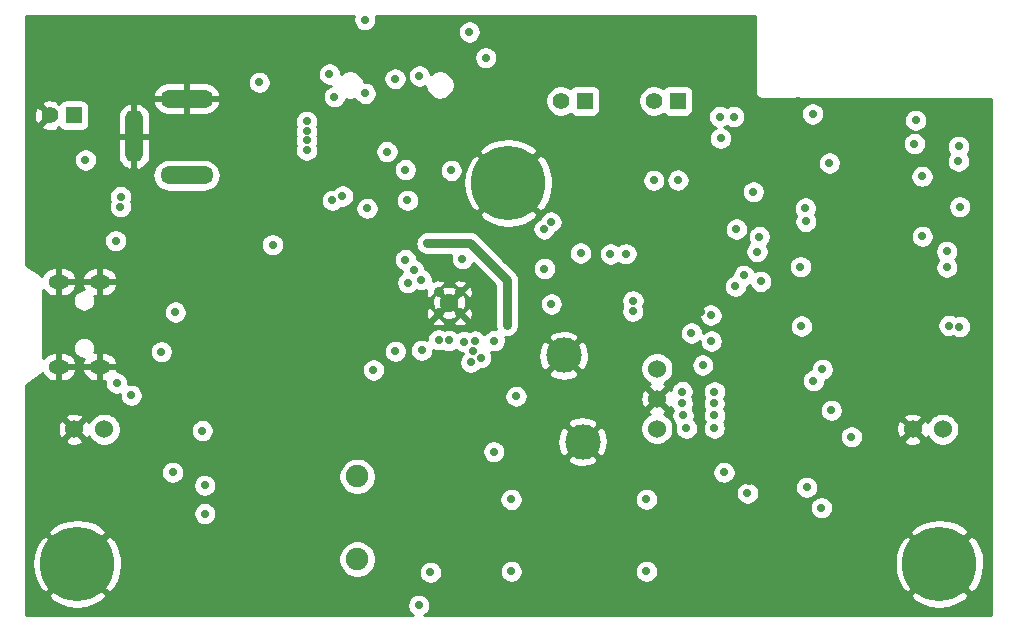
<source format=gbr>
G04 #@! TF.GenerationSoftware,KiCad,Pcbnew,5.1.0-unknown-223e24f~82~ubuntu18.04.1*
G04 #@! TF.CreationDate,2019-04-23T11:49:51+03:00*
G04 #@! TF.ProjectId,ESP32-ADF_Rev_B,45535033-322d-4414-9446-5f5265765f42,rev?*
G04 #@! TF.SameCoordinates,Original*
G04 #@! TF.FileFunction,Copper,L2,Inr*
G04 #@! TF.FilePolarity,Positive*
%FSLAX46Y46*%
G04 Gerber Fmt 4.6, Leading zero omitted, Abs format (unit mm)*
G04 Created by KiCad (PCBNEW 5.1.0-unknown-223e24f~82~ubuntu18.04.1) date 2019-04-23 11:49:51*
%MOMM*%
%LPD*%
G04 APERTURE LIST*
%ADD10O,1.500000X4.500000*%
%ADD11O,4.500000X1.500000*%
%ADD12C,1.300000*%
%ADD13C,2.000000*%
%ADD14C,3.000000*%
%ADD15C,1.524000*%
%ADD16R,1.400000X1.400000*%
%ADD17C,1.400000*%
%ADD18C,1.200000*%
%ADD19C,6.300000*%
%ADD20C,1.900000*%
%ADD21C,1.600000*%
%ADD22C,0.890000*%
%ADD23O,1.800000X1.200000*%
%ADD24C,0.700000*%
%ADD25C,0.762000*%
%ADD26C,0.254000*%
G04 APERTURE END LIST*
D10*
X64800000Y-43800000D03*
D11*
X69250000Y-40600000D03*
X69250000Y-47100000D03*
D12*
X128668680Y-48364200D03*
X125068680Y-48364200D03*
X126868680Y-50164200D03*
X126868680Y-46564200D03*
X128668680Y-46564200D03*
X125068680Y-46564200D03*
X128668680Y-50164200D03*
D13*
X126868680Y-48364200D03*
D12*
X125068680Y-50164200D03*
D14*
X101180000Y-62350000D03*
X102780000Y-69650000D03*
D15*
X109080000Y-63460000D03*
X109080000Y-66000000D03*
X109080000Y-68540000D03*
X133270000Y-68595000D03*
X130730000Y-68595000D03*
X62270000Y-68595000D03*
X59730000Y-68595000D03*
D16*
X59682380Y-42014140D03*
D17*
X57670700Y-42016680D03*
D16*
X110825380Y-40798140D03*
D17*
X108813700Y-40800680D03*
D16*
X102951380Y-40798140D03*
D17*
X100939700Y-40800680D03*
D18*
X96500000Y-45337000D03*
X96500000Y-50163000D03*
X94849000Y-49401000D03*
X94722000Y-46099000D03*
X98151000Y-49401000D03*
X98151000Y-46099000D03*
X94087000Y-47750000D03*
X98913000Y-47750000D03*
D19*
X96500000Y-47750000D03*
D20*
X83700000Y-72600000D03*
X83700000Y-79600000D03*
D18*
X60000000Y-77587000D03*
X60000000Y-82413000D03*
X58349000Y-81651000D03*
X58222000Y-78349000D03*
X61651000Y-81651000D03*
X61651000Y-78349000D03*
X57587000Y-80000000D03*
X62413000Y-80000000D03*
D19*
X60000000Y-80000000D03*
D18*
X133000000Y-77587000D03*
X133000000Y-82413000D03*
X131349000Y-81651000D03*
X131222000Y-78349000D03*
X134651000Y-81651000D03*
X134651000Y-78349000D03*
X130587000Y-80000000D03*
X135413000Y-80000000D03*
D19*
X133000000Y-80000000D03*
D21*
X91500000Y-57900000D03*
D22*
X92400000Y-58800000D03*
X92400000Y-57000000D03*
X90600000Y-58800000D03*
X90600000Y-57000000D03*
D23*
X58424000Y-56100000D03*
X61894000Y-56100000D03*
X61894000Y-63300000D03*
X58424000Y-63300000D03*
D24*
X88908000Y-83500000D03*
X134719060Y-49766220D03*
X116855240Y-72989440D03*
X118648480Y-71198740D03*
X120500140Y-73507600D03*
X120859320Y-83758000D03*
X70759320Y-77233780D03*
X73238360Y-78145640D03*
X78252320Y-69215000D03*
X72524620Y-66017140D03*
X69570600Y-71239380D03*
X67183000Y-60261500D03*
X63235840Y-61087000D03*
X85890100Y-51940460D03*
X83511000Y-57420900D03*
X83741000Y-55000000D03*
X76505200Y-55016000D03*
X78980760Y-54989000D03*
X78727300Y-47614840D03*
X76418440Y-49253140D03*
X69306440Y-55595520D03*
X70594220Y-53967380D03*
X121020840Y-40850820D03*
X134729220Y-40855900D03*
X90667840Y-64112140D03*
X103865680Y-51348640D03*
X103850440Y-53682900D03*
X110175040Y-53672740D03*
X96277000Y-54278960D03*
X114327940Y-53520340D03*
X93512906Y-61964796D03*
X98930460Y-58143140D03*
X105610646Y-46202600D03*
X107091480Y-46291474D03*
X112328960Y-44091860D03*
X120885732Y-58625740D03*
X117000020Y-63563500D03*
X112796693Y-58633733D03*
X75399900Y-35486340D03*
X91978480Y-40276780D03*
X91950540Y-44968160D03*
X96545400Y-34150300D03*
X99824540Y-34150300D03*
X124381260Y-51940460D03*
X124896880Y-41821100D03*
X126166880Y-41821100D03*
X129976880Y-41821100D03*
X127436880Y-41821100D03*
X128706880Y-41821100D03*
X125651260Y-51940460D03*
X126921260Y-51940460D03*
X128191260Y-51940460D03*
X129461260Y-51940460D03*
X124381260Y-53210460D03*
X125651260Y-53210460D03*
X126921260Y-53210460D03*
X128191260Y-53210460D03*
X129461260Y-53210460D03*
X124381260Y-54480460D03*
X125651260Y-54480460D03*
X126921260Y-54480460D03*
X128191260Y-54480460D03*
X129461260Y-54480460D03*
X124381260Y-55750460D03*
X125651260Y-55750460D03*
X126921260Y-55750460D03*
X128191260Y-55750460D03*
X129461260Y-55750460D03*
X124381260Y-57020460D03*
X125651260Y-57020460D03*
X126921260Y-57020460D03*
X128191260Y-57020460D03*
X129461260Y-57020460D03*
X124381260Y-58290460D03*
X125651260Y-58290460D03*
X126921260Y-58290460D03*
X128191260Y-58290460D03*
X129461260Y-58290460D03*
X80195420Y-47637700D03*
X117698520Y-58623200D03*
X123002080Y-75250000D03*
X123070110Y-63522860D03*
X116739900Y-73997820D03*
X122334020Y-64488060D03*
X63251080Y-52638960D03*
X60681880Y-45800000D03*
X76532340Y-52984000D03*
X63647500Y-49747500D03*
X84533401Y-49893599D03*
X63663830Y-48898810D03*
X100105210Y-51057810D03*
X99521010Y-51642010D03*
X75400000Y-39225120D03*
X93179900Y-34965640D03*
X114749580Y-72237600D03*
X121747280Y-73507600D03*
X67106800Y-62039500D03*
X81600000Y-49211000D03*
X95267780Y-70505320D03*
X89895680Y-80703420D03*
X123837700Y-66992500D03*
X89154000Y-61913020D03*
X70575000Y-68716060D03*
X114381280Y-42128440D03*
X115573934Y-42124200D03*
X79415640Y-44965620D03*
X79415640Y-42519600D03*
X79415640Y-43362880D03*
X79415640Y-44152820D03*
X82454154Y-48851820D03*
X70799960Y-75745340D03*
X113680240Y-61137800D03*
X96407721Y-59761639D03*
X89649300Y-52857400D03*
X88480900Y-55128160D03*
X86921340Y-61996320D03*
X85069680Y-63581280D03*
X87782400Y-54236620D03*
X112001300Y-60454540D03*
X90596720Y-61018420D03*
X112963960Y-63164720D03*
X91446591Y-61084051D03*
X70788360Y-73343591D03*
X68069460Y-72245220D03*
X115714780Y-56489600D03*
X87978253Y-56189971D03*
X115811300Y-51655980D03*
X89103200Y-55947598D03*
X91655900Y-46690280D03*
X114460803Y-43963382D03*
X68287900Y-58679080D03*
X105138220Y-53756560D03*
X110853220Y-47503080D03*
X102608380Y-53680360D03*
X108816140Y-47515780D03*
X93314520Y-62925960D03*
X130880460Y-44413071D03*
X125547120Y-69245480D03*
X123672600Y-46062900D03*
X86215220Y-45090080D03*
X93680263Y-61128975D03*
X130982720Y-42433240D03*
X86906100Y-38933120D03*
X94579440Y-37150040D03*
X92778060Y-61176978D03*
X87767160Y-46621700D03*
X95303340Y-61097160D03*
X87957660Y-49207420D03*
X133616700Y-53522880D03*
X81768575Y-40446075D03*
X113921540Y-66413380D03*
X121684300Y-50998120D03*
X64564260Y-65722500D03*
X134602220Y-45900340D03*
X113949480Y-65435480D03*
X121640600Y-49877980D03*
X113929160Y-68503800D03*
X121312940Y-59870340D03*
X113944400Y-67398900D03*
X121231660Y-54838600D03*
X134612380Y-44655740D03*
X63334900Y-64693800D03*
X100124260Y-57992759D03*
X99547680Y-54993599D03*
X92590620Y-54173120D03*
X117231160Y-48501300D03*
X116441220Y-55575200D03*
X107048300Y-57721500D03*
X117744240Y-52290980D03*
X113644680Y-58938160D03*
X131531859Y-52255420D03*
X107038140Y-58615580D03*
X117546120Y-53555900D03*
X81348580Y-38524180D03*
X117866160Y-56085740D03*
X122252740Y-41899840D03*
X134680960Y-59903360D03*
X84348320Y-33939480D03*
X84373720Y-40165020D03*
X94149086Y-62548594D03*
X133807200Y-59829700D03*
X97152460Y-65798700D03*
X133623915Y-54876810D03*
X88948260Y-38689280D03*
X131521200Y-47185580D03*
X106451400Y-53743860D03*
X111224060Y-66398140D03*
X96734025Y-80625000D03*
X96733360Y-74538840D03*
X111211360Y-65415160D03*
X111569501Y-68513960D03*
X108184025Y-80625000D03*
X111290100Y-67416680D03*
X108184025Y-74525000D03*
D25*
X89649300Y-52857400D02*
X93281500Y-52857400D01*
X96407721Y-55983621D02*
X96407721Y-59761639D01*
X93281500Y-52857400D02*
X96407721Y-55983621D01*
D26*
G36*
X83401173Y-33652166D02*
G01*
X83363320Y-33842466D01*
X83363320Y-34036494D01*
X83401173Y-34226794D01*
X83475424Y-34406052D01*
X83583221Y-34567381D01*
X83720419Y-34704579D01*
X83881748Y-34812376D01*
X84061006Y-34886627D01*
X84251306Y-34924480D01*
X84445334Y-34924480D01*
X84635634Y-34886627D01*
X84679092Y-34868626D01*
X92194900Y-34868626D01*
X92194900Y-35062654D01*
X92232753Y-35252954D01*
X92307004Y-35432212D01*
X92414801Y-35593541D01*
X92551999Y-35730739D01*
X92713328Y-35838536D01*
X92892586Y-35912787D01*
X93082886Y-35950640D01*
X93276914Y-35950640D01*
X93467214Y-35912787D01*
X93646472Y-35838536D01*
X93807801Y-35730739D01*
X93944999Y-35593541D01*
X94052796Y-35432212D01*
X94127047Y-35252954D01*
X94164900Y-35062654D01*
X94164900Y-34868626D01*
X94127047Y-34678326D01*
X94052796Y-34499068D01*
X93944999Y-34337739D01*
X93807801Y-34200541D01*
X93646472Y-34092744D01*
X93467214Y-34018493D01*
X93276914Y-33980640D01*
X93082886Y-33980640D01*
X92892586Y-34018493D01*
X92713328Y-34092744D01*
X92551999Y-34200541D01*
X92414801Y-34337739D01*
X92307004Y-34499068D01*
X92232753Y-34678326D01*
X92194900Y-34868626D01*
X84679092Y-34868626D01*
X84814892Y-34812376D01*
X84976221Y-34704579D01*
X85113419Y-34567381D01*
X85221216Y-34406052D01*
X85295467Y-34226794D01*
X85333320Y-34036494D01*
X85333320Y-33842466D01*
X85295467Y-33652166D01*
X85288357Y-33635000D01*
X117365001Y-33635000D01*
X117365000Y-39968808D01*
X117361928Y-40000000D01*
X117374188Y-40124482D01*
X117410498Y-40244180D01*
X117469463Y-40354494D01*
X117548815Y-40451185D01*
X117645506Y-40530537D01*
X117755820Y-40589502D01*
X117875518Y-40625812D01*
X118000000Y-40638072D01*
X118031191Y-40635000D01*
X137365001Y-40635000D01*
X137365000Y-84365000D01*
X89386389Y-84365000D01*
X89535901Y-84265099D01*
X89673099Y-84127901D01*
X89780896Y-83966572D01*
X89855147Y-83787314D01*
X89893000Y-83597014D01*
X89893000Y-83402986D01*
X89855147Y-83212686D01*
X89780896Y-83033428D01*
X89673099Y-82872099D01*
X89535901Y-82734901D01*
X89431788Y-82665334D01*
X130514271Y-82665334D01*
X130868460Y-83149879D01*
X131523927Y-83505198D01*
X132236120Y-83725814D01*
X132977668Y-83803249D01*
X133720074Y-83734527D01*
X134434809Y-83522290D01*
X135094404Y-83174692D01*
X135131540Y-83149879D01*
X135485729Y-82665334D01*
X133000000Y-80179605D01*
X130514271Y-82665334D01*
X89431788Y-82665334D01*
X89374572Y-82627104D01*
X89195314Y-82552853D01*
X89005014Y-82515000D01*
X88810986Y-82515000D01*
X88620686Y-82552853D01*
X88441428Y-82627104D01*
X88280099Y-82734901D01*
X88142901Y-82872099D01*
X88035104Y-83033428D01*
X87960853Y-83212686D01*
X87923000Y-83402986D01*
X87923000Y-83597014D01*
X87960853Y-83787314D01*
X88035104Y-83966572D01*
X88142901Y-84127901D01*
X88280099Y-84265099D01*
X88429611Y-84365000D01*
X55635000Y-84365000D01*
X55635000Y-82665334D01*
X57514271Y-82665334D01*
X57868460Y-83149879D01*
X58523927Y-83505198D01*
X59236120Y-83725814D01*
X59977668Y-83803249D01*
X60720074Y-83734527D01*
X61434809Y-83522290D01*
X62094404Y-83174692D01*
X62131540Y-83149879D01*
X62485729Y-82665334D01*
X60000000Y-80179605D01*
X57514271Y-82665334D01*
X55635000Y-82665334D01*
X55635000Y-79977668D01*
X56196751Y-79977668D01*
X56265473Y-80720074D01*
X56477710Y-81434809D01*
X56825308Y-82094404D01*
X56850121Y-82131540D01*
X57334666Y-82485729D01*
X59820395Y-80000000D01*
X60179605Y-80000000D01*
X62665334Y-82485729D01*
X63149879Y-82131540D01*
X63505198Y-81476073D01*
X63725814Y-80763880D01*
X63803249Y-80022332D01*
X63749705Y-79443891D01*
X82115000Y-79443891D01*
X82115000Y-79756109D01*
X82175911Y-80062327D01*
X82295391Y-80350779D01*
X82468850Y-80610379D01*
X82689621Y-80831150D01*
X82949221Y-81004609D01*
X83237673Y-81124089D01*
X83543891Y-81185000D01*
X83856109Y-81185000D01*
X84162327Y-81124089D01*
X84450779Y-81004609D01*
X84710379Y-80831150D01*
X84931150Y-80610379D01*
X84933804Y-80606406D01*
X88910680Y-80606406D01*
X88910680Y-80800434D01*
X88948533Y-80990734D01*
X89022784Y-81169992D01*
X89130581Y-81331321D01*
X89267779Y-81468519D01*
X89429108Y-81576316D01*
X89608366Y-81650567D01*
X89798666Y-81688420D01*
X89992694Y-81688420D01*
X90182994Y-81650567D01*
X90362252Y-81576316D01*
X90523581Y-81468519D01*
X90660779Y-81331321D01*
X90768576Y-81169992D01*
X90842827Y-80990734D01*
X90880680Y-80800434D01*
X90880680Y-80606406D01*
X90865082Y-80527986D01*
X95749025Y-80527986D01*
X95749025Y-80722014D01*
X95786878Y-80912314D01*
X95861129Y-81091572D01*
X95968926Y-81252901D01*
X96106124Y-81390099D01*
X96267453Y-81497896D01*
X96446711Y-81572147D01*
X96637011Y-81610000D01*
X96831039Y-81610000D01*
X97021339Y-81572147D01*
X97200597Y-81497896D01*
X97361926Y-81390099D01*
X97499124Y-81252901D01*
X97606921Y-81091572D01*
X97681172Y-80912314D01*
X97719025Y-80722014D01*
X97719025Y-80527986D01*
X107199025Y-80527986D01*
X107199025Y-80722014D01*
X107236878Y-80912314D01*
X107311129Y-81091572D01*
X107418926Y-81252901D01*
X107556124Y-81390099D01*
X107717453Y-81497896D01*
X107896711Y-81572147D01*
X108087011Y-81610000D01*
X108281039Y-81610000D01*
X108471339Y-81572147D01*
X108650597Y-81497896D01*
X108811926Y-81390099D01*
X108949124Y-81252901D01*
X109056921Y-81091572D01*
X109131172Y-80912314D01*
X109169025Y-80722014D01*
X109169025Y-80527986D01*
X109131172Y-80337686D01*
X109056921Y-80158428D01*
X108949124Y-79997099D01*
X108929693Y-79977668D01*
X129196751Y-79977668D01*
X129265473Y-80720074D01*
X129477710Y-81434809D01*
X129825308Y-82094404D01*
X129850121Y-82131540D01*
X130334666Y-82485729D01*
X132820395Y-80000000D01*
X133179605Y-80000000D01*
X135665334Y-82485729D01*
X136149879Y-82131540D01*
X136505198Y-81476073D01*
X136725814Y-80763880D01*
X136803249Y-80022332D01*
X136734527Y-79279926D01*
X136522290Y-78565191D01*
X136174692Y-77905596D01*
X136149879Y-77868460D01*
X135665334Y-77514271D01*
X133179605Y-80000000D01*
X132820395Y-80000000D01*
X130334666Y-77514271D01*
X129850121Y-77868460D01*
X129494802Y-78523927D01*
X129274186Y-79236120D01*
X129196751Y-79977668D01*
X108929693Y-79977668D01*
X108811926Y-79859901D01*
X108650597Y-79752104D01*
X108471339Y-79677853D01*
X108281039Y-79640000D01*
X108087011Y-79640000D01*
X107896711Y-79677853D01*
X107717453Y-79752104D01*
X107556124Y-79859901D01*
X107418926Y-79997099D01*
X107311129Y-80158428D01*
X107236878Y-80337686D01*
X107199025Y-80527986D01*
X97719025Y-80527986D01*
X97681172Y-80337686D01*
X97606921Y-80158428D01*
X97499124Y-79997099D01*
X97361926Y-79859901D01*
X97200597Y-79752104D01*
X97021339Y-79677853D01*
X96831039Y-79640000D01*
X96637011Y-79640000D01*
X96446711Y-79677853D01*
X96267453Y-79752104D01*
X96106124Y-79859901D01*
X95968926Y-79997099D01*
X95861129Y-80158428D01*
X95786878Y-80337686D01*
X95749025Y-80527986D01*
X90865082Y-80527986D01*
X90842827Y-80416106D01*
X90768576Y-80236848D01*
X90660779Y-80075519D01*
X90523581Y-79938321D01*
X90362252Y-79830524D01*
X90182994Y-79756273D01*
X89992694Y-79718420D01*
X89798666Y-79718420D01*
X89608366Y-79756273D01*
X89429108Y-79830524D01*
X89267779Y-79938321D01*
X89130581Y-80075519D01*
X89022784Y-80236848D01*
X88948533Y-80416106D01*
X88910680Y-80606406D01*
X84933804Y-80606406D01*
X85104609Y-80350779D01*
X85224089Y-80062327D01*
X85285000Y-79756109D01*
X85285000Y-79443891D01*
X85224089Y-79137673D01*
X85104609Y-78849221D01*
X84931150Y-78589621D01*
X84710379Y-78368850D01*
X84450779Y-78195391D01*
X84162327Y-78075911D01*
X83856109Y-78015000D01*
X83543891Y-78015000D01*
X83237673Y-78075911D01*
X82949221Y-78195391D01*
X82689621Y-78368850D01*
X82468850Y-78589621D01*
X82295391Y-78849221D01*
X82175911Y-79137673D01*
X82115000Y-79443891D01*
X63749705Y-79443891D01*
X63734527Y-79279926D01*
X63522290Y-78565191D01*
X63174692Y-77905596D01*
X63149879Y-77868460D01*
X62665334Y-77514271D01*
X60179605Y-80000000D01*
X59820395Y-80000000D01*
X57334666Y-77514271D01*
X56850121Y-77868460D01*
X56494802Y-78523927D01*
X56274186Y-79236120D01*
X56196751Y-79977668D01*
X55635000Y-79977668D01*
X55635000Y-77334666D01*
X57514271Y-77334666D01*
X57574020Y-77394415D01*
X57551841Y-77499236D01*
X58222000Y-78169395D01*
X58236143Y-78155253D01*
X58415748Y-78334858D01*
X58401605Y-78349000D01*
X59071764Y-79019159D01*
X59176585Y-78996980D01*
X60000000Y-79820395D01*
X62485729Y-77334666D01*
X130514271Y-77334666D01*
X130574020Y-77394415D01*
X130551841Y-77499236D01*
X131222000Y-78169395D01*
X131236143Y-78155253D01*
X131415748Y-78334858D01*
X131401605Y-78349000D01*
X132071764Y-79019159D01*
X132176585Y-78996980D01*
X133000000Y-79820395D01*
X135485729Y-77334666D01*
X135131540Y-76850121D01*
X134476073Y-76494802D01*
X133763880Y-76274186D01*
X133022332Y-76196751D01*
X132279926Y-76265473D01*
X131565191Y-76477710D01*
X130905596Y-76825308D01*
X130868460Y-76850121D01*
X130514271Y-77334666D01*
X62485729Y-77334666D01*
X62131540Y-76850121D01*
X61476073Y-76494802D01*
X60763880Y-76274186D01*
X60022332Y-76196751D01*
X59279926Y-76265473D01*
X58565191Y-76477710D01*
X57905596Y-76825308D01*
X57868460Y-76850121D01*
X57514271Y-77334666D01*
X55635000Y-77334666D01*
X55635000Y-75648326D01*
X69814960Y-75648326D01*
X69814960Y-75842354D01*
X69852813Y-76032654D01*
X69927064Y-76211912D01*
X70034861Y-76373241D01*
X70172059Y-76510439D01*
X70333388Y-76618236D01*
X70512646Y-76692487D01*
X70702946Y-76730340D01*
X70896974Y-76730340D01*
X71087274Y-76692487D01*
X71266532Y-76618236D01*
X71427861Y-76510439D01*
X71565059Y-76373241D01*
X71672856Y-76211912D01*
X71747107Y-76032654D01*
X71784960Y-75842354D01*
X71784960Y-75648326D01*
X71747107Y-75458026D01*
X71672856Y-75278768D01*
X71565059Y-75117439D01*
X71427861Y-74980241D01*
X71266532Y-74872444D01*
X71087274Y-74798193D01*
X70896974Y-74760340D01*
X70702946Y-74760340D01*
X70512646Y-74798193D01*
X70333388Y-74872444D01*
X70172059Y-74980241D01*
X70034861Y-75117439D01*
X69927064Y-75278768D01*
X69852813Y-75458026D01*
X69814960Y-75648326D01*
X55635000Y-75648326D01*
X55635000Y-74441826D01*
X95748360Y-74441826D01*
X95748360Y-74635854D01*
X95786213Y-74826154D01*
X95860464Y-75005412D01*
X95968261Y-75166741D01*
X96105459Y-75303939D01*
X96266788Y-75411736D01*
X96446046Y-75485987D01*
X96636346Y-75523840D01*
X96830374Y-75523840D01*
X97020674Y-75485987D01*
X97199932Y-75411736D01*
X97361261Y-75303939D01*
X97498459Y-75166741D01*
X97606256Y-75005412D01*
X97680507Y-74826154D01*
X97718360Y-74635854D01*
X97718360Y-74441826D01*
X97715608Y-74427986D01*
X107199025Y-74427986D01*
X107199025Y-74622014D01*
X107236878Y-74812314D01*
X107311129Y-74991572D01*
X107418926Y-75152901D01*
X107556124Y-75290099D01*
X107717453Y-75397896D01*
X107896711Y-75472147D01*
X108087011Y-75510000D01*
X108281039Y-75510000D01*
X108471339Y-75472147D01*
X108650597Y-75397896D01*
X108811926Y-75290099D01*
X108949039Y-75152986D01*
X122017080Y-75152986D01*
X122017080Y-75347014D01*
X122054933Y-75537314D01*
X122129184Y-75716572D01*
X122236981Y-75877901D01*
X122374179Y-76015099D01*
X122535508Y-76122896D01*
X122714766Y-76197147D01*
X122905066Y-76235000D01*
X123099094Y-76235000D01*
X123289394Y-76197147D01*
X123468652Y-76122896D01*
X123629981Y-76015099D01*
X123767179Y-75877901D01*
X123874976Y-75716572D01*
X123949227Y-75537314D01*
X123987080Y-75347014D01*
X123987080Y-75152986D01*
X123949227Y-74962686D01*
X123874976Y-74783428D01*
X123767179Y-74622099D01*
X123629981Y-74484901D01*
X123468652Y-74377104D01*
X123289394Y-74302853D01*
X123099094Y-74265000D01*
X122905066Y-74265000D01*
X122714766Y-74302853D01*
X122535508Y-74377104D01*
X122374179Y-74484901D01*
X122236981Y-74622099D01*
X122129184Y-74783428D01*
X122054933Y-74962686D01*
X122017080Y-75152986D01*
X108949039Y-75152986D01*
X108949124Y-75152901D01*
X109056921Y-74991572D01*
X109131172Y-74812314D01*
X109169025Y-74622014D01*
X109169025Y-74427986D01*
X109131172Y-74237686D01*
X109056921Y-74058428D01*
X108951601Y-73900806D01*
X115754900Y-73900806D01*
X115754900Y-74094834D01*
X115792753Y-74285134D01*
X115867004Y-74464392D01*
X115974801Y-74625721D01*
X116111999Y-74762919D01*
X116273328Y-74870716D01*
X116452586Y-74944967D01*
X116642886Y-74982820D01*
X116836914Y-74982820D01*
X117027214Y-74944967D01*
X117206472Y-74870716D01*
X117367801Y-74762919D01*
X117504999Y-74625721D01*
X117612796Y-74464392D01*
X117687047Y-74285134D01*
X117724900Y-74094834D01*
X117724900Y-73900806D01*
X117687047Y-73710506D01*
X117612796Y-73531248D01*
X117532172Y-73410586D01*
X120762280Y-73410586D01*
X120762280Y-73604614D01*
X120800133Y-73794914D01*
X120874384Y-73974172D01*
X120982181Y-74135501D01*
X121119379Y-74272699D01*
X121280708Y-74380496D01*
X121459966Y-74454747D01*
X121650266Y-74492600D01*
X121844294Y-74492600D01*
X122034594Y-74454747D01*
X122213852Y-74380496D01*
X122375181Y-74272699D01*
X122512379Y-74135501D01*
X122620176Y-73974172D01*
X122694427Y-73794914D01*
X122732280Y-73604614D01*
X122732280Y-73410586D01*
X122694427Y-73220286D01*
X122620176Y-73041028D01*
X122512379Y-72879699D01*
X122375181Y-72742501D01*
X122213852Y-72634704D01*
X122034594Y-72560453D01*
X121844294Y-72522600D01*
X121650266Y-72522600D01*
X121459966Y-72560453D01*
X121280708Y-72634704D01*
X121119379Y-72742501D01*
X120982181Y-72879699D01*
X120874384Y-73041028D01*
X120800133Y-73220286D01*
X120762280Y-73410586D01*
X117532172Y-73410586D01*
X117504999Y-73369919D01*
X117367801Y-73232721D01*
X117206472Y-73124924D01*
X117027214Y-73050673D01*
X116836914Y-73012820D01*
X116642886Y-73012820D01*
X116452586Y-73050673D01*
X116273328Y-73124924D01*
X116111999Y-73232721D01*
X115974801Y-73369919D01*
X115867004Y-73531248D01*
X115792753Y-73710506D01*
X115754900Y-73900806D01*
X108951601Y-73900806D01*
X108949124Y-73897099D01*
X108811926Y-73759901D01*
X108650597Y-73652104D01*
X108471339Y-73577853D01*
X108281039Y-73540000D01*
X108087011Y-73540000D01*
X107896711Y-73577853D01*
X107717453Y-73652104D01*
X107556124Y-73759901D01*
X107418926Y-73897099D01*
X107311129Y-74058428D01*
X107236878Y-74237686D01*
X107199025Y-74427986D01*
X97715608Y-74427986D01*
X97680507Y-74251526D01*
X97606256Y-74072268D01*
X97498459Y-73910939D01*
X97361261Y-73773741D01*
X97199932Y-73665944D01*
X97020674Y-73591693D01*
X96830374Y-73553840D01*
X96636346Y-73553840D01*
X96446046Y-73591693D01*
X96266788Y-73665944D01*
X96105459Y-73773741D01*
X95968261Y-73910939D01*
X95860464Y-74072268D01*
X95786213Y-74251526D01*
X95748360Y-74441826D01*
X55635000Y-74441826D01*
X55635000Y-73246577D01*
X69803360Y-73246577D01*
X69803360Y-73440605D01*
X69841213Y-73630905D01*
X69915464Y-73810163D01*
X70023261Y-73971492D01*
X70160459Y-74108690D01*
X70321788Y-74216487D01*
X70501046Y-74290738D01*
X70691346Y-74328591D01*
X70885374Y-74328591D01*
X71075674Y-74290738D01*
X71254932Y-74216487D01*
X71416261Y-74108690D01*
X71553459Y-73971492D01*
X71661256Y-73810163D01*
X71735507Y-73630905D01*
X71773360Y-73440605D01*
X71773360Y-73246577D01*
X71735507Y-73056277D01*
X71661256Y-72877019D01*
X71553459Y-72715690D01*
X71416261Y-72578492D01*
X71254932Y-72470695D01*
X71190222Y-72443891D01*
X82115000Y-72443891D01*
X82115000Y-72756109D01*
X82175911Y-73062327D01*
X82295391Y-73350779D01*
X82468850Y-73610379D01*
X82689621Y-73831150D01*
X82949221Y-74004609D01*
X83237673Y-74124089D01*
X83543891Y-74185000D01*
X83856109Y-74185000D01*
X84162327Y-74124089D01*
X84450779Y-74004609D01*
X84710379Y-73831150D01*
X84931150Y-73610379D01*
X85104609Y-73350779D01*
X85224089Y-73062327D01*
X85285000Y-72756109D01*
X85285000Y-72443891D01*
X85224669Y-72140586D01*
X113764580Y-72140586D01*
X113764580Y-72334614D01*
X113802433Y-72524914D01*
X113876684Y-72704172D01*
X113984481Y-72865501D01*
X114121679Y-73002699D01*
X114283008Y-73110496D01*
X114462266Y-73184747D01*
X114652566Y-73222600D01*
X114846594Y-73222600D01*
X115036894Y-73184747D01*
X115216152Y-73110496D01*
X115377481Y-73002699D01*
X115514679Y-72865501D01*
X115622476Y-72704172D01*
X115696727Y-72524914D01*
X115734580Y-72334614D01*
X115734580Y-72140586D01*
X115696727Y-71950286D01*
X115622476Y-71771028D01*
X115514679Y-71609699D01*
X115377481Y-71472501D01*
X115216152Y-71364704D01*
X115036894Y-71290453D01*
X114846594Y-71252600D01*
X114652566Y-71252600D01*
X114462266Y-71290453D01*
X114283008Y-71364704D01*
X114121679Y-71472501D01*
X113984481Y-71609699D01*
X113876684Y-71771028D01*
X113802433Y-71950286D01*
X113764580Y-72140586D01*
X85224669Y-72140586D01*
X85224089Y-72137673D01*
X85104609Y-71849221D01*
X84931150Y-71589621D01*
X84710379Y-71368850D01*
X84450779Y-71195391D01*
X84162327Y-71075911D01*
X83856109Y-71015000D01*
X83543891Y-71015000D01*
X83237673Y-71075911D01*
X82949221Y-71195391D01*
X82689621Y-71368850D01*
X82468850Y-71589621D01*
X82295391Y-71849221D01*
X82175911Y-72137673D01*
X82115000Y-72443891D01*
X71190222Y-72443891D01*
X71075674Y-72396444D01*
X70885374Y-72358591D01*
X70691346Y-72358591D01*
X70501046Y-72396444D01*
X70321788Y-72470695D01*
X70160459Y-72578492D01*
X70023261Y-72715690D01*
X69915464Y-72877019D01*
X69841213Y-73056277D01*
X69803360Y-73246577D01*
X55635000Y-73246577D01*
X55635000Y-72148206D01*
X67084460Y-72148206D01*
X67084460Y-72342234D01*
X67122313Y-72532534D01*
X67196564Y-72711792D01*
X67304361Y-72873121D01*
X67441559Y-73010319D01*
X67602888Y-73118116D01*
X67782146Y-73192367D01*
X67972446Y-73230220D01*
X68166474Y-73230220D01*
X68356774Y-73192367D01*
X68536032Y-73118116D01*
X68697361Y-73010319D01*
X68834559Y-72873121D01*
X68942356Y-72711792D01*
X69016607Y-72532534D01*
X69054460Y-72342234D01*
X69054460Y-72148206D01*
X69016607Y-71957906D01*
X68942356Y-71778648D01*
X68834559Y-71617319D01*
X68697361Y-71480121D01*
X68536032Y-71372324D01*
X68356774Y-71298073D01*
X68166474Y-71260220D01*
X67972446Y-71260220D01*
X67782146Y-71298073D01*
X67602888Y-71372324D01*
X67441559Y-71480121D01*
X67304361Y-71617319D01*
X67196564Y-71778648D01*
X67122313Y-71957906D01*
X67084460Y-72148206D01*
X55635000Y-72148206D01*
X55635000Y-70408306D01*
X94282780Y-70408306D01*
X94282780Y-70602334D01*
X94320633Y-70792634D01*
X94394884Y-70971892D01*
X94502681Y-71133221D01*
X94639879Y-71270419D01*
X94801208Y-71378216D01*
X94980466Y-71452467D01*
X95170766Y-71490320D01*
X95364794Y-71490320D01*
X95555094Y-71452467D01*
X95734352Y-71378216D01*
X95895681Y-71270419D01*
X96024447Y-71141653D01*
X101467952Y-71141653D01*
X101623962Y-71457214D01*
X101998745Y-71648020D01*
X102403551Y-71762044D01*
X102822824Y-71794902D01*
X103240451Y-71745334D01*
X103640383Y-71615243D01*
X103936038Y-71457214D01*
X104092048Y-71141653D01*
X102780000Y-69829605D01*
X101467952Y-71141653D01*
X96024447Y-71141653D01*
X96032879Y-71133221D01*
X96140676Y-70971892D01*
X96214927Y-70792634D01*
X96252780Y-70602334D01*
X96252780Y-70408306D01*
X96214927Y-70218006D01*
X96140676Y-70038748D01*
X96032879Y-69877419D01*
X95895681Y-69740221D01*
X95824747Y-69692824D01*
X100635098Y-69692824D01*
X100684666Y-70110451D01*
X100814757Y-70510383D01*
X100972786Y-70806038D01*
X101288347Y-70962048D01*
X102600395Y-69650000D01*
X102959605Y-69650000D01*
X104271653Y-70962048D01*
X104587214Y-70806038D01*
X104778020Y-70431255D01*
X104892044Y-70026449D01*
X104924902Y-69607176D01*
X104875334Y-69189549D01*
X104745243Y-68789617D01*
X104587214Y-68493962D01*
X104402028Y-68402408D01*
X107683000Y-68402408D01*
X107683000Y-68677592D01*
X107736686Y-68947490D01*
X107841995Y-69201727D01*
X107994880Y-69430535D01*
X108189465Y-69625120D01*
X108418273Y-69778005D01*
X108672510Y-69883314D01*
X108942408Y-69937000D01*
X109217592Y-69937000D01*
X109487490Y-69883314D01*
X109741727Y-69778005D01*
X109970535Y-69625120D01*
X110165120Y-69430535D01*
X110318005Y-69201727D01*
X110423314Y-68947490D01*
X110477000Y-68677592D01*
X110477000Y-68402408D01*
X110423314Y-68132510D01*
X110318005Y-67878273D01*
X110165120Y-67649465D01*
X109970535Y-67454880D01*
X109741727Y-67301995D01*
X109670057Y-67272308D01*
X109683023Y-67267636D01*
X109798980Y-67205656D01*
X109865960Y-66965565D01*
X109080000Y-66179605D01*
X108294040Y-66965565D01*
X108361020Y-67205656D01*
X108496760Y-67269485D01*
X108418273Y-67301995D01*
X108189465Y-67454880D01*
X107994880Y-67649465D01*
X107841995Y-67878273D01*
X107736686Y-68132510D01*
X107683000Y-68402408D01*
X104402028Y-68402408D01*
X104271653Y-68337952D01*
X102959605Y-69650000D01*
X102600395Y-69650000D01*
X101288347Y-68337952D01*
X100972786Y-68493962D01*
X100781980Y-68868745D01*
X100667956Y-69273551D01*
X100635098Y-69692824D01*
X95824747Y-69692824D01*
X95734352Y-69632424D01*
X95555094Y-69558173D01*
X95364794Y-69520320D01*
X95170766Y-69520320D01*
X94980466Y-69558173D01*
X94801208Y-69632424D01*
X94639879Y-69740221D01*
X94502681Y-69877419D01*
X94394884Y-70038748D01*
X94320633Y-70218006D01*
X94282780Y-70408306D01*
X55635000Y-70408306D01*
X55635000Y-69560565D01*
X58944040Y-69560565D01*
X59011020Y-69800656D01*
X59260048Y-69917756D01*
X59527135Y-69984023D01*
X59802017Y-69996910D01*
X60074133Y-69955922D01*
X60333023Y-69862636D01*
X60448980Y-69800656D01*
X60515960Y-69560565D01*
X59730000Y-68774605D01*
X58944040Y-69560565D01*
X55635000Y-69560565D01*
X55635000Y-68667017D01*
X58328090Y-68667017D01*
X58369078Y-68939133D01*
X58462364Y-69198023D01*
X58524344Y-69313980D01*
X58764435Y-69380960D01*
X59550395Y-68595000D01*
X59909605Y-68595000D01*
X60695565Y-69380960D01*
X60935656Y-69313980D01*
X60999485Y-69178240D01*
X61031995Y-69256727D01*
X61184880Y-69485535D01*
X61379465Y-69680120D01*
X61608273Y-69833005D01*
X61862510Y-69938314D01*
X62132408Y-69992000D01*
X62407592Y-69992000D01*
X62677490Y-69938314D01*
X62931727Y-69833005D01*
X63160535Y-69680120D01*
X63355120Y-69485535D01*
X63508005Y-69256727D01*
X63613314Y-69002490D01*
X63667000Y-68732592D01*
X63667000Y-68619046D01*
X69590000Y-68619046D01*
X69590000Y-68813074D01*
X69627853Y-69003374D01*
X69702104Y-69182632D01*
X69809901Y-69343961D01*
X69947099Y-69481159D01*
X70108428Y-69588956D01*
X70287686Y-69663207D01*
X70477986Y-69701060D01*
X70672014Y-69701060D01*
X70862314Y-69663207D01*
X71041572Y-69588956D01*
X71202901Y-69481159D01*
X71340099Y-69343961D01*
X71447896Y-69182632D01*
X71522147Y-69003374D01*
X71560000Y-68813074D01*
X71560000Y-68619046D01*
X71522147Y-68428746D01*
X71447896Y-68249488D01*
X71386998Y-68158347D01*
X101467952Y-68158347D01*
X102780000Y-69470395D01*
X104092048Y-68158347D01*
X103936038Y-67842786D01*
X103561255Y-67651980D01*
X103156449Y-67537956D01*
X102737176Y-67505098D01*
X102319549Y-67554666D01*
X101919617Y-67684757D01*
X101623962Y-67842786D01*
X101467952Y-68158347D01*
X71386998Y-68158347D01*
X71340099Y-68088159D01*
X71202901Y-67950961D01*
X71041572Y-67843164D01*
X70862314Y-67768913D01*
X70672014Y-67731060D01*
X70477986Y-67731060D01*
X70287686Y-67768913D01*
X70108428Y-67843164D01*
X69947099Y-67950961D01*
X69809901Y-68088159D01*
X69702104Y-68249488D01*
X69627853Y-68428746D01*
X69590000Y-68619046D01*
X63667000Y-68619046D01*
X63667000Y-68457408D01*
X63613314Y-68187510D01*
X63508005Y-67933273D01*
X63355120Y-67704465D01*
X63160535Y-67509880D01*
X62931727Y-67356995D01*
X62677490Y-67251686D01*
X62407592Y-67198000D01*
X62132408Y-67198000D01*
X61862510Y-67251686D01*
X61608273Y-67356995D01*
X61379465Y-67509880D01*
X61184880Y-67704465D01*
X61031995Y-67933273D01*
X61002308Y-68004943D01*
X60997636Y-67991977D01*
X60935656Y-67876020D01*
X60695565Y-67809040D01*
X59909605Y-68595000D01*
X59550395Y-68595000D01*
X58764435Y-67809040D01*
X58524344Y-67876020D01*
X58407244Y-68125048D01*
X58340977Y-68392135D01*
X58328090Y-68667017D01*
X55635000Y-68667017D01*
X55635000Y-67629435D01*
X58944040Y-67629435D01*
X59730000Y-68415395D01*
X60515960Y-67629435D01*
X60448980Y-67389344D01*
X60199952Y-67272244D01*
X59932865Y-67205977D01*
X59657983Y-67193090D01*
X59385867Y-67234078D01*
X59126977Y-67327364D01*
X59011020Y-67389344D01*
X58944040Y-67629435D01*
X55635000Y-67629435D01*
X55635000Y-64839841D01*
X56826563Y-64045467D01*
X56854494Y-64030537D01*
X56902202Y-63991384D01*
X56950713Y-63951657D01*
X56950927Y-63951397D01*
X56951185Y-63951185D01*
X56990245Y-63903590D01*
X57020808Y-63866429D01*
X57026579Y-63880533D01*
X57160922Y-64083474D01*
X57332275Y-64256307D01*
X57534054Y-64392390D01*
X57758504Y-64486493D01*
X57997000Y-64535000D01*
X58297000Y-64535000D01*
X58297000Y-63427000D01*
X58551000Y-63427000D01*
X58551000Y-64535000D01*
X58851000Y-64535000D01*
X59089496Y-64486493D01*
X59313946Y-64392390D01*
X59515725Y-64256307D01*
X59687078Y-64083474D01*
X59821421Y-63880533D01*
X59913591Y-63655282D01*
X59917462Y-63617609D01*
X60400538Y-63617609D01*
X60404409Y-63655282D01*
X60496579Y-63880533D01*
X60630922Y-64083474D01*
X60802275Y-64256307D01*
X61004054Y-64392390D01*
X61228504Y-64486493D01*
X61467000Y-64535000D01*
X61767000Y-64535000D01*
X61767000Y-63427000D01*
X62021000Y-63427000D01*
X62021000Y-64535000D01*
X62321000Y-64535000D01*
X62363927Y-64526269D01*
X62349900Y-64596786D01*
X62349900Y-64790814D01*
X62387753Y-64981114D01*
X62462004Y-65160372D01*
X62569801Y-65321701D01*
X62706999Y-65458899D01*
X62868328Y-65566696D01*
X63047586Y-65640947D01*
X63237886Y-65678800D01*
X63431914Y-65678800D01*
X63579260Y-65649491D01*
X63579260Y-65819514D01*
X63617113Y-66009814D01*
X63691364Y-66189072D01*
X63799161Y-66350401D01*
X63936359Y-66487599D01*
X64097688Y-66595396D01*
X64276946Y-66669647D01*
X64467246Y-66707500D01*
X64661274Y-66707500D01*
X64851574Y-66669647D01*
X65030832Y-66595396D01*
X65192161Y-66487599D01*
X65329359Y-66350401D01*
X65437156Y-66189072D01*
X65511407Y-66009814D01*
X65549260Y-65819514D01*
X65549260Y-65701686D01*
X96167460Y-65701686D01*
X96167460Y-65895714D01*
X96205313Y-66086014D01*
X96279564Y-66265272D01*
X96387361Y-66426601D01*
X96524559Y-66563799D01*
X96685888Y-66671596D01*
X96865146Y-66745847D01*
X97055446Y-66783700D01*
X97249474Y-66783700D01*
X97439774Y-66745847D01*
X97619032Y-66671596D01*
X97780361Y-66563799D01*
X97917559Y-66426601D01*
X98025356Y-66265272D01*
X98099607Y-66086014D01*
X98102391Y-66072017D01*
X107678090Y-66072017D01*
X107719078Y-66344133D01*
X107812364Y-66603023D01*
X107874344Y-66718980D01*
X108114435Y-66785960D01*
X108900395Y-66000000D01*
X109259605Y-66000000D01*
X110045565Y-66785960D01*
X110285656Y-66718980D01*
X110288391Y-66713164D01*
X110351164Y-66864712D01*
X110413768Y-66958404D01*
X110342953Y-67129366D01*
X110305100Y-67319666D01*
X110305100Y-67513694D01*
X110342953Y-67703994D01*
X110417204Y-67883252D01*
X110525001Y-68044581D01*
X110647166Y-68166746D01*
X110622354Y-68226646D01*
X110584501Y-68416946D01*
X110584501Y-68610974D01*
X110622354Y-68801274D01*
X110696605Y-68980532D01*
X110804402Y-69141861D01*
X110941600Y-69279059D01*
X111102929Y-69386856D01*
X111282187Y-69461107D01*
X111472487Y-69498960D01*
X111666515Y-69498960D01*
X111856815Y-69461107D01*
X112036073Y-69386856D01*
X112197402Y-69279059D01*
X112334600Y-69141861D01*
X112442397Y-68980532D01*
X112516648Y-68801274D01*
X112554501Y-68610974D01*
X112554501Y-68416946D01*
X112516648Y-68226646D01*
X112442397Y-68047388D01*
X112334600Y-67886059D01*
X112212435Y-67763894D01*
X112237247Y-67703994D01*
X112275100Y-67513694D01*
X112275100Y-67319666D01*
X112237247Y-67129366D01*
X112162996Y-66950108D01*
X112100392Y-66856416D01*
X112171207Y-66685454D01*
X112209060Y-66495154D01*
X112209060Y-66316366D01*
X112936540Y-66316366D01*
X112936540Y-66510394D01*
X112974393Y-66700694D01*
X113048644Y-66879952D01*
X113077572Y-66923246D01*
X113071504Y-66932328D01*
X112997253Y-67111586D01*
X112959400Y-67301886D01*
X112959400Y-67495914D01*
X112997253Y-67686214D01*
X113071504Y-67865472D01*
X113121266Y-67939946D01*
X113056264Y-68037228D01*
X112982013Y-68216486D01*
X112944160Y-68406786D01*
X112944160Y-68600814D01*
X112982013Y-68791114D01*
X113056264Y-68970372D01*
X113164061Y-69131701D01*
X113301259Y-69268899D01*
X113462588Y-69376696D01*
X113641846Y-69450947D01*
X113832146Y-69488800D01*
X114026174Y-69488800D01*
X114216474Y-69450947D01*
X114395732Y-69376696D01*
X114557061Y-69268899D01*
X114677494Y-69148466D01*
X124562120Y-69148466D01*
X124562120Y-69342494D01*
X124599973Y-69532794D01*
X124674224Y-69712052D01*
X124782021Y-69873381D01*
X124919219Y-70010579D01*
X125080548Y-70118376D01*
X125259806Y-70192627D01*
X125450106Y-70230480D01*
X125644134Y-70230480D01*
X125834434Y-70192627D01*
X126013692Y-70118376D01*
X126175021Y-70010579D01*
X126312219Y-69873381D01*
X126420016Y-69712052D01*
X126482763Y-69560565D01*
X129944040Y-69560565D01*
X130011020Y-69800656D01*
X130260048Y-69917756D01*
X130527135Y-69984023D01*
X130802017Y-69996910D01*
X131074133Y-69955922D01*
X131333023Y-69862636D01*
X131448980Y-69800656D01*
X131515960Y-69560565D01*
X130730000Y-68774605D01*
X129944040Y-69560565D01*
X126482763Y-69560565D01*
X126494267Y-69532794D01*
X126532120Y-69342494D01*
X126532120Y-69148466D01*
X126494267Y-68958166D01*
X126420016Y-68778908D01*
X126345253Y-68667017D01*
X129328090Y-68667017D01*
X129369078Y-68939133D01*
X129462364Y-69198023D01*
X129524344Y-69313980D01*
X129764435Y-69380960D01*
X130550395Y-68595000D01*
X130909605Y-68595000D01*
X131695565Y-69380960D01*
X131935656Y-69313980D01*
X131999485Y-69178240D01*
X132031995Y-69256727D01*
X132184880Y-69485535D01*
X132379465Y-69680120D01*
X132608273Y-69833005D01*
X132862510Y-69938314D01*
X133132408Y-69992000D01*
X133407592Y-69992000D01*
X133677490Y-69938314D01*
X133931727Y-69833005D01*
X134160535Y-69680120D01*
X134355120Y-69485535D01*
X134508005Y-69256727D01*
X134613314Y-69002490D01*
X134667000Y-68732592D01*
X134667000Y-68457408D01*
X134613314Y-68187510D01*
X134508005Y-67933273D01*
X134355120Y-67704465D01*
X134160535Y-67509880D01*
X133931727Y-67356995D01*
X133677490Y-67251686D01*
X133407592Y-67198000D01*
X133132408Y-67198000D01*
X132862510Y-67251686D01*
X132608273Y-67356995D01*
X132379465Y-67509880D01*
X132184880Y-67704465D01*
X132031995Y-67933273D01*
X132002308Y-68004943D01*
X131997636Y-67991977D01*
X131935656Y-67876020D01*
X131695565Y-67809040D01*
X130909605Y-68595000D01*
X130550395Y-68595000D01*
X129764435Y-67809040D01*
X129524344Y-67876020D01*
X129407244Y-68125048D01*
X129340977Y-68392135D01*
X129328090Y-68667017D01*
X126345253Y-68667017D01*
X126312219Y-68617579D01*
X126175021Y-68480381D01*
X126013692Y-68372584D01*
X125834434Y-68298333D01*
X125644134Y-68260480D01*
X125450106Y-68260480D01*
X125259806Y-68298333D01*
X125080548Y-68372584D01*
X124919219Y-68480381D01*
X124782021Y-68617579D01*
X124674224Y-68778908D01*
X124599973Y-68958166D01*
X124562120Y-69148466D01*
X114677494Y-69148466D01*
X114694259Y-69131701D01*
X114802056Y-68970372D01*
X114876307Y-68791114D01*
X114914160Y-68600814D01*
X114914160Y-68406786D01*
X114876307Y-68216486D01*
X114802056Y-68037228D01*
X114752294Y-67962754D01*
X114817296Y-67865472D01*
X114891547Y-67686214D01*
X114929400Y-67495914D01*
X114929400Y-67301886D01*
X114891547Y-67111586D01*
X114817296Y-66932328D01*
X114792680Y-66895486D01*
X122852700Y-66895486D01*
X122852700Y-67089514D01*
X122890553Y-67279814D01*
X122964804Y-67459072D01*
X123072601Y-67620401D01*
X123209799Y-67757599D01*
X123371128Y-67865396D01*
X123550386Y-67939647D01*
X123740686Y-67977500D01*
X123934714Y-67977500D01*
X124125014Y-67939647D01*
X124304272Y-67865396D01*
X124465601Y-67757599D01*
X124593765Y-67629435D01*
X129944040Y-67629435D01*
X130730000Y-68415395D01*
X131515960Y-67629435D01*
X131448980Y-67389344D01*
X131199952Y-67272244D01*
X130932865Y-67205977D01*
X130657983Y-67193090D01*
X130385867Y-67234078D01*
X130126977Y-67327364D01*
X130011020Y-67389344D01*
X129944040Y-67629435D01*
X124593765Y-67629435D01*
X124602799Y-67620401D01*
X124710596Y-67459072D01*
X124784847Y-67279814D01*
X124822700Y-67089514D01*
X124822700Y-66895486D01*
X124784847Y-66705186D01*
X124710596Y-66525928D01*
X124602799Y-66364599D01*
X124465601Y-66227401D01*
X124304272Y-66119604D01*
X124125014Y-66045353D01*
X123934714Y-66007500D01*
X123740686Y-66007500D01*
X123550386Y-66045353D01*
X123371128Y-66119604D01*
X123209799Y-66227401D01*
X123072601Y-66364599D01*
X122964804Y-66525928D01*
X122890553Y-66705186D01*
X122852700Y-66895486D01*
X114792680Y-66895486D01*
X114788368Y-66889034D01*
X114794436Y-66879952D01*
X114868687Y-66700694D01*
X114906540Y-66510394D01*
X114906540Y-66316366D01*
X114868687Y-66126066D01*
X114794436Y-65946808D01*
X114793453Y-65945338D01*
X114822376Y-65902052D01*
X114896627Y-65722794D01*
X114934480Y-65532494D01*
X114934480Y-65338466D01*
X114896627Y-65148166D01*
X114822376Y-64968908D01*
X114714579Y-64807579D01*
X114577381Y-64670381D01*
X114416052Y-64562584D01*
X114236794Y-64488333D01*
X114046494Y-64450480D01*
X113852466Y-64450480D01*
X113662166Y-64488333D01*
X113482908Y-64562584D01*
X113321579Y-64670381D01*
X113184381Y-64807579D01*
X113076584Y-64968908D01*
X113002333Y-65148166D01*
X112964480Y-65338466D01*
X112964480Y-65532494D01*
X113002333Y-65722794D01*
X113076584Y-65902052D01*
X113077567Y-65903522D01*
X113048644Y-65946808D01*
X112974393Y-66126066D01*
X112936540Y-66316366D01*
X112209060Y-66316366D01*
X112209060Y-66301126D01*
X112171207Y-66110826D01*
X112096956Y-65931568D01*
X112073956Y-65897147D01*
X112084256Y-65881732D01*
X112158507Y-65702474D01*
X112196360Y-65512174D01*
X112196360Y-65318146D01*
X112158507Y-65127846D01*
X112084256Y-64948588D01*
X111976459Y-64787259D01*
X111839261Y-64650061D01*
X111677932Y-64542264D01*
X111498674Y-64468013D01*
X111308374Y-64430160D01*
X111114346Y-64430160D01*
X110924046Y-64468013D01*
X110744788Y-64542264D01*
X110583459Y-64650061D01*
X110446261Y-64787259D01*
X110338464Y-64948588D01*
X110264213Y-65127846D01*
X110236474Y-65267299D01*
X110045565Y-65214040D01*
X109259605Y-66000000D01*
X108900395Y-66000000D01*
X108114435Y-65214040D01*
X107874344Y-65281020D01*
X107757244Y-65530048D01*
X107690977Y-65797135D01*
X107678090Y-66072017D01*
X98102391Y-66072017D01*
X98137460Y-65895714D01*
X98137460Y-65701686D01*
X98099607Y-65511386D01*
X98025356Y-65332128D01*
X97917559Y-65170799D01*
X97780361Y-65033601D01*
X97619032Y-64925804D01*
X97439774Y-64851553D01*
X97249474Y-64813700D01*
X97055446Y-64813700D01*
X96865146Y-64851553D01*
X96685888Y-64925804D01*
X96524559Y-65033601D01*
X96387361Y-65170799D01*
X96279564Y-65332128D01*
X96205313Y-65511386D01*
X96167460Y-65701686D01*
X65549260Y-65701686D01*
X65549260Y-65625486D01*
X65511407Y-65435186D01*
X65437156Y-65255928D01*
X65329359Y-65094599D01*
X65192161Y-64957401D01*
X65030832Y-64849604D01*
X64851574Y-64775353D01*
X64661274Y-64737500D01*
X64467246Y-64737500D01*
X64319900Y-64766809D01*
X64319900Y-64596786D01*
X64282047Y-64406486D01*
X64207796Y-64227228D01*
X64099999Y-64065899D01*
X63962801Y-63928701D01*
X63801472Y-63820904D01*
X63622214Y-63746653D01*
X63431914Y-63708800D01*
X63361692Y-63708800D01*
X63383591Y-63655282D01*
X63387462Y-63617609D01*
X63300205Y-63484266D01*
X84084680Y-63484266D01*
X84084680Y-63678294D01*
X84122533Y-63868594D01*
X84196784Y-64047852D01*
X84304581Y-64209181D01*
X84441779Y-64346379D01*
X84603108Y-64454176D01*
X84782366Y-64528427D01*
X84972666Y-64566280D01*
X85166694Y-64566280D01*
X85356994Y-64528427D01*
X85536252Y-64454176D01*
X85697581Y-64346379D01*
X85834779Y-64209181D01*
X85942576Y-64047852D01*
X86016827Y-63868594D01*
X86054680Y-63678294D01*
X86054680Y-63484266D01*
X86016827Y-63293966D01*
X85942576Y-63114708D01*
X85834779Y-62953379D01*
X85697581Y-62816181D01*
X85536252Y-62708384D01*
X85356994Y-62634133D01*
X85166694Y-62596280D01*
X84972666Y-62596280D01*
X84782366Y-62634133D01*
X84603108Y-62708384D01*
X84441779Y-62816181D01*
X84304581Y-62953379D01*
X84196784Y-63114708D01*
X84122533Y-63293966D01*
X84084680Y-63484266D01*
X63300205Y-63484266D01*
X63262731Y-63427000D01*
X62021000Y-63427000D01*
X61767000Y-63427000D01*
X60525269Y-63427000D01*
X60400538Y-63617609D01*
X59917462Y-63617609D01*
X59792731Y-63427000D01*
X58551000Y-63427000D01*
X58297000Y-63427000D01*
X58277000Y-63427000D01*
X58277000Y-63173000D01*
X58297000Y-63173000D01*
X58297000Y-62065000D01*
X58551000Y-62065000D01*
X58551000Y-63173000D01*
X59792731Y-63173000D01*
X59917462Y-62982391D01*
X59913591Y-62944718D01*
X59821421Y-62719467D01*
X59687078Y-62516526D01*
X59515725Y-62343693D01*
X59313946Y-62207610D01*
X59089496Y-62113507D01*
X58851000Y-62065000D01*
X58551000Y-62065000D01*
X58297000Y-62065000D01*
X57997000Y-62065000D01*
X57758504Y-62113507D01*
X57534054Y-62207610D01*
X57332275Y-62343693D01*
X57160922Y-62516526D01*
X57135000Y-62555684D01*
X57135000Y-61607911D01*
X59639000Y-61607911D01*
X59639000Y-61792089D01*
X59674932Y-61972729D01*
X59745414Y-62142889D01*
X59847738Y-62296028D01*
X59977972Y-62426262D01*
X60131111Y-62528586D01*
X60301271Y-62599068D01*
X60481911Y-62635000D01*
X60552495Y-62635000D01*
X60496579Y-62719467D01*
X60404409Y-62944718D01*
X60400538Y-62982391D01*
X60525269Y-63173000D01*
X61767000Y-63173000D01*
X61767000Y-62065000D01*
X62021000Y-62065000D01*
X62021000Y-63173000D01*
X63262731Y-63173000D01*
X63387462Y-62982391D01*
X63383591Y-62944718D01*
X63291421Y-62719467D01*
X63157078Y-62516526D01*
X62985725Y-62343693D01*
X62783946Y-62207610D01*
X62559496Y-62113507D01*
X62321000Y-62065000D01*
X62021000Y-62065000D01*
X61767000Y-62065000D01*
X61467000Y-62065000D01*
X61431891Y-62072141D01*
X61473068Y-61972729D01*
X61479083Y-61942486D01*
X66121800Y-61942486D01*
X66121800Y-62136514D01*
X66159653Y-62326814D01*
X66233904Y-62506072D01*
X66341701Y-62667401D01*
X66478899Y-62804599D01*
X66640228Y-62912396D01*
X66819486Y-62986647D01*
X67009786Y-63024500D01*
X67203814Y-63024500D01*
X67394114Y-62986647D01*
X67573372Y-62912396D01*
X67734701Y-62804599D01*
X67871899Y-62667401D01*
X67979696Y-62506072D01*
X68053947Y-62326814D01*
X68091800Y-62136514D01*
X68091800Y-61942486D01*
X68083211Y-61899306D01*
X85936340Y-61899306D01*
X85936340Y-62093334D01*
X85974193Y-62283634D01*
X86048444Y-62462892D01*
X86156241Y-62624221D01*
X86293439Y-62761419D01*
X86454768Y-62869216D01*
X86634026Y-62943467D01*
X86824326Y-62981320D01*
X87018354Y-62981320D01*
X87208654Y-62943467D01*
X87387912Y-62869216D01*
X87549241Y-62761419D01*
X87686439Y-62624221D01*
X87794236Y-62462892D01*
X87868487Y-62283634D01*
X87906340Y-62093334D01*
X87906340Y-61899306D01*
X87889771Y-61816006D01*
X88169000Y-61816006D01*
X88169000Y-62010034D01*
X88206853Y-62200334D01*
X88281104Y-62379592D01*
X88388901Y-62540921D01*
X88526099Y-62678119D01*
X88687428Y-62785916D01*
X88866686Y-62860167D01*
X89056986Y-62898020D01*
X89251014Y-62898020D01*
X89441314Y-62860167D01*
X89620572Y-62785916D01*
X89781901Y-62678119D01*
X89919099Y-62540921D01*
X90026896Y-62379592D01*
X90101147Y-62200334D01*
X90139000Y-62010034D01*
X90139000Y-61894983D01*
X90309406Y-61965567D01*
X90499706Y-62003420D01*
X90693734Y-62003420D01*
X90884034Y-61965567D01*
X90951251Y-61937725D01*
X90980019Y-61956947D01*
X91159277Y-62031198D01*
X91349577Y-62069051D01*
X91543605Y-62069051D01*
X91733905Y-62031198D01*
X91913163Y-61956947D01*
X92064145Y-61856063D01*
X92150159Y-61942077D01*
X92311488Y-62049874D01*
X92490746Y-62124125D01*
X92681046Y-62161978D01*
X92685502Y-62161978D01*
X92549421Y-62298059D01*
X92441624Y-62459388D01*
X92367373Y-62638646D01*
X92329520Y-62828946D01*
X92329520Y-63022974D01*
X92367373Y-63213274D01*
X92441624Y-63392532D01*
X92549421Y-63553861D01*
X92686619Y-63691059D01*
X92847948Y-63798856D01*
X93027206Y-63873107D01*
X93217506Y-63910960D01*
X93411534Y-63910960D01*
X93601834Y-63873107D01*
X93677770Y-63841653D01*
X99867952Y-63841653D01*
X100023962Y-64157214D01*
X100398745Y-64348020D01*
X100803551Y-64462044D01*
X101222824Y-64494902D01*
X101640451Y-64445334D01*
X102040383Y-64315243D01*
X102336038Y-64157214D01*
X102492048Y-63841653D01*
X101180000Y-62529605D01*
X99867952Y-63841653D01*
X93677770Y-63841653D01*
X93781092Y-63798856D01*
X93942421Y-63691059D01*
X94079619Y-63553861D01*
X94093161Y-63533594D01*
X94246100Y-63533594D01*
X94436400Y-63495741D01*
X94615658Y-63421490D01*
X94776987Y-63313693D01*
X94914185Y-63176495D01*
X95021982Y-63015166D01*
X95096233Y-62835908D01*
X95134086Y-62645608D01*
X95134086Y-62451580D01*
X95122399Y-62392824D01*
X99035098Y-62392824D01*
X99084666Y-62810451D01*
X99214757Y-63210383D01*
X99372786Y-63506038D01*
X99688347Y-63662048D01*
X101000395Y-62350000D01*
X101359605Y-62350000D01*
X102671653Y-63662048D01*
X102987214Y-63506038D01*
X103080701Y-63322408D01*
X107683000Y-63322408D01*
X107683000Y-63597592D01*
X107736686Y-63867490D01*
X107841995Y-64121727D01*
X107994880Y-64350535D01*
X108189465Y-64545120D01*
X108418273Y-64698005D01*
X108489943Y-64727692D01*
X108476977Y-64732364D01*
X108361020Y-64794344D01*
X108294040Y-65034435D01*
X109080000Y-65820395D01*
X109865960Y-65034435D01*
X109798980Y-64794344D01*
X109663240Y-64730515D01*
X109741727Y-64698005D01*
X109970535Y-64545120D01*
X110124609Y-64391046D01*
X121349020Y-64391046D01*
X121349020Y-64585074D01*
X121386873Y-64775374D01*
X121461124Y-64954632D01*
X121568921Y-65115961D01*
X121706119Y-65253159D01*
X121867448Y-65360956D01*
X122046706Y-65435207D01*
X122237006Y-65473060D01*
X122431034Y-65473060D01*
X122621334Y-65435207D01*
X122800592Y-65360956D01*
X122961921Y-65253159D01*
X123099119Y-65115961D01*
X123206916Y-64954632D01*
X123281167Y-64775374D01*
X123319020Y-64585074D01*
X123319020Y-64477646D01*
X123357424Y-64470007D01*
X123536682Y-64395756D01*
X123698011Y-64287959D01*
X123835209Y-64150761D01*
X123943006Y-63989432D01*
X124017257Y-63810174D01*
X124055110Y-63619874D01*
X124055110Y-63425846D01*
X124017257Y-63235546D01*
X123943006Y-63056288D01*
X123835209Y-62894959D01*
X123698011Y-62757761D01*
X123536682Y-62649964D01*
X123357424Y-62575713D01*
X123167124Y-62537860D01*
X122973096Y-62537860D01*
X122782796Y-62575713D01*
X122603538Y-62649964D01*
X122442209Y-62757761D01*
X122305011Y-62894959D01*
X122197214Y-63056288D01*
X122122963Y-63235546D01*
X122085110Y-63425846D01*
X122085110Y-63533274D01*
X122046706Y-63540913D01*
X121867448Y-63615164D01*
X121706119Y-63722961D01*
X121568921Y-63860159D01*
X121461124Y-64021488D01*
X121386873Y-64200746D01*
X121349020Y-64391046D01*
X110124609Y-64391046D01*
X110165120Y-64350535D01*
X110318005Y-64121727D01*
X110423314Y-63867490D01*
X110477000Y-63597592D01*
X110477000Y-63322408D01*
X110426337Y-63067706D01*
X111978960Y-63067706D01*
X111978960Y-63261734D01*
X112016813Y-63452034D01*
X112091064Y-63631292D01*
X112198861Y-63792621D01*
X112336059Y-63929819D01*
X112497388Y-64037616D01*
X112676646Y-64111867D01*
X112866946Y-64149720D01*
X113060974Y-64149720D01*
X113251274Y-64111867D01*
X113430532Y-64037616D01*
X113591861Y-63929819D01*
X113729059Y-63792621D01*
X113836856Y-63631292D01*
X113911107Y-63452034D01*
X113948960Y-63261734D01*
X113948960Y-63067706D01*
X113911107Y-62877406D01*
X113836856Y-62698148D01*
X113729059Y-62536819D01*
X113591861Y-62399621D01*
X113430532Y-62291824D01*
X113251274Y-62217573D01*
X113060974Y-62179720D01*
X112866946Y-62179720D01*
X112676646Y-62217573D01*
X112497388Y-62291824D01*
X112336059Y-62399621D01*
X112198861Y-62536819D01*
X112091064Y-62698148D01*
X112016813Y-62877406D01*
X111978960Y-63067706D01*
X110426337Y-63067706D01*
X110423314Y-63052510D01*
X110318005Y-62798273D01*
X110165120Y-62569465D01*
X109970535Y-62374880D01*
X109741727Y-62221995D01*
X109487490Y-62116686D01*
X109217592Y-62063000D01*
X108942408Y-62063000D01*
X108672510Y-62116686D01*
X108418273Y-62221995D01*
X108189465Y-62374880D01*
X107994880Y-62569465D01*
X107841995Y-62798273D01*
X107736686Y-63052510D01*
X107683000Y-63322408D01*
X103080701Y-63322408D01*
X103178020Y-63131255D01*
X103292044Y-62726449D01*
X103324902Y-62307176D01*
X103275334Y-61889549D01*
X103145243Y-61489617D01*
X102987214Y-61193962D01*
X102671653Y-61037952D01*
X101359605Y-62350000D01*
X101000395Y-62350000D01*
X99688347Y-61037952D01*
X99372786Y-61193962D01*
X99181980Y-61568745D01*
X99067956Y-61973551D01*
X99035098Y-62392824D01*
X95122399Y-62392824D01*
X95096233Y-62261280D01*
X95021982Y-62082022D01*
X94989417Y-62033285D01*
X95016026Y-62044307D01*
X95206326Y-62082160D01*
X95400354Y-62082160D01*
X95590654Y-62044307D01*
X95769912Y-61970056D01*
X95931241Y-61862259D01*
X96068439Y-61725061D01*
X96176236Y-61563732D01*
X96250487Y-61384474D01*
X96288340Y-61194174D01*
X96288340Y-61000146D01*
X96260135Y-60858347D01*
X99867952Y-60858347D01*
X101180000Y-62170395D01*
X102492048Y-60858347D01*
X102336038Y-60542786D01*
X101972149Y-60357526D01*
X111016300Y-60357526D01*
X111016300Y-60551554D01*
X111054153Y-60741854D01*
X111128404Y-60921112D01*
X111236201Y-61082441D01*
X111373399Y-61219639D01*
X111534728Y-61327436D01*
X111713986Y-61401687D01*
X111904286Y-61439540D01*
X112098314Y-61439540D01*
X112288614Y-61401687D01*
X112467872Y-61327436D01*
X112629201Y-61219639D01*
X112695240Y-61153600D01*
X112695240Y-61234814D01*
X112733093Y-61425114D01*
X112807344Y-61604372D01*
X112915141Y-61765701D01*
X113052339Y-61902899D01*
X113213668Y-62010696D01*
X113392926Y-62084947D01*
X113583226Y-62122800D01*
X113777254Y-62122800D01*
X113967554Y-62084947D01*
X114146812Y-62010696D01*
X114308141Y-61902899D01*
X114445339Y-61765701D01*
X114553136Y-61604372D01*
X114627387Y-61425114D01*
X114665240Y-61234814D01*
X114665240Y-61040786D01*
X114627387Y-60850486D01*
X114553136Y-60671228D01*
X114445339Y-60509899D01*
X114308141Y-60372701D01*
X114146812Y-60264904D01*
X113967554Y-60190653D01*
X113777254Y-60152800D01*
X113583226Y-60152800D01*
X113392926Y-60190653D01*
X113213668Y-60264904D01*
X113052339Y-60372701D01*
X112986300Y-60438740D01*
X112986300Y-60357526D01*
X112948447Y-60167226D01*
X112874196Y-59987968D01*
X112766399Y-59826639D01*
X112629201Y-59689441D01*
X112467872Y-59581644D01*
X112288614Y-59507393D01*
X112098314Y-59469540D01*
X111904286Y-59469540D01*
X111713986Y-59507393D01*
X111534728Y-59581644D01*
X111373399Y-59689441D01*
X111236201Y-59826639D01*
X111128404Y-59987968D01*
X111054153Y-60167226D01*
X111016300Y-60357526D01*
X101972149Y-60357526D01*
X101961255Y-60351980D01*
X101556449Y-60237956D01*
X101137176Y-60205098D01*
X100719549Y-60254666D01*
X100319617Y-60384757D01*
X100023962Y-60542786D01*
X99867952Y-60858347D01*
X96260135Y-60858347D01*
X96250487Y-60809846D01*
X96232014Y-60765248D01*
X96407721Y-60782554D01*
X96606892Y-60762937D01*
X96798408Y-60704841D01*
X96974911Y-60610499D01*
X97129617Y-60483535D01*
X97256581Y-60328829D01*
X97350923Y-60152326D01*
X97409019Y-59960810D01*
X97423721Y-59811541D01*
X97423721Y-57895745D01*
X99139260Y-57895745D01*
X99139260Y-58089773D01*
X99177113Y-58280073D01*
X99251364Y-58459331D01*
X99359161Y-58620660D01*
X99496359Y-58757858D01*
X99657688Y-58865655D01*
X99836946Y-58939906D01*
X100027246Y-58977759D01*
X100221274Y-58977759D01*
X100411574Y-58939906D01*
X100590832Y-58865655D01*
X100752161Y-58757858D01*
X100889359Y-58620660D01*
X100957576Y-58518566D01*
X106053140Y-58518566D01*
X106053140Y-58712594D01*
X106090993Y-58902894D01*
X106165244Y-59082152D01*
X106273041Y-59243481D01*
X106410239Y-59380679D01*
X106571568Y-59488476D01*
X106750826Y-59562727D01*
X106941126Y-59600580D01*
X107135154Y-59600580D01*
X107325454Y-59562727D01*
X107504712Y-59488476D01*
X107666041Y-59380679D01*
X107803239Y-59243481D01*
X107911036Y-59082152D01*
X107985287Y-58902894D01*
X107997569Y-58841146D01*
X112659680Y-58841146D01*
X112659680Y-59035174D01*
X112697533Y-59225474D01*
X112771784Y-59404732D01*
X112879581Y-59566061D01*
X113016779Y-59703259D01*
X113178108Y-59811056D01*
X113357366Y-59885307D01*
X113547666Y-59923160D01*
X113741694Y-59923160D01*
X113931994Y-59885307D01*
X114111252Y-59811056D01*
X114167718Y-59773326D01*
X120327940Y-59773326D01*
X120327940Y-59967354D01*
X120365793Y-60157654D01*
X120440044Y-60336912D01*
X120547841Y-60498241D01*
X120685039Y-60635439D01*
X120846368Y-60743236D01*
X121025626Y-60817487D01*
X121215926Y-60855340D01*
X121409954Y-60855340D01*
X121600254Y-60817487D01*
X121779512Y-60743236D01*
X121940841Y-60635439D01*
X122078039Y-60498241D01*
X122185836Y-60336912D01*
X122260087Y-60157654D01*
X122297940Y-59967354D01*
X122297940Y-59773326D01*
X122289857Y-59732686D01*
X132822200Y-59732686D01*
X132822200Y-59926714D01*
X132860053Y-60117014D01*
X132934304Y-60296272D01*
X133042101Y-60457601D01*
X133179299Y-60594799D01*
X133340628Y-60702596D01*
X133519886Y-60776847D01*
X133710186Y-60814700D01*
X133904214Y-60814700D01*
X134094514Y-60776847D01*
X134169060Y-60745969D01*
X134214388Y-60776256D01*
X134393646Y-60850507D01*
X134583946Y-60888360D01*
X134777974Y-60888360D01*
X134968274Y-60850507D01*
X135147532Y-60776256D01*
X135308861Y-60668459D01*
X135446059Y-60531261D01*
X135553856Y-60369932D01*
X135628107Y-60190674D01*
X135665960Y-60000374D01*
X135665960Y-59806346D01*
X135628107Y-59616046D01*
X135553856Y-59436788D01*
X135446059Y-59275459D01*
X135308861Y-59138261D01*
X135147532Y-59030464D01*
X134968274Y-58956213D01*
X134777974Y-58918360D01*
X134583946Y-58918360D01*
X134393646Y-58956213D01*
X134319100Y-58987091D01*
X134273772Y-58956804D01*
X134094514Y-58882553D01*
X133904214Y-58844700D01*
X133710186Y-58844700D01*
X133519886Y-58882553D01*
X133340628Y-58956804D01*
X133179299Y-59064601D01*
X133042101Y-59201799D01*
X132934304Y-59363128D01*
X132860053Y-59542386D01*
X132822200Y-59732686D01*
X122289857Y-59732686D01*
X122260087Y-59583026D01*
X122185836Y-59403768D01*
X122078039Y-59242439D01*
X121940841Y-59105241D01*
X121779512Y-58997444D01*
X121600254Y-58923193D01*
X121409954Y-58885340D01*
X121215926Y-58885340D01*
X121025626Y-58923193D01*
X120846368Y-58997444D01*
X120685039Y-59105241D01*
X120547841Y-59242439D01*
X120440044Y-59403768D01*
X120365793Y-59583026D01*
X120327940Y-59773326D01*
X114167718Y-59773326D01*
X114272581Y-59703259D01*
X114409779Y-59566061D01*
X114517576Y-59404732D01*
X114591827Y-59225474D01*
X114629680Y-59035174D01*
X114629680Y-58841146D01*
X114591827Y-58650846D01*
X114517576Y-58471588D01*
X114409779Y-58310259D01*
X114272581Y-58173061D01*
X114111252Y-58065264D01*
X113931994Y-57991013D01*
X113741694Y-57953160D01*
X113547666Y-57953160D01*
X113357366Y-57991013D01*
X113178108Y-58065264D01*
X113016779Y-58173061D01*
X112879581Y-58310259D01*
X112771784Y-58471588D01*
X112697533Y-58650846D01*
X112659680Y-58841146D01*
X107997569Y-58841146D01*
X108023140Y-58712594D01*
X108023140Y-58518566D01*
X107985287Y-58328266D01*
X107924206Y-58180804D01*
X107995447Y-58008814D01*
X108033300Y-57818514D01*
X108033300Y-57624486D01*
X107995447Y-57434186D01*
X107921196Y-57254928D01*
X107813399Y-57093599D01*
X107676201Y-56956401D01*
X107514872Y-56848604D01*
X107335614Y-56774353D01*
X107145314Y-56736500D01*
X106951286Y-56736500D01*
X106760986Y-56774353D01*
X106581728Y-56848604D01*
X106420399Y-56956401D01*
X106283201Y-57093599D01*
X106175404Y-57254928D01*
X106101153Y-57434186D01*
X106063300Y-57624486D01*
X106063300Y-57818514D01*
X106101153Y-58008814D01*
X106162234Y-58156276D01*
X106090993Y-58328266D01*
X106053140Y-58518566D01*
X100957576Y-58518566D01*
X100997156Y-58459331D01*
X101071407Y-58280073D01*
X101109260Y-58089773D01*
X101109260Y-57895745D01*
X101071407Y-57705445D01*
X100997156Y-57526187D01*
X100889359Y-57364858D01*
X100752161Y-57227660D01*
X100590832Y-57119863D01*
X100411574Y-57045612D01*
X100221274Y-57007759D01*
X100027246Y-57007759D01*
X99836946Y-57045612D01*
X99657688Y-57119863D01*
X99496359Y-57227660D01*
X99359161Y-57364858D01*
X99251364Y-57526187D01*
X99177113Y-57705445D01*
X99139260Y-57895745D01*
X97423721Y-57895745D01*
X97423721Y-56392586D01*
X114729780Y-56392586D01*
X114729780Y-56586614D01*
X114767633Y-56776914D01*
X114841884Y-56956172D01*
X114949681Y-57117501D01*
X115086879Y-57254699D01*
X115248208Y-57362496D01*
X115427466Y-57436747D01*
X115617766Y-57474600D01*
X115811794Y-57474600D01*
X116002094Y-57436747D01*
X116181352Y-57362496D01*
X116342681Y-57254699D01*
X116479879Y-57117501D01*
X116587676Y-56956172D01*
X116661927Y-56776914D01*
X116699780Y-56586614D01*
X116699780Y-56528067D01*
X116728534Y-56522347D01*
X116907792Y-56448096D01*
X116940926Y-56425957D01*
X116993264Y-56552312D01*
X117101061Y-56713641D01*
X117238259Y-56850839D01*
X117399588Y-56958636D01*
X117578846Y-57032887D01*
X117769146Y-57070740D01*
X117963174Y-57070740D01*
X118153474Y-57032887D01*
X118332732Y-56958636D01*
X118494061Y-56850839D01*
X118631259Y-56713641D01*
X118739056Y-56552312D01*
X118813307Y-56373054D01*
X118851160Y-56182754D01*
X118851160Y-55988726D01*
X118813307Y-55798426D01*
X118739056Y-55619168D01*
X118631259Y-55457839D01*
X118494061Y-55320641D01*
X118332732Y-55212844D01*
X118153474Y-55138593D01*
X117963174Y-55100740D01*
X117769146Y-55100740D01*
X117578846Y-55138593D01*
X117399588Y-55212844D01*
X117366454Y-55234983D01*
X117314116Y-55108628D01*
X117206319Y-54947299D01*
X117069121Y-54810101D01*
X116966582Y-54741586D01*
X120246660Y-54741586D01*
X120246660Y-54935614D01*
X120284513Y-55125914D01*
X120358764Y-55305172D01*
X120466561Y-55466501D01*
X120603759Y-55603699D01*
X120765088Y-55711496D01*
X120944346Y-55785747D01*
X121134646Y-55823600D01*
X121328674Y-55823600D01*
X121518974Y-55785747D01*
X121698232Y-55711496D01*
X121859561Y-55603699D01*
X121996759Y-55466501D01*
X122104556Y-55305172D01*
X122178807Y-55125914D01*
X122216660Y-54935614D01*
X122216660Y-54741586D01*
X122178807Y-54551286D01*
X122104556Y-54372028D01*
X121996759Y-54210699D01*
X121859561Y-54073501D01*
X121698232Y-53965704D01*
X121518974Y-53891453D01*
X121328674Y-53853600D01*
X121134646Y-53853600D01*
X120944346Y-53891453D01*
X120765088Y-53965704D01*
X120603759Y-54073501D01*
X120466561Y-54210699D01*
X120358764Y-54372028D01*
X120284513Y-54551286D01*
X120246660Y-54741586D01*
X116966582Y-54741586D01*
X116907792Y-54702304D01*
X116728534Y-54628053D01*
X116538234Y-54590200D01*
X116344206Y-54590200D01*
X116153906Y-54628053D01*
X115974648Y-54702304D01*
X115813319Y-54810101D01*
X115676121Y-54947299D01*
X115568324Y-55108628D01*
X115494073Y-55287886D01*
X115456220Y-55478186D01*
X115456220Y-55536733D01*
X115427466Y-55542453D01*
X115248208Y-55616704D01*
X115086879Y-55724501D01*
X114949681Y-55861699D01*
X114841884Y-56023028D01*
X114767633Y-56202286D01*
X114729780Y-56392586D01*
X97423721Y-56392586D01*
X97423721Y-56033522D01*
X97428636Y-55983620D01*
X97409019Y-55784450D01*
X97396966Y-55744718D01*
X97350923Y-55592934D01*
X97256581Y-55416431D01*
X97129617Y-55261725D01*
X97090854Y-55229913D01*
X96757526Y-54896585D01*
X98562680Y-54896585D01*
X98562680Y-55090613D01*
X98600533Y-55280913D01*
X98674784Y-55460171D01*
X98782581Y-55621500D01*
X98919779Y-55758698D01*
X99081108Y-55866495D01*
X99260366Y-55940746D01*
X99450666Y-55978599D01*
X99644694Y-55978599D01*
X99834994Y-55940746D01*
X100014252Y-55866495D01*
X100175581Y-55758698D01*
X100312779Y-55621500D01*
X100420576Y-55460171D01*
X100494827Y-55280913D01*
X100532680Y-55090613D01*
X100532680Y-54896585D01*
X100494827Y-54706285D01*
X100420576Y-54527027D01*
X100312779Y-54365698D01*
X100175581Y-54228500D01*
X100014252Y-54120703D01*
X99834994Y-54046452D01*
X99644694Y-54008599D01*
X99450666Y-54008599D01*
X99260366Y-54046452D01*
X99081108Y-54120703D01*
X98919779Y-54228500D01*
X98782581Y-54365698D01*
X98674784Y-54527027D01*
X98600533Y-54706285D01*
X98562680Y-54896585D01*
X96757526Y-54896585D01*
X95444287Y-53583346D01*
X101623380Y-53583346D01*
X101623380Y-53777374D01*
X101661233Y-53967674D01*
X101735484Y-54146932D01*
X101843281Y-54308261D01*
X101980479Y-54445459D01*
X102141808Y-54553256D01*
X102321066Y-54627507D01*
X102511366Y-54665360D01*
X102705394Y-54665360D01*
X102895694Y-54627507D01*
X103074952Y-54553256D01*
X103236281Y-54445459D01*
X103373479Y-54308261D01*
X103481276Y-54146932D01*
X103555527Y-53967674D01*
X103593380Y-53777374D01*
X103593380Y-53659546D01*
X104153220Y-53659546D01*
X104153220Y-53853574D01*
X104191073Y-54043874D01*
X104265324Y-54223132D01*
X104373121Y-54384461D01*
X104510319Y-54521659D01*
X104671648Y-54629456D01*
X104850906Y-54703707D01*
X105041206Y-54741560D01*
X105235234Y-54741560D01*
X105425534Y-54703707D01*
X105604792Y-54629456D01*
X105766121Y-54521659D01*
X105801160Y-54486620D01*
X105823499Y-54508959D01*
X105984828Y-54616756D01*
X106164086Y-54691007D01*
X106354386Y-54728860D01*
X106548414Y-54728860D01*
X106738714Y-54691007D01*
X106917972Y-54616756D01*
X107079301Y-54508959D01*
X107216499Y-54371761D01*
X107324296Y-54210432D01*
X107398547Y-54031174D01*
X107436400Y-53840874D01*
X107436400Y-53646846D01*
X107399013Y-53458886D01*
X116561120Y-53458886D01*
X116561120Y-53652914D01*
X116598973Y-53843214D01*
X116673224Y-54022472D01*
X116781021Y-54183801D01*
X116918219Y-54320999D01*
X117079548Y-54428796D01*
X117258806Y-54503047D01*
X117449106Y-54540900D01*
X117643134Y-54540900D01*
X117833434Y-54503047D01*
X118012692Y-54428796D01*
X118174021Y-54320999D01*
X118311219Y-54183801D01*
X118419016Y-54022472D01*
X118493267Y-53843214D01*
X118531120Y-53652914D01*
X118531120Y-53458886D01*
X118524552Y-53425866D01*
X132631700Y-53425866D01*
X132631700Y-53619894D01*
X132669553Y-53810194D01*
X132743804Y-53989452D01*
X132851601Y-54150781D01*
X132904273Y-54203453D01*
X132858816Y-54248909D01*
X132751019Y-54410238D01*
X132676768Y-54589496D01*
X132638915Y-54779796D01*
X132638915Y-54973824D01*
X132676768Y-55164124D01*
X132751019Y-55343382D01*
X132858816Y-55504711D01*
X132996014Y-55641909D01*
X133157343Y-55749706D01*
X133336601Y-55823957D01*
X133526901Y-55861810D01*
X133720929Y-55861810D01*
X133911229Y-55823957D01*
X134090487Y-55749706D01*
X134251816Y-55641909D01*
X134389014Y-55504711D01*
X134496811Y-55343382D01*
X134571062Y-55164124D01*
X134608915Y-54973824D01*
X134608915Y-54779796D01*
X134571062Y-54589496D01*
X134496811Y-54410238D01*
X134389014Y-54248909D01*
X134336343Y-54196238D01*
X134381799Y-54150781D01*
X134489596Y-53989452D01*
X134563847Y-53810194D01*
X134601700Y-53619894D01*
X134601700Y-53425866D01*
X134563847Y-53235566D01*
X134489596Y-53056308D01*
X134381799Y-52894979D01*
X134244601Y-52757781D01*
X134083272Y-52649984D01*
X133904014Y-52575733D01*
X133713714Y-52537880D01*
X133519686Y-52537880D01*
X133329386Y-52575733D01*
X133150128Y-52649984D01*
X132988799Y-52757781D01*
X132851601Y-52894979D01*
X132743804Y-53056308D01*
X132669553Y-53235566D01*
X132631700Y-53425866D01*
X118524552Y-53425866D01*
X118493267Y-53268586D01*
X118419016Y-53089328D01*
X118386923Y-53041297D01*
X118509339Y-52918881D01*
X118617136Y-52757552D01*
X118691387Y-52578294D01*
X118729240Y-52387994D01*
X118729240Y-52193966D01*
X118722167Y-52158406D01*
X130546859Y-52158406D01*
X130546859Y-52352434D01*
X130584712Y-52542734D01*
X130658963Y-52721992D01*
X130766760Y-52883321D01*
X130903958Y-53020519D01*
X131065287Y-53128316D01*
X131244545Y-53202567D01*
X131434845Y-53240420D01*
X131628873Y-53240420D01*
X131819173Y-53202567D01*
X131998431Y-53128316D01*
X132159760Y-53020519D01*
X132296958Y-52883321D01*
X132404755Y-52721992D01*
X132479006Y-52542734D01*
X132516859Y-52352434D01*
X132516859Y-52158406D01*
X132479006Y-51968106D01*
X132404755Y-51788848D01*
X132296958Y-51627519D01*
X132159760Y-51490321D01*
X131998431Y-51382524D01*
X131819173Y-51308273D01*
X131628873Y-51270420D01*
X131434845Y-51270420D01*
X131244545Y-51308273D01*
X131065287Y-51382524D01*
X130903958Y-51490321D01*
X130766760Y-51627519D01*
X130658963Y-51788848D01*
X130584712Y-51968106D01*
X130546859Y-52158406D01*
X118722167Y-52158406D01*
X118691387Y-52003666D01*
X118617136Y-51824408D01*
X118509339Y-51663079D01*
X118372141Y-51525881D01*
X118210812Y-51418084D01*
X118031554Y-51343833D01*
X117841254Y-51305980D01*
X117647226Y-51305980D01*
X117456926Y-51343833D01*
X117277668Y-51418084D01*
X117116339Y-51525881D01*
X116979141Y-51663079D01*
X116871344Y-51824408D01*
X116797093Y-52003666D01*
X116759240Y-52193966D01*
X116759240Y-52387994D01*
X116797093Y-52578294D01*
X116871344Y-52757552D01*
X116903437Y-52805583D01*
X116781021Y-52927999D01*
X116673224Y-53089328D01*
X116598973Y-53268586D01*
X116561120Y-53458886D01*
X107399013Y-53458886D01*
X107398547Y-53456546D01*
X107324296Y-53277288D01*
X107216499Y-53115959D01*
X107079301Y-52978761D01*
X106917972Y-52870964D01*
X106738714Y-52796713D01*
X106548414Y-52758860D01*
X106354386Y-52758860D01*
X106164086Y-52796713D01*
X105984828Y-52870964D01*
X105823499Y-52978761D01*
X105788460Y-53013800D01*
X105766121Y-52991461D01*
X105604792Y-52883664D01*
X105425534Y-52809413D01*
X105235234Y-52771560D01*
X105041206Y-52771560D01*
X104850906Y-52809413D01*
X104671648Y-52883664D01*
X104510319Y-52991461D01*
X104373121Y-53128659D01*
X104265324Y-53289988D01*
X104191073Y-53469246D01*
X104153220Y-53659546D01*
X103593380Y-53659546D01*
X103593380Y-53583346D01*
X103555527Y-53393046D01*
X103481276Y-53213788D01*
X103373479Y-53052459D01*
X103236281Y-52915261D01*
X103074952Y-52807464D01*
X102895694Y-52733213D01*
X102705394Y-52695360D01*
X102511366Y-52695360D01*
X102321066Y-52733213D01*
X102141808Y-52807464D01*
X101980479Y-52915261D01*
X101843281Y-53052459D01*
X101735484Y-53213788D01*
X101661233Y-53393046D01*
X101623380Y-53583346D01*
X95444287Y-53583346D01*
X94035212Y-52174272D01*
X94003396Y-52135504D01*
X93848690Y-52008540D01*
X93672187Y-51914198D01*
X93480671Y-51856102D01*
X93331402Y-51841400D01*
X93281500Y-51836485D01*
X93231598Y-51841400D01*
X89599398Y-51841400D01*
X89450129Y-51856102D01*
X89258613Y-51914198D01*
X89082110Y-52008540D01*
X88927404Y-52135504D01*
X88800440Y-52290210D01*
X88706098Y-52466713D01*
X88648002Y-52658229D01*
X88628385Y-52857400D01*
X88648002Y-53056571D01*
X88706098Y-53248087D01*
X88800440Y-53424590D01*
X88927404Y-53579296D01*
X89082110Y-53706260D01*
X89258613Y-53800602D01*
X89450129Y-53858698D01*
X89599398Y-53873400D01*
X91648612Y-53873400D01*
X91643473Y-53885806D01*
X91605620Y-54076106D01*
X91605620Y-54270134D01*
X91643473Y-54460434D01*
X91717724Y-54639692D01*
X91825521Y-54801021D01*
X91962719Y-54938219D01*
X92124048Y-55046016D01*
X92303306Y-55120267D01*
X92493606Y-55158120D01*
X92687634Y-55158120D01*
X92877934Y-55120267D01*
X93057192Y-55046016D01*
X93218521Y-54938219D01*
X93355719Y-54801021D01*
X93463516Y-54639692D01*
X93511385Y-54524125D01*
X95391721Y-56404462D01*
X95391722Y-59811541D01*
X95406424Y-59960810D01*
X95455674Y-60123164D01*
X95400354Y-60112160D01*
X95206326Y-60112160D01*
X95016026Y-60150013D01*
X94836768Y-60224264D01*
X94675439Y-60332061D01*
X94538241Y-60469259D01*
X94481172Y-60554668D01*
X94445362Y-60501074D01*
X94308164Y-60363876D01*
X94146835Y-60256079D01*
X93967577Y-60181828D01*
X93777277Y-60143975D01*
X93583249Y-60143975D01*
X93392949Y-60181828D01*
X93213691Y-60256079D01*
X93181183Y-60277800D01*
X93065374Y-60229831D01*
X92875074Y-60191978D01*
X92681046Y-60191978D01*
X92490746Y-60229831D01*
X92311488Y-60304082D01*
X92160506Y-60404966D01*
X92074492Y-60318952D01*
X91913163Y-60211155D01*
X91733905Y-60136904D01*
X91543605Y-60099051D01*
X91349577Y-60099051D01*
X91159277Y-60136904D01*
X91092060Y-60164746D01*
X91063292Y-60145524D01*
X90884034Y-60071273D01*
X90693734Y-60033420D01*
X90499706Y-60033420D01*
X90309406Y-60071273D01*
X90130148Y-60145524D01*
X89968819Y-60253321D01*
X89831621Y-60390519D01*
X89723824Y-60551848D01*
X89649573Y-60731106D01*
X89611720Y-60921406D01*
X89611720Y-61036457D01*
X89441314Y-60965873D01*
X89251014Y-60928020D01*
X89056986Y-60928020D01*
X88866686Y-60965873D01*
X88687428Y-61040124D01*
X88526099Y-61147921D01*
X88388901Y-61285119D01*
X88281104Y-61446448D01*
X88206853Y-61625706D01*
X88169000Y-61816006D01*
X87889771Y-61816006D01*
X87868487Y-61709006D01*
X87794236Y-61529748D01*
X87686439Y-61368419D01*
X87549241Y-61231221D01*
X87387912Y-61123424D01*
X87208654Y-61049173D01*
X87018354Y-61011320D01*
X86824326Y-61011320D01*
X86634026Y-61049173D01*
X86454768Y-61123424D01*
X86293439Y-61231221D01*
X86156241Y-61368419D01*
X86048444Y-61529748D01*
X85974193Y-61709006D01*
X85936340Y-61899306D01*
X68083211Y-61899306D01*
X68053947Y-61752186D01*
X67979696Y-61572928D01*
X67871899Y-61411599D01*
X67734701Y-61274401D01*
X67573372Y-61166604D01*
X67394114Y-61092353D01*
X67203814Y-61054500D01*
X67009786Y-61054500D01*
X66819486Y-61092353D01*
X66640228Y-61166604D01*
X66478899Y-61274401D01*
X66341701Y-61411599D01*
X66233904Y-61572928D01*
X66159653Y-61752186D01*
X66121800Y-61942486D01*
X61479083Y-61942486D01*
X61509000Y-61792089D01*
X61509000Y-61607911D01*
X61473068Y-61427271D01*
X61402586Y-61257111D01*
X61300262Y-61103972D01*
X61170028Y-60973738D01*
X61016889Y-60871414D01*
X60846729Y-60800932D01*
X60666089Y-60765000D01*
X60481911Y-60765000D01*
X60301271Y-60800932D01*
X60131111Y-60871414D01*
X59977972Y-60973738D01*
X59847738Y-61103972D01*
X59745414Y-61257111D01*
X59674932Y-61427271D01*
X59639000Y-61607911D01*
X57135000Y-61607911D01*
X57135000Y-57607911D01*
X59639000Y-57607911D01*
X59639000Y-57792089D01*
X59674932Y-57972729D01*
X59745414Y-58142889D01*
X59847738Y-58296028D01*
X59977972Y-58426262D01*
X60131111Y-58528586D01*
X60301271Y-58599068D01*
X60481911Y-58635000D01*
X60666089Y-58635000D01*
X60846729Y-58599068D01*
X60887775Y-58582066D01*
X67302900Y-58582066D01*
X67302900Y-58776094D01*
X67340753Y-58966394D01*
X67415004Y-59145652D01*
X67522801Y-59306981D01*
X67659999Y-59444179D01*
X67821328Y-59551976D01*
X68000586Y-59626227D01*
X68190886Y-59664080D01*
X68384914Y-59664080D01*
X68575214Y-59626227D01*
X68754472Y-59551976D01*
X68774286Y-59538736D01*
X90040869Y-59538736D01*
X90069248Y-59746583D01*
X90264116Y-59831939D01*
X90471891Y-59877639D01*
X90684590Y-59881924D01*
X90894038Y-59844633D01*
X91092185Y-59767197D01*
X91130752Y-59746583D01*
X91159131Y-59538736D01*
X91840869Y-59538736D01*
X91869248Y-59746583D01*
X92064116Y-59831939D01*
X92271891Y-59877639D01*
X92484590Y-59881924D01*
X92694038Y-59844633D01*
X92892185Y-59767197D01*
X92930752Y-59746583D01*
X92959131Y-59538736D01*
X92400000Y-58979605D01*
X91840869Y-59538736D01*
X91159131Y-59538736D01*
X90600000Y-58979605D01*
X90040869Y-59538736D01*
X68774286Y-59538736D01*
X68915801Y-59444179D01*
X69052999Y-59306981D01*
X69160796Y-59145652D01*
X69235047Y-58966394D01*
X69251318Y-58884590D01*
X89518076Y-58884590D01*
X89555367Y-59094038D01*
X89632803Y-59292185D01*
X89653417Y-59330752D01*
X89861264Y-59359131D01*
X90327693Y-58892702D01*
X90686903Y-58892702D01*
X90758486Y-59136671D01*
X91013996Y-59257571D01*
X91288184Y-59326300D01*
X91306824Y-59327219D01*
X91338736Y-59359131D01*
X91500000Y-59337112D01*
X91661264Y-59359131D01*
X91699253Y-59321142D01*
X91850130Y-59298787D01*
X92116292Y-59203603D01*
X92241514Y-59136671D01*
X92313097Y-58892702D01*
X92220395Y-58800000D01*
X92579605Y-58800000D01*
X93138736Y-59359131D01*
X93346583Y-59330752D01*
X93431939Y-59135884D01*
X93477639Y-58928109D01*
X93481924Y-58715410D01*
X93444633Y-58505962D01*
X93367197Y-58307815D01*
X93346583Y-58269248D01*
X93138736Y-58240869D01*
X92579605Y-58800000D01*
X92220395Y-58800000D01*
X91500000Y-58079605D01*
X90686903Y-58892702D01*
X90327693Y-58892702D01*
X90420395Y-58800000D01*
X89861264Y-58240869D01*
X89653417Y-58269248D01*
X89568061Y-58464116D01*
X89522361Y-58671891D01*
X89518076Y-58884590D01*
X69251318Y-58884590D01*
X69272900Y-58776094D01*
X69272900Y-58582066D01*
X69235047Y-58391766D01*
X69160796Y-58212508D01*
X69052999Y-58051179D01*
X68915801Y-57913981D01*
X68754472Y-57806184D01*
X68591638Y-57738736D01*
X90040869Y-57738736D01*
X90062888Y-57900000D01*
X90040869Y-58061264D01*
X90078858Y-58099253D01*
X90101213Y-58250130D01*
X90196397Y-58516292D01*
X90263329Y-58641514D01*
X90507298Y-58713097D01*
X91320395Y-57900000D01*
X91679605Y-57900000D01*
X92492702Y-58713097D01*
X92736671Y-58641514D01*
X92857571Y-58386004D01*
X92926300Y-58111816D01*
X92927219Y-58093176D01*
X92959131Y-58061264D01*
X92937112Y-57900000D01*
X92959131Y-57738736D01*
X92921142Y-57700747D01*
X92898787Y-57549870D01*
X92803603Y-57283708D01*
X92736671Y-57158486D01*
X92492702Y-57086903D01*
X91679605Y-57900000D01*
X91320395Y-57900000D01*
X90507298Y-57086903D01*
X90263329Y-57158486D01*
X90142429Y-57413996D01*
X90073700Y-57688184D01*
X90072781Y-57706824D01*
X90040869Y-57738736D01*
X68591638Y-57738736D01*
X68575214Y-57731933D01*
X68384914Y-57694080D01*
X68190886Y-57694080D01*
X68000586Y-57731933D01*
X67821328Y-57806184D01*
X67659999Y-57913981D01*
X67522801Y-58051179D01*
X67415004Y-58212508D01*
X67340753Y-58391766D01*
X67302900Y-58582066D01*
X60887775Y-58582066D01*
X61016889Y-58528586D01*
X61170028Y-58426262D01*
X61300262Y-58296028D01*
X61402586Y-58142889D01*
X61473068Y-57972729D01*
X61509000Y-57792089D01*
X61509000Y-57607911D01*
X61473068Y-57427271D01*
X61431891Y-57327859D01*
X61467000Y-57335000D01*
X61767000Y-57335000D01*
X61767000Y-56227000D01*
X62021000Y-56227000D01*
X62021000Y-57335000D01*
X62321000Y-57335000D01*
X62559496Y-57286493D01*
X62783946Y-57192390D01*
X62985725Y-57056307D01*
X63157078Y-56883474D01*
X63291421Y-56680533D01*
X63383591Y-56455282D01*
X63387462Y-56417609D01*
X63262731Y-56227000D01*
X62021000Y-56227000D01*
X61767000Y-56227000D01*
X60525269Y-56227000D01*
X60400538Y-56417609D01*
X60404409Y-56455282D01*
X60496579Y-56680533D01*
X60552495Y-56765000D01*
X60481911Y-56765000D01*
X60301271Y-56800932D01*
X60131111Y-56871414D01*
X59977972Y-56973738D01*
X59847738Y-57103972D01*
X59745414Y-57257111D01*
X59674932Y-57427271D01*
X59639000Y-57607911D01*
X57135000Y-57607911D01*
X57135000Y-56844316D01*
X57160922Y-56883474D01*
X57332275Y-57056307D01*
X57534054Y-57192390D01*
X57758504Y-57286493D01*
X57997000Y-57335000D01*
X58297000Y-57335000D01*
X58297000Y-56227000D01*
X58551000Y-56227000D01*
X58551000Y-57335000D01*
X58851000Y-57335000D01*
X59089496Y-57286493D01*
X59313946Y-57192390D01*
X59515725Y-57056307D01*
X59687078Y-56883474D01*
X59821421Y-56680533D01*
X59913591Y-56455282D01*
X59917462Y-56417609D01*
X59792731Y-56227000D01*
X58551000Y-56227000D01*
X58297000Y-56227000D01*
X58277000Y-56227000D01*
X58277000Y-55973000D01*
X58297000Y-55973000D01*
X58297000Y-54865000D01*
X58551000Y-54865000D01*
X58551000Y-55973000D01*
X59792731Y-55973000D01*
X59917462Y-55782391D01*
X60400538Y-55782391D01*
X60525269Y-55973000D01*
X61767000Y-55973000D01*
X61767000Y-54865000D01*
X62021000Y-54865000D01*
X62021000Y-55973000D01*
X63262731Y-55973000D01*
X63387462Y-55782391D01*
X63383591Y-55744718D01*
X63291421Y-55519467D01*
X63157078Y-55316526D01*
X62985725Y-55143693D01*
X62783946Y-55007610D01*
X62559496Y-54913507D01*
X62321000Y-54865000D01*
X62021000Y-54865000D01*
X61767000Y-54865000D01*
X61467000Y-54865000D01*
X61228504Y-54913507D01*
X61004054Y-55007610D01*
X60802275Y-55143693D01*
X60630922Y-55316526D01*
X60496579Y-55519467D01*
X60404409Y-55744718D01*
X60400538Y-55782391D01*
X59917462Y-55782391D01*
X59913591Y-55744718D01*
X59821421Y-55519467D01*
X59687078Y-55316526D01*
X59515725Y-55143693D01*
X59313946Y-55007610D01*
X59089496Y-54913507D01*
X58851000Y-54865000D01*
X58551000Y-54865000D01*
X58297000Y-54865000D01*
X57997000Y-54865000D01*
X57758504Y-54913507D01*
X57534054Y-55007610D01*
X57332275Y-55143693D01*
X57160922Y-55316526D01*
X57026579Y-55519467D01*
X56993484Y-55600348D01*
X56990245Y-55596410D01*
X56951185Y-55548815D01*
X56950927Y-55548603D01*
X56950713Y-55548343D01*
X56901962Y-55508420D01*
X56854493Y-55469463D01*
X56826567Y-55454536D01*
X55635000Y-54660159D01*
X55635000Y-54139606D01*
X86797400Y-54139606D01*
X86797400Y-54333634D01*
X86835253Y-54523934D01*
X86909504Y-54703192D01*
X87017301Y-54864521D01*
X87154499Y-55001719D01*
X87315828Y-55109516D01*
X87495086Y-55183767D01*
X87495900Y-55183929D01*
X87495900Y-55225174D01*
X87513990Y-55316119D01*
X87511681Y-55317075D01*
X87350352Y-55424872D01*
X87213154Y-55562070D01*
X87105357Y-55723399D01*
X87031106Y-55902657D01*
X86993253Y-56092957D01*
X86993253Y-56286985D01*
X87031106Y-56477285D01*
X87105357Y-56656543D01*
X87213154Y-56817872D01*
X87350352Y-56955070D01*
X87511681Y-57062867D01*
X87690939Y-57137118D01*
X87881239Y-57174971D01*
X88075267Y-57174971D01*
X88265567Y-57137118D01*
X88444825Y-57062867D01*
X88606154Y-56955070D01*
X88710239Y-56850985D01*
X88815886Y-56894745D01*
X89006186Y-56932598D01*
X89200214Y-56932598D01*
X89390514Y-56894745D01*
X89530047Y-56836949D01*
X89522361Y-56871891D01*
X89518076Y-57084590D01*
X89555367Y-57294038D01*
X89632803Y-57492185D01*
X89653417Y-57530752D01*
X89861264Y-57559131D01*
X90420395Y-57000000D01*
X90406253Y-56985858D01*
X90484813Y-56907298D01*
X90686903Y-56907298D01*
X91500000Y-57720395D01*
X92220395Y-57000000D01*
X92579605Y-57000000D01*
X93138736Y-57559131D01*
X93346583Y-57530752D01*
X93431939Y-57335884D01*
X93477639Y-57128109D01*
X93481924Y-56915410D01*
X93444633Y-56705962D01*
X93367197Y-56507815D01*
X93346583Y-56469248D01*
X93138736Y-56440869D01*
X92579605Y-57000000D01*
X92220395Y-57000000D01*
X92313097Y-56907298D01*
X92241514Y-56663329D01*
X91986004Y-56542429D01*
X91711816Y-56473700D01*
X91693176Y-56472781D01*
X91661264Y-56440869D01*
X91500000Y-56462888D01*
X91338736Y-56440869D01*
X91300747Y-56478858D01*
X91149870Y-56501213D01*
X90883708Y-56596397D01*
X90758486Y-56663329D01*
X90686903Y-56907298D01*
X90484813Y-56907298D01*
X90585858Y-56806253D01*
X90600000Y-56820395D01*
X91159131Y-56261264D01*
X91840869Y-56261264D01*
X92400000Y-56820395D01*
X92959131Y-56261264D01*
X92930752Y-56053417D01*
X92735884Y-55968061D01*
X92528109Y-55922361D01*
X92315410Y-55918076D01*
X92105962Y-55955367D01*
X91907815Y-56032803D01*
X91869248Y-56053417D01*
X91840869Y-56261264D01*
X91159131Y-56261264D01*
X91130752Y-56053417D01*
X90935884Y-55968061D01*
X90728109Y-55922361D01*
X90515410Y-55918076D01*
X90305962Y-55955367D01*
X90107815Y-56032803D01*
X90088200Y-56043287D01*
X90088200Y-55850584D01*
X90050347Y-55660284D01*
X89976096Y-55481026D01*
X89868299Y-55319697D01*
X89731101Y-55182499D01*
X89569772Y-55074702D01*
X89465900Y-55031677D01*
X89465900Y-55031146D01*
X89428047Y-54840846D01*
X89353796Y-54661588D01*
X89245999Y-54500259D01*
X89108801Y-54363061D01*
X88947472Y-54255264D01*
X88768214Y-54181013D01*
X88767400Y-54180851D01*
X88767400Y-54139606D01*
X88729547Y-53949306D01*
X88655296Y-53770048D01*
X88547499Y-53608719D01*
X88410301Y-53471521D01*
X88248972Y-53363724D01*
X88069714Y-53289473D01*
X87879414Y-53251620D01*
X87685386Y-53251620D01*
X87495086Y-53289473D01*
X87315828Y-53363724D01*
X87154499Y-53471521D01*
X87017301Y-53608719D01*
X86909504Y-53770048D01*
X86835253Y-53949306D01*
X86797400Y-54139606D01*
X55635000Y-54139606D01*
X55635000Y-52541946D01*
X62266080Y-52541946D01*
X62266080Y-52735974D01*
X62303933Y-52926274D01*
X62378184Y-53105532D01*
X62485981Y-53266861D01*
X62623179Y-53404059D01*
X62784508Y-53511856D01*
X62963766Y-53586107D01*
X63154066Y-53623960D01*
X63348094Y-53623960D01*
X63538394Y-53586107D01*
X63717652Y-53511856D01*
X63878981Y-53404059D01*
X64016179Y-53266861D01*
X64123976Y-53105532D01*
X64198227Y-52926274D01*
X64206041Y-52886986D01*
X75547340Y-52886986D01*
X75547340Y-53081014D01*
X75585193Y-53271314D01*
X75659444Y-53450572D01*
X75767241Y-53611901D01*
X75904439Y-53749099D01*
X76065768Y-53856896D01*
X76245026Y-53931147D01*
X76435326Y-53969000D01*
X76629354Y-53969000D01*
X76819654Y-53931147D01*
X76998912Y-53856896D01*
X77160241Y-53749099D01*
X77297439Y-53611901D01*
X77405236Y-53450572D01*
X77479487Y-53271314D01*
X77517340Y-53081014D01*
X77517340Y-52886986D01*
X77479487Y-52696686D01*
X77405236Y-52517428D01*
X77297439Y-52356099D01*
X77160241Y-52218901D01*
X76998912Y-52111104D01*
X76819654Y-52036853D01*
X76629354Y-51999000D01*
X76435326Y-51999000D01*
X76245026Y-52036853D01*
X76065768Y-52111104D01*
X75904439Y-52218901D01*
X75767241Y-52356099D01*
X75659444Y-52517428D01*
X75585193Y-52696686D01*
X75547340Y-52886986D01*
X64206041Y-52886986D01*
X64236080Y-52735974D01*
X64236080Y-52541946D01*
X64198227Y-52351646D01*
X64123976Y-52172388D01*
X64016179Y-52011059D01*
X63878981Y-51873861D01*
X63717652Y-51766064D01*
X63538394Y-51691813D01*
X63348094Y-51653960D01*
X63154066Y-51653960D01*
X62963766Y-51691813D01*
X62784508Y-51766064D01*
X62623179Y-51873861D01*
X62485981Y-52011059D01*
X62378184Y-52172388D01*
X62303933Y-52351646D01*
X62266080Y-52541946D01*
X55635000Y-52541946D01*
X55635000Y-49650486D01*
X62662500Y-49650486D01*
X62662500Y-49844514D01*
X62700353Y-50034814D01*
X62774604Y-50214072D01*
X62882401Y-50375401D01*
X63019599Y-50512599D01*
X63180928Y-50620396D01*
X63360186Y-50694647D01*
X63550486Y-50732500D01*
X63744514Y-50732500D01*
X63934814Y-50694647D01*
X64114072Y-50620396D01*
X64275401Y-50512599D01*
X64412599Y-50375401D01*
X64520396Y-50214072D01*
X64594647Y-50034814D01*
X64632500Y-49844514D01*
X64632500Y-49650486D01*
X64594647Y-49460186D01*
X64546052Y-49342867D01*
X64610977Y-49186124D01*
X64625326Y-49113986D01*
X80615000Y-49113986D01*
X80615000Y-49308014D01*
X80652853Y-49498314D01*
X80727104Y-49677572D01*
X80834901Y-49838901D01*
X80972099Y-49976099D01*
X81133428Y-50083896D01*
X81312686Y-50158147D01*
X81502986Y-50196000D01*
X81697014Y-50196000D01*
X81887314Y-50158147D01*
X82066572Y-50083896D01*
X82227901Y-49976099D01*
X82365099Y-49838901D01*
X82366489Y-49836820D01*
X82551168Y-49836820D01*
X82741468Y-49798967D01*
X82747218Y-49796585D01*
X83548401Y-49796585D01*
X83548401Y-49990613D01*
X83586254Y-50180913D01*
X83660505Y-50360171D01*
X83768302Y-50521500D01*
X83905500Y-50658698D01*
X84066829Y-50766495D01*
X84246087Y-50840746D01*
X84436387Y-50878599D01*
X84630415Y-50878599D01*
X84820715Y-50840746D01*
X84999973Y-50766495D01*
X85161302Y-50658698D01*
X85298500Y-50521500D01*
X85369438Y-50415334D01*
X94014271Y-50415334D01*
X94368460Y-50899879D01*
X95023927Y-51255198D01*
X95736120Y-51475814D01*
X96477668Y-51553249D01*
X96566825Y-51544996D01*
X98536010Y-51544996D01*
X98536010Y-51739024D01*
X98573863Y-51929324D01*
X98648114Y-52108582D01*
X98755911Y-52269911D01*
X98893109Y-52407109D01*
X99054438Y-52514906D01*
X99233696Y-52589157D01*
X99423996Y-52627010D01*
X99618024Y-52627010D01*
X99808324Y-52589157D01*
X99987582Y-52514906D01*
X100148911Y-52407109D01*
X100286109Y-52269911D01*
X100393906Y-52108582D01*
X100446005Y-51982805D01*
X100571782Y-51930706D01*
X100733111Y-51822909D01*
X100870309Y-51685711D01*
X100954997Y-51558966D01*
X114826300Y-51558966D01*
X114826300Y-51752994D01*
X114864153Y-51943294D01*
X114938404Y-52122552D01*
X115046201Y-52283881D01*
X115183399Y-52421079D01*
X115344728Y-52528876D01*
X115523986Y-52603127D01*
X115714286Y-52640980D01*
X115908314Y-52640980D01*
X116098614Y-52603127D01*
X116277872Y-52528876D01*
X116439201Y-52421079D01*
X116576399Y-52283881D01*
X116684196Y-52122552D01*
X116758447Y-51943294D01*
X116796300Y-51752994D01*
X116796300Y-51558966D01*
X116758447Y-51368666D01*
X116684196Y-51189408D01*
X116576399Y-51028079D01*
X116439201Y-50890881D01*
X116277872Y-50783084D01*
X116098614Y-50708833D01*
X115908314Y-50670980D01*
X115714286Y-50670980D01*
X115523986Y-50708833D01*
X115344728Y-50783084D01*
X115183399Y-50890881D01*
X115046201Y-51028079D01*
X114938404Y-51189408D01*
X114864153Y-51368666D01*
X114826300Y-51558966D01*
X100954997Y-51558966D01*
X100978106Y-51524382D01*
X101052357Y-51345124D01*
X101090210Y-51154824D01*
X101090210Y-50960796D01*
X101052357Y-50770496D01*
X100978106Y-50591238D01*
X100870309Y-50429909D01*
X100733111Y-50292711D01*
X100571782Y-50184914D01*
X100392524Y-50110663D01*
X100202224Y-50072810D01*
X100008196Y-50072810D01*
X99817896Y-50110663D01*
X99638638Y-50184914D01*
X99477309Y-50292711D01*
X99340111Y-50429909D01*
X99232314Y-50591238D01*
X99180215Y-50717015D01*
X99054438Y-50769114D01*
X98893109Y-50876911D01*
X98755911Y-51014109D01*
X98648114Y-51175438D01*
X98573863Y-51354696D01*
X98536010Y-51544996D01*
X96566825Y-51544996D01*
X97220074Y-51484527D01*
X97934809Y-51272290D01*
X98594404Y-50924692D01*
X98631540Y-50899879D01*
X98985729Y-50415334D01*
X96500000Y-47929605D01*
X94014271Y-50415334D01*
X85369438Y-50415334D01*
X85406297Y-50360171D01*
X85480548Y-50180913D01*
X85518401Y-49990613D01*
X85518401Y-49796585D01*
X85480548Y-49606285D01*
X85406297Y-49427027D01*
X85298500Y-49265698D01*
X85161302Y-49128500D01*
X85134223Y-49110406D01*
X86972660Y-49110406D01*
X86972660Y-49304434D01*
X87010513Y-49494734D01*
X87084764Y-49673992D01*
X87192561Y-49835321D01*
X87329759Y-49972519D01*
X87491088Y-50080316D01*
X87670346Y-50154567D01*
X87860646Y-50192420D01*
X88054674Y-50192420D01*
X88244974Y-50154567D01*
X88424232Y-50080316D01*
X88585561Y-49972519D01*
X88722759Y-49835321D01*
X88830556Y-49673992D01*
X88904807Y-49494734D01*
X88942660Y-49304434D01*
X88942660Y-49110406D01*
X88904807Y-48920106D01*
X88830556Y-48740848D01*
X88722759Y-48579519D01*
X88585561Y-48442321D01*
X88424232Y-48334524D01*
X88244974Y-48260273D01*
X88054674Y-48222420D01*
X87860646Y-48222420D01*
X87670346Y-48260273D01*
X87491088Y-48334524D01*
X87329759Y-48442321D01*
X87192561Y-48579519D01*
X87084764Y-48740848D01*
X87010513Y-48920106D01*
X86972660Y-49110406D01*
X85134223Y-49110406D01*
X84999973Y-49020703D01*
X84820715Y-48946452D01*
X84630415Y-48908599D01*
X84436387Y-48908599D01*
X84246087Y-48946452D01*
X84066829Y-49020703D01*
X83905500Y-49128500D01*
X83768302Y-49265698D01*
X83660505Y-49427027D01*
X83586254Y-49606285D01*
X83548401Y-49796585D01*
X82747218Y-49796585D01*
X82920726Y-49724716D01*
X83082055Y-49616919D01*
X83219253Y-49479721D01*
X83327050Y-49318392D01*
X83401301Y-49139134D01*
X83439154Y-48948834D01*
X83439154Y-48754806D01*
X83401301Y-48564506D01*
X83327050Y-48385248D01*
X83219253Y-48223919D01*
X83082055Y-48086721D01*
X82920726Y-47978924D01*
X82741468Y-47904673D01*
X82551168Y-47866820D01*
X82357140Y-47866820D01*
X82166840Y-47904673D01*
X81987582Y-47978924D01*
X81826253Y-48086721D01*
X81689055Y-48223919D01*
X81687665Y-48226000D01*
X81502986Y-48226000D01*
X81312686Y-48263853D01*
X81133428Y-48338104D01*
X80972099Y-48445901D01*
X80834901Y-48583099D01*
X80727104Y-48744428D01*
X80652853Y-48923686D01*
X80615000Y-49113986D01*
X64625326Y-49113986D01*
X64648830Y-48995824D01*
X64648830Y-48801796D01*
X64610977Y-48611496D01*
X64536726Y-48432238D01*
X64428929Y-48270909D01*
X64291731Y-48133711D01*
X64130402Y-48025914D01*
X63951144Y-47951663D01*
X63760844Y-47913810D01*
X63566816Y-47913810D01*
X63376516Y-47951663D01*
X63197258Y-48025914D01*
X63035929Y-48133711D01*
X62898731Y-48270909D01*
X62790934Y-48432238D01*
X62716683Y-48611496D01*
X62678830Y-48801796D01*
X62678830Y-48995824D01*
X62716683Y-49186124D01*
X62765278Y-49303443D01*
X62700353Y-49460186D01*
X62662500Y-49650486D01*
X55635000Y-49650486D01*
X55635000Y-47100000D01*
X66358299Y-47100000D01*
X66385040Y-47371507D01*
X66464236Y-47632581D01*
X66592843Y-47873188D01*
X66765919Y-48084081D01*
X66976812Y-48257157D01*
X67217419Y-48385764D01*
X67478493Y-48464960D01*
X67681963Y-48485000D01*
X70818037Y-48485000D01*
X71021507Y-48464960D01*
X71282581Y-48385764D01*
X71523188Y-48257157D01*
X71734081Y-48084081D01*
X71907157Y-47873188D01*
X71984938Y-47727668D01*
X92696751Y-47727668D01*
X92765473Y-48470074D01*
X92977710Y-49184809D01*
X93325308Y-49844404D01*
X93350121Y-49881540D01*
X93834666Y-50235729D01*
X96320395Y-47750000D01*
X96679605Y-47750000D01*
X99165334Y-50235729D01*
X99649879Y-49881540D01*
X99704398Y-49780966D01*
X120655600Y-49780966D01*
X120655600Y-49974994D01*
X120693453Y-50165294D01*
X120767704Y-50344552D01*
X120852028Y-50470751D01*
X120811404Y-50531548D01*
X120737153Y-50710806D01*
X120699300Y-50901106D01*
X120699300Y-51095134D01*
X120737153Y-51285434D01*
X120811404Y-51464692D01*
X120919201Y-51626021D01*
X121056399Y-51763219D01*
X121217728Y-51871016D01*
X121396986Y-51945267D01*
X121587286Y-51983120D01*
X121781314Y-51983120D01*
X121971614Y-51945267D01*
X122150872Y-51871016D01*
X122312201Y-51763219D01*
X122449399Y-51626021D01*
X122557196Y-51464692D01*
X122631447Y-51285434D01*
X122669300Y-51095134D01*
X122669300Y-50901106D01*
X122631447Y-50710806D01*
X122557196Y-50531548D01*
X122472872Y-50405349D01*
X122513496Y-50344552D01*
X122587747Y-50165294D01*
X122625600Y-49974994D01*
X122625600Y-49780966D01*
X122603370Y-49669206D01*
X133734060Y-49669206D01*
X133734060Y-49863234D01*
X133771913Y-50053534D01*
X133846164Y-50232792D01*
X133953961Y-50394121D01*
X134091159Y-50531319D01*
X134252488Y-50639116D01*
X134431746Y-50713367D01*
X134622046Y-50751220D01*
X134816074Y-50751220D01*
X135006374Y-50713367D01*
X135185632Y-50639116D01*
X135346961Y-50531319D01*
X135484159Y-50394121D01*
X135591956Y-50232792D01*
X135666207Y-50053534D01*
X135704060Y-49863234D01*
X135704060Y-49669206D01*
X135666207Y-49478906D01*
X135591956Y-49299648D01*
X135484159Y-49138319D01*
X135346961Y-49001121D01*
X135185632Y-48893324D01*
X135006374Y-48819073D01*
X134816074Y-48781220D01*
X134622046Y-48781220D01*
X134431746Y-48819073D01*
X134252488Y-48893324D01*
X134091159Y-49001121D01*
X133953961Y-49138319D01*
X133846164Y-49299648D01*
X133771913Y-49478906D01*
X133734060Y-49669206D01*
X122603370Y-49669206D01*
X122587747Y-49590666D01*
X122513496Y-49411408D01*
X122405699Y-49250079D01*
X122268501Y-49112881D01*
X122107172Y-49005084D01*
X121927914Y-48930833D01*
X121737614Y-48892980D01*
X121543586Y-48892980D01*
X121353286Y-48930833D01*
X121174028Y-49005084D01*
X121012699Y-49112881D01*
X120875501Y-49250079D01*
X120767704Y-49411408D01*
X120693453Y-49590666D01*
X120655600Y-49780966D01*
X99704398Y-49780966D01*
X100005198Y-49226073D01*
X100225814Y-48513880D01*
X100303249Y-47772332D01*
X100270521Y-47418766D01*
X107831140Y-47418766D01*
X107831140Y-47612794D01*
X107868993Y-47803094D01*
X107943244Y-47982352D01*
X108051041Y-48143681D01*
X108188239Y-48280879D01*
X108349568Y-48388676D01*
X108528826Y-48462927D01*
X108719126Y-48500780D01*
X108913154Y-48500780D01*
X109103454Y-48462927D01*
X109282712Y-48388676D01*
X109444041Y-48280879D01*
X109581239Y-48143681D01*
X109689036Y-47982352D01*
X109763287Y-47803094D01*
X109801140Y-47612794D01*
X109801140Y-47418766D01*
X109798614Y-47406066D01*
X109868220Y-47406066D01*
X109868220Y-47600094D01*
X109906073Y-47790394D01*
X109980324Y-47969652D01*
X110088121Y-48130981D01*
X110225319Y-48268179D01*
X110386648Y-48375976D01*
X110565906Y-48450227D01*
X110756206Y-48488080D01*
X110950234Y-48488080D01*
X111140534Y-48450227D01*
X111251445Y-48404286D01*
X116246160Y-48404286D01*
X116246160Y-48598314D01*
X116284013Y-48788614D01*
X116358264Y-48967872D01*
X116466061Y-49129201D01*
X116603259Y-49266399D01*
X116764588Y-49374196D01*
X116943846Y-49448447D01*
X117134146Y-49486300D01*
X117328174Y-49486300D01*
X117518474Y-49448447D01*
X117697732Y-49374196D01*
X117859061Y-49266399D01*
X117996259Y-49129201D01*
X118104056Y-48967872D01*
X118178307Y-48788614D01*
X118216160Y-48598314D01*
X118216160Y-48404286D01*
X118178307Y-48213986D01*
X118104056Y-48034728D01*
X117996259Y-47873399D01*
X117859061Y-47736201D01*
X117697732Y-47628404D01*
X117518474Y-47554153D01*
X117328174Y-47516300D01*
X117134146Y-47516300D01*
X116943846Y-47554153D01*
X116764588Y-47628404D01*
X116603259Y-47736201D01*
X116466061Y-47873399D01*
X116358264Y-48034728D01*
X116284013Y-48213986D01*
X116246160Y-48404286D01*
X111251445Y-48404286D01*
X111319792Y-48375976D01*
X111481121Y-48268179D01*
X111618319Y-48130981D01*
X111726116Y-47969652D01*
X111800367Y-47790394D01*
X111838220Y-47600094D01*
X111838220Y-47406066D01*
X111800367Y-47215766D01*
X111747680Y-47088566D01*
X130536200Y-47088566D01*
X130536200Y-47282594D01*
X130574053Y-47472894D01*
X130648304Y-47652152D01*
X130756101Y-47813481D01*
X130893299Y-47950679D01*
X131054628Y-48058476D01*
X131233886Y-48132727D01*
X131424186Y-48170580D01*
X131618214Y-48170580D01*
X131808514Y-48132727D01*
X131987772Y-48058476D01*
X132149101Y-47950679D01*
X132286299Y-47813481D01*
X132394096Y-47652152D01*
X132468347Y-47472894D01*
X132506200Y-47282594D01*
X132506200Y-47088566D01*
X132468347Y-46898266D01*
X132394096Y-46719008D01*
X132286299Y-46557679D01*
X132149101Y-46420481D01*
X131987772Y-46312684D01*
X131808514Y-46238433D01*
X131618214Y-46200580D01*
X131424186Y-46200580D01*
X131233886Y-46238433D01*
X131054628Y-46312684D01*
X130893299Y-46420481D01*
X130756101Y-46557679D01*
X130648304Y-46719008D01*
X130574053Y-46898266D01*
X130536200Y-47088566D01*
X111747680Y-47088566D01*
X111726116Y-47036508D01*
X111618319Y-46875179D01*
X111481121Y-46737981D01*
X111319792Y-46630184D01*
X111140534Y-46555933D01*
X110950234Y-46518080D01*
X110756206Y-46518080D01*
X110565906Y-46555933D01*
X110386648Y-46630184D01*
X110225319Y-46737981D01*
X110088121Y-46875179D01*
X109980324Y-47036508D01*
X109906073Y-47215766D01*
X109868220Y-47406066D01*
X109798614Y-47406066D01*
X109763287Y-47228466D01*
X109689036Y-47049208D01*
X109581239Y-46887879D01*
X109444041Y-46750681D01*
X109282712Y-46642884D01*
X109103454Y-46568633D01*
X108913154Y-46530780D01*
X108719126Y-46530780D01*
X108528826Y-46568633D01*
X108349568Y-46642884D01*
X108188239Y-46750681D01*
X108051041Y-46887879D01*
X107943244Y-47049208D01*
X107868993Y-47228466D01*
X107831140Y-47418766D01*
X100270521Y-47418766D01*
X100234527Y-47029926D01*
X100022290Y-46315191D01*
X99838211Y-45965886D01*
X122687600Y-45965886D01*
X122687600Y-46159914D01*
X122725453Y-46350214D01*
X122799704Y-46529472D01*
X122907501Y-46690801D01*
X123044699Y-46827999D01*
X123206028Y-46935796D01*
X123385286Y-47010047D01*
X123575586Y-47047900D01*
X123769614Y-47047900D01*
X123959914Y-47010047D01*
X124139172Y-46935796D01*
X124300501Y-46827999D01*
X124437699Y-46690801D01*
X124545496Y-46529472D01*
X124619747Y-46350214D01*
X124657600Y-46159914D01*
X124657600Y-45965886D01*
X124625265Y-45803326D01*
X133617220Y-45803326D01*
X133617220Y-45997354D01*
X133655073Y-46187654D01*
X133729324Y-46366912D01*
X133837121Y-46528241D01*
X133974319Y-46665439D01*
X134135648Y-46773236D01*
X134314906Y-46847487D01*
X134505206Y-46885340D01*
X134699234Y-46885340D01*
X134889534Y-46847487D01*
X135068792Y-46773236D01*
X135230121Y-46665439D01*
X135367319Y-46528241D01*
X135475116Y-46366912D01*
X135549367Y-46187654D01*
X135587220Y-45997354D01*
X135587220Y-45803326D01*
X135549367Y-45613026D01*
X135475116Y-45433768D01*
X135375875Y-45285245D01*
X135377479Y-45283641D01*
X135485276Y-45122312D01*
X135559527Y-44943054D01*
X135597380Y-44752754D01*
X135597380Y-44558726D01*
X135559527Y-44368426D01*
X135485276Y-44189168D01*
X135377479Y-44027839D01*
X135240281Y-43890641D01*
X135078952Y-43782844D01*
X134899694Y-43708593D01*
X134709394Y-43670740D01*
X134515366Y-43670740D01*
X134325066Y-43708593D01*
X134145808Y-43782844D01*
X133984479Y-43890641D01*
X133847281Y-44027839D01*
X133739484Y-44189168D01*
X133665233Y-44368426D01*
X133627380Y-44558726D01*
X133627380Y-44752754D01*
X133665233Y-44943054D01*
X133739484Y-45122312D01*
X133838725Y-45270835D01*
X133837121Y-45272439D01*
X133729324Y-45433768D01*
X133655073Y-45613026D01*
X133617220Y-45803326D01*
X124625265Y-45803326D01*
X124619747Y-45775586D01*
X124545496Y-45596328D01*
X124437699Y-45434999D01*
X124300501Y-45297801D01*
X124139172Y-45190004D01*
X123959914Y-45115753D01*
X123769614Y-45077900D01*
X123575586Y-45077900D01*
X123385286Y-45115753D01*
X123206028Y-45190004D01*
X123044699Y-45297801D01*
X122907501Y-45434999D01*
X122799704Y-45596328D01*
X122725453Y-45775586D01*
X122687600Y-45965886D01*
X99838211Y-45965886D01*
X99674692Y-45655596D01*
X99649879Y-45618460D01*
X99165334Y-45264271D01*
X96679605Y-47750000D01*
X96320395Y-47750000D01*
X93834666Y-45264271D01*
X93350121Y-45618460D01*
X92994802Y-46273927D01*
X92774186Y-46986120D01*
X92696751Y-47727668D01*
X71984938Y-47727668D01*
X72035764Y-47632581D01*
X72114960Y-47371507D01*
X72141701Y-47100000D01*
X72114960Y-46828493D01*
X72035764Y-46567419D01*
X72012923Y-46524686D01*
X86782160Y-46524686D01*
X86782160Y-46718714D01*
X86820013Y-46909014D01*
X86894264Y-47088272D01*
X87002061Y-47249601D01*
X87139259Y-47386799D01*
X87300588Y-47494596D01*
X87479846Y-47568847D01*
X87670146Y-47606700D01*
X87864174Y-47606700D01*
X88054474Y-47568847D01*
X88233732Y-47494596D01*
X88395061Y-47386799D01*
X88532259Y-47249601D01*
X88640056Y-47088272D01*
X88714307Y-46909014D01*
X88752160Y-46718714D01*
X88752160Y-46593266D01*
X90670900Y-46593266D01*
X90670900Y-46787294D01*
X90708753Y-46977594D01*
X90783004Y-47156852D01*
X90890801Y-47318181D01*
X91027999Y-47455379D01*
X91189328Y-47563176D01*
X91368586Y-47637427D01*
X91558886Y-47675280D01*
X91752914Y-47675280D01*
X91943214Y-47637427D01*
X92122472Y-47563176D01*
X92283801Y-47455379D01*
X92420999Y-47318181D01*
X92528796Y-47156852D01*
X92603047Y-46977594D01*
X92640900Y-46787294D01*
X92640900Y-46593266D01*
X92603047Y-46402966D01*
X92528796Y-46223708D01*
X92420999Y-46062379D01*
X92283801Y-45925181D01*
X92122472Y-45817384D01*
X91943214Y-45743133D01*
X91752914Y-45705280D01*
X91558886Y-45705280D01*
X91368586Y-45743133D01*
X91189328Y-45817384D01*
X91027999Y-45925181D01*
X90890801Y-46062379D01*
X90783004Y-46223708D01*
X90708753Y-46402966D01*
X90670900Y-46593266D01*
X88752160Y-46593266D01*
X88752160Y-46524686D01*
X88714307Y-46334386D01*
X88640056Y-46155128D01*
X88532259Y-45993799D01*
X88395061Y-45856601D01*
X88233732Y-45748804D01*
X88054474Y-45674553D01*
X87864174Y-45636700D01*
X87670146Y-45636700D01*
X87479846Y-45674553D01*
X87300588Y-45748804D01*
X87139259Y-45856601D01*
X87002061Y-45993799D01*
X86894264Y-46155128D01*
X86820013Y-46334386D01*
X86782160Y-46524686D01*
X72012923Y-46524686D01*
X71907157Y-46326812D01*
X71734081Y-46115919D01*
X71523188Y-45942843D01*
X71282581Y-45814236D01*
X71021507Y-45735040D01*
X70818037Y-45715000D01*
X67681963Y-45715000D01*
X67478493Y-45735040D01*
X67217419Y-45814236D01*
X66976812Y-45942843D01*
X66765919Y-46115919D01*
X66592843Y-46326812D01*
X66464236Y-46567419D01*
X66385040Y-46828493D01*
X66358299Y-47100000D01*
X55635000Y-47100000D01*
X55635000Y-45702986D01*
X59696880Y-45702986D01*
X59696880Y-45897014D01*
X59734733Y-46087314D01*
X59808984Y-46266572D01*
X59916781Y-46427901D01*
X60053979Y-46565099D01*
X60215308Y-46672896D01*
X60394566Y-46747147D01*
X60584866Y-46785000D01*
X60778894Y-46785000D01*
X60969194Y-46747147D01*
X61148452Y-46672896D01*
X61309781Y-46565099D01*
X61446979Y-46427901D01*
X61554776Y-46266572D01*
X61629027Y-46087314D01*
X61666880Y-45897014D01*
X61666880Y-45702986D01*
X61629027Y-45512686D01*
X61554776Y-45333428D01*
X61446979Y-45172099D01*
X61309781Y-45034901D01*
X61148452Y-44927104D01*
X60969194Y-44852853D01*
X60778894Y-44815000D01*
X60584866Y-44815000D01*
X60394566Y-44852853D01*
X60215308Y-44927104D01*
X60053979Y-45034901D01*
X59916781Y-45172099D01*
X59808984Y-45333428D01*
X59734733Y-45512686D01*
X59696880Y-45702986D01*
X55635000Y-45702986D01*
X55635000Y-43927000D01*
X63415000Y-43927000D01*
X63415000Y-45427000D01*
X63466389Y-45694760D01*
X63569028Y-45947349D01*
X63718972Y-46175061D01*
X63910460Y-46369145D01*
X64136132Y-46522142D01*
X64387316Y-46628173D01*
X64458815Y-46642318D01*
X64673000Y-46519656D01*
X64673000Y-43927000D01*
X64927000Y-43927000D01*
X64927000Y-46519656D01*
X65141185Y-46642318D01*
X65212684Y-46628173D01*
X65463868Y-46522142D01*
X65689540Y-46369145D01*
X65881028Y-46175061D01*
X66030972Y-45947349D01*
X66133611Y-45694760D01*
X66185000Y-45427000D01*
X66185000Y-43927000D01*
X64927000Y-43927000D01*
X64673000Y-43927000D01*
X63415000Y-43927000D01*
X55635000Y-43927000D01*
X55635000Y-42091153D01*
X56331310Y-42091153D01*
X56371575Y-42351024D01*
X56461765Y-42598046D01*
X56515663Y-42698883D01*
X56749431Y-42758344D01*
X57491095Y-42016680D01*
X56749431Y-41275016D01*
X56515663Y-41334477D01*
X56404766Y-41572922D01*
X56342517Y-41828420D01*
X56331310Y-42091153D01*
X55635000Y-42091153D01*
X55635000Y-41095411D01*
X56929036Y-41095411D01*
X57670700Y-41837075D01*
X57684843Y-41822933D01*
X57864448Y-42002538D01*
X57850305Y-42016680D01*
X57864448Y-42030823D01*
X57684843Y-42210428D01*
X57670700Y-42196285D01*
X56929036Y-42937949D01*
X56988497Y-43171717D01*
X57226942Y-43282614D01*
X57482440Y-43344863D01*
X57745173Y-43356070D01*
X58005044Y-43315805D01*
X58252066Y-43225615D01*
X58352903Y-43171717D01*
X58402570Y-42976453D01*
X58451843Y-43068634D01*
X58531195Y-43165325D01*
X58627886Y-43244677D01*
X58738200Y-43303642D01*
X58857898Y-43339952D01*
X58982380Y-43352212D01*
X60382380Y-43352212D01*
X60506862Y-43339952D01*
X60626560Y-43303642D01*
X60736874Y-43244677D01*
X60833565Y-43165325D01*
X60912917Y-43068634D01*
X60971882Y-42958320D01*
X61008192Y-42838622D01*
X61020452Y-42714140D01*
X61020452Y-42173000D01*
X63415000Y-42173000D01*
X63415000Y-43673000D01*
X64673000Y-43673000D01*
X64673000Y-41080344D01*
X64927000Y-41080344D01*
X64927000Y-43673000D01*
X66185000Y-43673000D01*
X66185000Y-42422586D01*
X78430640Y-42422586D01*
X78430640Y-42616614D01*
X78468493Y-42806914D01*
X78524133Y-42941240D01*
X78468493Y-43075566D01*
X78430640Y-43265866D01*
X78430640Y-43459894D01*
X78468493Y-43650194D01*
X78513086Y-43757850D01*
X78468493Y-43865506D01*
X78430640Y-44055806D01*
X78430640Y-44249834D01*
X78468493Y-44440134D01*
X78517820Y-44559220D01*
X78468493Y-44678306D01*
X78430640Y-44868606D01*
X78430640Y-45062634D01*
X78468493Y-45252934D01*
X78542744Y-45432192D01*
X78650541Y-45593521D01*
X78787739Y-45730719D01*
X78949068Y-45838516D01*
X79128326Y-45912767D01*
X79318626Y-45950620D01*
X79512654Y-45950620D01*
X79702954Y-45912767D01*
X79882212Y-45838516D01*
X80043541Y-45730719D01*
X80180739Y-45593521D01*
X80288536Y-45432192D01*
X80362787Y-45252934D01*
X80400640Y-45062634D01*
X80400640Y-44993066D01*
X85230220Y-44993066D01*
X85230220Y-45187094D01*
X85268073Y-45377394D01*
X85342324Y-45556652D01*
X85450121Y-45717981D01*
X85587319Y-45855179D01*
X85748648Y-45962976D01*
X85927906Y-46037227D01*
X86118206Y-46075080D01*
X86312234Y-46075080D01*
X86502534Y-46037227D01*
X86681792Y-45962976D01*
X86843121Y-45855179D01*
X86980319Y-45717981D01*
X87088116Y-45556652D01*
X87162367Y-45377394D01*
X87200220Y-45187094D01*
X87200220Y-45084666D01*
X94014271Y-45084666D01*
X94074020Y-45144415D01*
X94051841Y-45249236D01*
X94722000Y-45919395D01*
X94736143Y-45905253D01*
X94915748Y-46084858D01*
X94901605Y-46099000D01*
X95571764Y-46769159D01*
X95676585Y-46746980D01*
X96500000Y-47570395D01*
X98985729Y-45084666D01*
X98631540Y-44600121D01*
X97976073Y-44244802D01*
X97263880Y-44024186D01*
X96522332Y-43946751D01*
X95779926Y-44015473D01*
X95065191Y-44227710D01*
X94405596Y-44575308D01*
X94368460Y-44600121D01*
X94014271Y-45084666D01*
X87200220Y-45084666D01*
X87200220Y-44993066D01*
X87162367Y-44802766D01*
X87088116Y-44623508D01*
X86980319Y-44462179D01*
X86843121Y-44324981D01*
X86681792Y-44217184D01*
X86502534Y-44142933D01*
X86312234Y-44105080D01*
X86118206Y-44105080D01*
X85927906Y-44142933D01*
X85748648Y-44217184D01*
X85587319Y-44324981D01*
X85450121Y-44462179D01*
X85342324Y-44623508D01*
X85268073Y-44802766D01*
X85230220Y-44993066D01*
X80400640Y-44993066D01*
X80400640Y-44868606D01*
X80362787Y-44678306D01*
X80313460Y-44559220D01*
X80362787Y-44440134D01*
X80400640Y-44249834D01*
X80400640Y-44055806D01*
X80362787Y-43865506D01*
X80318194Y-43757850D01*
X80362787Y-43650194D01*
X80400640Y-43459894D01*
X80400640Y-43265866D01*
X80362787Y-43075566D01*
X80307147Y-42941240D01*
X80362787Y-42806914D01*
X80400640Y-42616614D01*
X80400640Y-42422586D01*
X80362787Y-42232286D01*
X80288536Y-42053028D01*
X80180739Y-41891699D01*
X80043541Y-41754501D01*
X79882212Y-41646704D01*
X79702954Y-41572453D01*
X79512654Y-41534600D01*
X79318626Y-41534600D01*
X79128326Y-41572453D01*
X78949068Y-41646704D01*
X78787739Y-41754501D01*
X78650541Y-41891699D01*
X78542744Y-42053028D01*
X78468493Y-42232286D01*
X78430640Y-42422586D01*
X66185000Y-42422586D01*
X66185000Y-42173000D01*
X66133611Y-41905240D01*
X66030972Y-41652651D01*
X65881028Y-41424939D01*
X65689540Y-41230855D01*
X65463868Y-41077858D01*
X65212684Y-40971827D01*
X65141185Y-40957682D01*
X64927000Y-41080344D01*
X64673000Y-41080344D01*
X64458815Y-40957682D01*
X64387316Y-40971827D01*
X64136132Y-41077858D01*
X63910460Y-41230855D01*
X63718972Y-41424939D01*
X63569028Y-41652651D01*
X63466389Y-41905240D01*
X63415000Y-42173000D01*
X61020452Y-42173000D01*
X61020452Y-41314140D01*
X61008192Y-41189658D01*
X60971882Y-41069960D01*
X60912917Y-40959646D01*
X60897767Y-40941185D01*
X66407682Y-40941185D01*
X66421827Y-41012684D01*
X66527858Y-41263868D01*
X66680855Y-41489540D01*
X66874939Y-41681028D01*
X67102651Y-41830972D01*
X67355240Y-41933611D01*
X67623000Y-41985000D01*
X69123000Y-41985000D01*
X69123000Y-40727000D01*
X69377000Y-40727000D01*
X69377000Y-41985000D01*
X70877000Y-41985000D01*
X71144760Y-41933611D01*
X71397349Y-41830972D01*
X71625061Y-41681028D01*
X71819145Y-41489540D01*
X71972142Y-41263868D01*
X72078173Y-41012684D01*
X72092318Y-40941185D01*
X71969656Y-40727000D01*
X69377000Y-40727000D01*
X69123000Y-40727000D01*
X66530344Y-40727000D01*
X66407682Y-40941185D01*
X60897767Y-40941185D01*
X60833565Y-40862955D01*
X60736874Y-40783603D01*
X60626560Y-40724638D01*
X60506862Y-40688328D01*
X60382380Y-40676068D01*
X58982380Y-40676068D01*
X58857898Y-40688328D01*
X58738200Y-40724638D01*
X58627886Y-40783603D01*
X58531195Y-40862955D01*
X58451843Y-40959646D01*
X58401695Y-41053465D01*
X58352903Y-40861643D01*
X58114458Y-40750746D01*
X57858960Y-40688497D01*
X57596227Y-40677290D01*
X57336356Y-40717555D01*
X57089334Y-40807745D01*
X56988497Y-40861643D01*
X56929036Y-41095411D01*
X55635000Y-41095411D01*
X55635000Y-40258815D01*
X66407682Y-40258815D01*
X66530344Y-40473000D01*
X69123000Y-40473000D01*
X69123000Y-39215000D01*
X69377000Y-39215000D01*
X69377000Y-40473000D01*
X71969656Y-40473000D01*
X72092318Y-40258815D01*
X72078173Y-40187316D01*
X71972142Y-39936132D01*
X71819145Y-39710460D01*
X71625061Y-39518972D01*
X71397349Y-39369028D01*
X71144760Y-39266389D01*
X70877000Y-39215000D01*
X69377000Y-39215000D01*
X69123000Y-39215000D01*
X67623000Y-39215000D01*
X67355240Y-39266389D01*
X67102651Y-39369028D01*
X66874939Y-39518972D01*
X66680855Y-39710460D01*
X66527858Y-39936132D01*
X66421827Y-40187316D01*
X66407682Y-40258815D01*
X55635000Y-40258815D01*
X55635000Y-39128106D01*
X74415000Y-39128106D01*
X74415000Y-39322134D01*
X74452853Y-39512434D01*
X74527104Y-39691692D01*
X74634901Y-39853021D01*
X74772099Y-39990219D01*
X74933428Y-40098016D01*
X75112686Y-40172267D01*
X75302986Y-40210120D01*
X75497014Y-40210120D01*
X75687314Y-40172267D01*
X75866572Y-40098016D01*
X76027901Y-39990219D01*
X76165099Y-39853021D01*
X76272896Y-39691692D01*
X76347147Y-39512434D01*
X76385000Y-39322134D01*
X76385000Y-39128106D01*
X76347147Y-38937806D01*
X76272896Y-38758548D01*
X76165099Y-38597219D01*
X76027901Y-38460021D01*
X75978731Y-38427166D01*
X80363580Y-38427166D01*
X80363580Y-38621194D01*
X80401433Y-38811494D01*
X80475684Y-38990752D01*
X80583481Y-39152081D01*
X80720679Y-39289279D01*
X80882008Y-39397076D01*
X81061266Y-39471327D01*
X81251566Y-39509180D01*
X81445594Y-39509180D01*
X81466596Y-39505002D01*
X81302003Y-39573179D01*
X81140674Y-39680976D01*
X81003476Y-39818174D01*
X80895679Y-39979503D01*
X80821428Y-40158761D01*
X80783575Y-40349061D01*
X80783575Y-40543089D01*
X80821428Y-40733389D01*
X80895679Y-40912647D01*
X81003476Y-41073976D01*
X81140674Y-41211174D01*
X81302003Y-41318971D01*
X81481261Y-41393222D01*
X81671561Y-41431075D01*
X81865589Y-41431075D01*
X82055889Y-41393222D01*
X82235147Y-41318971D01*
X82396476Y-41211174D01*
X82533674Y-41073976D01*
X82641471Y-40912647D01*
X82715722Y-40733389D01*
X82733234Y-40645351D01*
X82735864Y-40646440D01*
X82974463Y-40693900D01*
X83217737Y-40693900D01*
X83456336Y-40646440D01*
X83499558Y-40628537D01*
X83500824Y-40631592D01*
X83608621Y-40792921D01*
X83745819Y-40930119D01*
X83907148Y-41037916D01*
X84086406Y-41112167D01*
X84276706Y-41150020D01*
X84470734Y-41150020D01*
X84661034Y-41112167D01*
X84840292Y-41037916D01*
X85001621Y-40930119D01*
X85138819Y-40792921D01*
X85246616Y-40631592D01*
X85320867Y-40452334D01*
X85358720Y-40262034D01*
X85358720Y-40068006D01*
X85320867Y-39877706D01*
X85246616Y-39698448D01*
X85138819Y-39537119D01*
X85001621Y-39399921D01*
X84840292Y-39292124D01*
X84661034Y-39217873D01*
X84470734Y-39180020D01*
X84299823Y-39180020D01*
X84283640Y-39098664D01*
X84190543Y-38873908D01*
X84165285Y-38836106D01*
X85921100Y-38836106D01*
X85921100Y-39030134D01*
X85958953Y-39220434D01*
X86033204Y-39399692D01*
X86141001Y-39561021D01*
X86278199Y-39698219D01*
X86439528Y-39806016D01*
X86618786Y-39880267D01*
X86809086Y-39918120D01*
X87003114Y-39918120D01*
X87193414Y-39880267D01*
X87372672Y-39806016D01*
X87534001Y-39698219D01*
X87671199Y-39561021D01*
X87778996Y-39399692D01*
X87853247Y-39220434D01*
X87891100Y-39030134D01*
X87891100Y-38836106D01*
X87853247Y-38645806D01*
X87831071Y-38592266D01*
X87963260Y-38592266D01*
X87963260Y-38786294D01*
X88001113Y-38976594D01*
X88075364Y-39155852D01*
X88183161Y-39317181D01*
X88320359Y-39454379D01*
X88481688Y-39562176D01*
X88660946Y-39636427D01*
X88851246Y-39674280D01*
X89045274Y-39674280D01*
X89235574Y-39636427D01*
X89414832Y-39562176D01*
X89481100Y-39517897D01*
X89481100Y-39580537D01*
X89528560Y-39819136D01*
X89621657Y-40043892D01*
X89756813Y-40246167D01*
X89928833Y-40418187D01*
X90131108Y-40553343D01*
X90355864Y-40646440D01*
X90594463Y-40693900D01*
X90837737Y-40693900D01*
X90961943Y-40669194D01*
X99604700Y-40669194D01*
X99604700Y-40932166D01*
X99656004Y-41190085D01*
X99756639Y-41433039D01*
X99902738Y-41651693D01*
X100088687Y-41837642D01*
X100307341Y-41983741D01*
X100550295Y-42084376D01*
X100808214Y-42135680D01*
X101071186Y-42135680D01*
X101329105Y-42084376D01*
X101572059Y-41983741D01*
X101737641Y-41873103D01*
X101800195Y-41949325D01*
X101896886Y-42028677D01*
X102007200Y-42087642D01*
X102126898Y-42123952D01*
X102251380Y-42136212D01*
X103651380Y-42136212D01*
X103775862Y-42123952D01*
X103895560Y-42087642D01*
X104005874Y-42028677D01*
X104102565Y-41949325D01*
X104181917Y-41852634D01*
X104240882Y-41742320D01*
X104277192Y-41622622D01*
X104289452Y-41498140D01*
X104289452Y-40669194D01*
X107478700Y-40669194D01*
X107478700Y-40932166D01*
X107530004Y-41190085D01*
X107630639Y-41433039D01*
X107776738Y-41651693D01*
X107962687Y-41837642D01*
X108181341Y-41983741D01*
X108424295Y-42084376D01*
X108682214Y-42135680D01*
X108945186Y-42135680D01*
X109203105Y-42084376D01*
X109446059Y-41983741D01*
X109611641Y-41873103D01*
X109674195Y-41949325D01*
X109770886Y-42028677D01*
X109881200Y-42087642D01*
X110000898Y-42123952D01*
X110125380Y-42136212D01*
X111525380Y-42136212D01*
X111649862Y-42123952D01*
X111769560Y-42087642D01*
X111874731Y-42031426D01*
X113396280Y-42031426D01*
X113396280Y-42225454D01*
X113434133Y-42415754D01*
X113508384Y-42595012D01*
X113616181Y-42756341D01*
X113753379Y-42893539D01*
X113914708Y-43001336D01*
X114062083Y-43062381D01*
X113994231Y-43090486D01*
X113832902Y-43198283D01*
X113695704Y-43335481D01*
X113587907Y-43496810D01*
X113513656Y-43676068D01*
X113475803Y-43866368D01*
X113475803Y-44060396D01*
X113513656Y-44250696D01*
X113587907Y-44429954D01*
X113695704Y-44591283D01*
X113832902Y-44728481D01*
X113994231Y-44836278D01*
X114173489Y-44910529D01*
X114363789Y-44948382D01*
X114557817Y-44948382D01*
X114748117Y-44910529D01*
X114927375Y-44836278D01*
X115088704Y-44728481D01*
X115225902Y-44591283D01*
X115333699Y-44429954D01*
X115380876Y-44316057D01*
X129895460Y-44316057D01*
X129895460Y-44510085D01*
X129933313Y-44700385D01*
X130007564Y-44879643D01*
X130115361Y-45040972D01*
X130252559Y-45178170D01*
X130413888Y-45285967D01*
X130593146Y-45360218D01*
X130783446Y-45398071D01*
X130977474Y-45398071D01*
X131167774Y-45360218D01*
X131347032Y-45285967D01*
X131508361Y-45178170D01*
X131645559Y-45040972D01*
X131753356Y-44879643D01*
X131827607Y-44700385D01*
X131865460Y-44510085D01*
X131865460Y-44316057D01*
X131827607Y-44125757D01*
X131753356Y-43946499D01*
X131645559Y-43785170D01*
X131508361Y-43647972D01*
X131347032Y-43540175D01*
X131167774Y-43465924D01*
X130977474Y-43428071D01*
X130783446Y-43428071D01*
X130593146Y-43465924D01*
X130413888Y-43540175D01*
X130252559Y-43647972D01*
X130115361Y-43785170D01*
X130007564Y-43946499D01*
X129933313Y-44125757D01*
X129895460Y-44316057D01*
X115380876Y-44316057D01*
X115407950Y-44250696D01*
X115445803Y-44060396D01*
X115445803Y-43866368D01*
X115407950Y-43676068D01*
X115333699Y-43496810D01*
X115225902Y-43335481D01*
X115088704Y-43198283D01*
X114927375Y-43090486D01*
X114780000Y-43029441D01*
X114847852Y-43001336D01*
X114980780Y-42912516D01*
X115107362Y-42997096D01*
X115286620Y-43071347D01*
X115476920Y-43109200D01*
X115670948Y-43109200D01*
X115861248Y-43071347D01*
X116040506Y-42997096D01*
X116201835Y-42889299D01*
X116339033Y-42752101D01*
X116446830Y-42590772D01*
X116521081Y-42411514D01*
X116558934Y-42221214D01*
X116558934Y-42027186D01*
X116521081Y-41836886D01*
X116506973Y-41802826D01*
X121267740Y-41802826D01*
X121267740Y-41996854D01*
X121305593Y-42187154D01*
X121379844Y-42366412D01*
X121487641Y-42527741D01*
X121624839Y-42664939D01*
X121786168Y-42772736D01*
X121965426Y-42846987D01*
X122155726Y-42884840D01*
X122349754Y-42884840D01*
X122540054Y-42846987D01*
X122719312Y-42772736D01*
X122880641Y-42664939D01*
X123017839Y-42527741D01*
X123125636Y-42366412D01*
X123138139Y-42336226D01*
X129997720Y-42336226D01*
X129997720Y-42530254D01*
X130035573Y-42720554D01*
X130109824Y-42899812D01*
X130217621Y-43061141D01*
X130354819Y-43198339D01*
X130516148Y-43306136D01*
X130695406Y-43380387D01*
X130885706Y-43418240D01*
X131079734Y-43418240D01*
X131270034Y-43380387D01*
X131449292Y-43306136D01*
X131610621Y-43198339D01*
X131747819Y-43061141D01*
X131855616Y-42899812D01*
X131929867Y-42720554D01*
X131967720Y-42530254D01*
X131967720Y-42336226D01*
X131929867Y-42145926D01*
X131855616Y-41966668D01*
X131747819Y-41805339D01*
X131610621Y-41668141D01*
X131449292Y-41560344D01*
X131270034Y-41486093D01*
X131079734Y-41448240D01*
X130885706Y-41448240D01*
X130695406Y-41486093D01*
X130516148Y-41560344D01*
X130354819Y-41668141D01*
X130217621Y-41805339D01*
X130109824Y-41966668D01*
X130035573Y-42145926D01*
X129997720Y-42336226D01*
X123138139Y-42336226D01*
X123199887Y-42187154D01*
X123237740Y-41996854D01*
X123237740Y-41802826D01*
X123199887Y-41612526D01*
X123125636Y-41433268D01*
X123017839Y-41271939D01*
X122880641Y-41134741D01*
X122719312Y-41026944D01*
X122540054Y-40952693D01*
X122349754Y-40914840D01*
X122155726Y-40914840D01*
X121965426Y-40952693D01*
X121786168Y-41026944D01*
X121624839Y-41134741D01*
X121487641Y-41271939D01*
X121379844Y-41433268D01*
X121305593Y-41612526D01*
X121267740Y-41802826D01*
X116506973Y-41802826D01*
X116446830Y-41657628D01*
X116339033Y-41496299D01*
X116201835Y-41359101D01*
X116040506Y-41251304D01*
X115861248Y-41177053D01*
X115670948Y-41139200D01*
X115476920Y-41139200D01*
X115286620Y-41177053D01*
X115107362Y-41251304D01*
X114974434Y-41340124D01*
X114847852Y-41255544D01*
X114668594Y-41181293D01*
X114478294Y-41143440D01*
X114284266Y-41143440D01*
X114093966Y-41181293D01*
X113914708Y-41255544D01*
X113753379Y-41363341D01*
X113616181Y-41500539D01*
X113508384Y-41661868D01*
X113434133Y-41841126D01*
X113396280Y-42031426D01*
X111874731Y-42031426D01*
X111879874Y-42028677D01*
X111976565Y-41949325D01*
X112055917Y-41852634D01*
X112114882Y-41742320D01*
X112151192Y-41622622D01*
X112163452Y-41498140D01*
X112163452Y-40098140D01*
X112151192Y-39973658D01*
X112114882Y-39853960D01*
X112055917Y-39743646D01*
X111976565Y-39646955D01*
X111879874Y-39567603D01*
X111769560Y-39508638D01*
X111649862Y-39472328D01*
X111525380Y-39460068D01*
X110125380Y-39460068D01*
X110000898Y-39472328D01*
X109881200Y-39508638D01*
X109770886Y-39567603D01*
X109674195Y-39646955D01*
X109608949Y-39726458D01*
X109446059Y-39617619D01*
X109203105Y-39516984D01*
X108945186Y-39465680D01*
X108682214Y-39465680D01*
X108424295Y-39516984D01*
X108181341Y-39617619D01*
X107962687Y-39763718D01*
X107776738Y-39949667D01*
X107630639Y-40168321D01*
X107530004Y-40411275D01*
X107478700Y-40669194D01*
X104289452Y-40669194D01*
X104289452Y-40098140D01*
X104277192Y-39973658D01*
X104240882Y-39853960D01*
X104181917Y-39743646D01*
X104102565Y-39646955D01*
X104005874Y-39567603D01*
X103895560Y-39508638D01*
X103775862Y-39472328D01*
X103651380Y-39460068D01*
X102251380Y-39460068D01*
X102126898Y-39472328D01*
X102007200Y-39508638D01*
X101896886Y-39567603D01*
X101800195Y-39646955D01*
X101734949Y-39726458D01*
X101572059Y-39617619D01*
X101329105Y-39516984D01*
X101071186Y-39465680D01*
X100808214Y-39465680D01*
X100550295Y-39516984D01*
X100307341Y-39617619D01*
X100088687Y-39763718D01*
X99902738Y-39949667D01*
X99756639Y-40168321D01*
X99656004Y-40411275D01*
X99604700Y-40669194D01*
X90961943Y-40669194D01*
X91076336Y-40646440D01*
X91301092Y-40553343D01*
X91503367Y-40418187D01*
X91675387Y-40246167D01*
X91810543Y-40043892D01*
X91903640Y-39819136D01*
X91951100Y-39580537D01*
X91951100Y-39337263D01*
X91903640Y-39098664D01*
X91810543Y-38873908D01*
X91675387Y-38671633D01*
X91503367Y-38499613D01*
X91301092Y-38364457D01*
X91076336Y-38271360D01*
X90837737Y-38223900D01*
X90594463Y-38223900D01*
X90355864Y-38271360D01*
X90131108Y-38364457D01*
X89928833Y-38499613D01*
X89917153Y-38511293D01*
X89895407Y-38401966D01*
X89821156Y-38222708D01*
X89713359Y-38061379D01*
X89576161Y-37924181D01*
X89414832Y-37816384D01*
X89235574Y-37742133D01*
X89045274Y-37704280D01*
X88851246Y-37704280D01*
X88660946Y-37742133D01*
X88481688Y-37816384D01*
X88320359Y-37924181D01*
X88183161Y-38061379D01*
X88075364Y-38222708D01*
X88001113Y-38401966D01*
X87963260Y-38592266D01*
X87831071Y-38592266D01*
X87778996Y-38466548D01*
X87671199Y-38305219D01*
X87534001Y-38168021D01*
X87372672Y-38060224D01*
X87193414Y-37985973D01*
X87003114Y-37948120D01*
X86809086Y-37948120D01*
X86618786Y-37985973D01*
X86439528Y-38060224D01*
X86278199Y-38168021D01*
X86141001Y-38305219D01*
X86033204Y-38466548D01*
X85958953Y-38645806D01*
X85921100Y-38836106D01*
X84165285Y-38836106D01*
X84055387Y-38671633D01*
X83883367Y-38499613D01*
X83681092Y-38364457D01*
X83456336Y-38271360D01*
X83217737Y-38223900D01*
X82974463Y-38223900D01*
X82735864Y-38271360D01*
X82511108Y-38364457D01*
X82333580Y-38483078D01*
X82333580Y-38427166D01*
X82295727Y-38236866D01*
X82221476Y-38057608D01*
X82113679Y-37896279D01*
X81976481Y-37759081D01*
X81815152Y-37651284D01*
X81635894Y-37577033D01*
X81445594Y-37539180D01*
X81251566Y-37539180D01*
X81061266Y-37577033D01*
X80882008Y-37651284D01*
X80720679Y-37759081D01*
X80583481Y-37896279D01*
X80475684Y-38057608D01*
X80401433Y-38236866D01*
X80363580Y-38427166D01*
X75978731Y-38427166D01*
X75866572Y-38352224D01*
X75687314Y-38277973D01*
X75497014Y-38240120D01*
X75302986Y-38240120D01*
X75112686Y-38277973D01*
X74933428Y-38352224D01*
X74772099Y-38460021D01*
X74634901Y-38597219D01*
X74527104Y-38758548D01*
X74452853Y-38937806D01*
X74415000Y-39128106D01*
X55635000Y-39128106D01*
X55635000Y-37053026D01*
X93594440Y-37053026D01*
X93594440Y-37247054D01*
X93632293Y-37437354D01*
X93706544Y-37616612D01*
X93814341Y-37777941D01*
X93951539Y-37915139D01*
X94112868Y-38022936D01*
X94292126Y-38097187D01*
X94482426Y-38135040D01*
X94676454Y-38135040D01*
X94866754Y-38097187D01*
X95046012Y-38022936D01*
X95207341Y-37915139D01*
X95344539Y-37777941D01*
X95452336Y-37616612D01*
X95526587Y-37437354D01*
X95564440Y-37247054D01*
X95564440Y-37053026D01*
X95526587Y-36862726D01*
X95452336Y-36683468D01*
X95344539Y-36522139D01*
X95207341Y-36384941D01*
X95046012Y-36277144D01*
X94866754Y-36202893D01*
X94676454Y-36165040D01*
X94482426Y-36165040D01*
X94292126Y-36202893D01*
X94112868Y-36277144D01*
X93951539Y-36384941D01*
X93814341Y-36522139D01*
X93706544Y-36683468D01*
X93632293Y-36862726D01*
X93594440Y-37053026D01*
X55635000Y-37053026D01*
X55635000Y-33635000D01*
X83408283Y-33635000D01*
X83401173Y-33652166D01*
X83401173Y-33652166D01*
G37*
X83401173Y-33652166D02*
X83363320Y-33842466D01*
X83363320Y-34036494D01*
X83401173Y-34226794D01*
X83475424Y-34406052D01*
X83583221Y-34567381D01*
X83720419Y-34704579D01*
X83881748Y-34812376D01*
X84061006Y-34886627D01*
X84251306Y-34924480D01*
X84445334Y-34924480D01*
X84635634Y-34886627D01*
X84679092Y-34868626D01*
X92194900Y-34868626D01*
X92194900Y-35062654D01*
X92232753Y-35252954D01*
X92307004Y-35432212D01*
X92414801Y-35593541D01*
X92551999Y-35730739D01*
X92713328Y-35838536D01*
X92892586Y-35912787D01*
X93082886Y-35950640D01*
X93276914Y-35950640D01*
X93467214Y-35912787D01*
X93646472Y-35838536D01*
X93807801Y-35730739D01*
X93944999Y-35593541D01*
X94052796Y-35432212D01*
X94127047Y-35252954D01*
X94164900Y-35062654D01*
X94164900Y-34868626D01*
X94127047Y-34678326D01*
X94052796Y-34499068D01*
X93944999Y-34337739D01*
X93807801Y-34200541D01*
X93646472Y-34092744D01*
X93467214Y-34018493D01*
X93276914Y-33980640D01*
X93082886Y-33980640D01*
X92892586Y-34018493D01*
X92713328Y-34092744D01*
X92551999Y-34200541D01*
X92414801Y-34337739D01*
X92307004Y-34499068D01*
X92232753Y-34678326D01*
X92194900Y-34868626D01*
X84679092Y-34868626D01*
X84814892Y-34812376D01*
X84976221Y-34704579D01*
X85113419Y-34567381D01*
X85221216Y-34406052D01*
X85295467Y-34226794D01*
X85333320Y-34036494D01*
X85333320Y-33842466D01*
X85295467Y-33652166D01*
X85288357Y-33635000D01*
X117365001Y-33635000D01*
X117365000Y-39968808D01*
X117361928Y-40000000D01*
X117374188Y-40124482D01*
X117410498Y-40244180D01*
X117469463Y-40354494D01*
X117548815Y-40451185D01*
X117645506Y-40530537D01*
X117755820Y-40589502D01*
X117875518Y-40625812D01*
X118000000Y-40638072D01*
X118031191Y-40635000D01*
X137365001Y-40635000D01*
X137365000Y-84365000D01*
X89386389Y-84365000D01*
X89535901Y-84265099D01*
X89673099Y-84127901D01*
X89780896Y-83966572D01*
X89855147Y-83787314D01*
X89893000Y-83597014D01*
X89893000Y-83402986D01*
X89855147Y-83212686D01*
X89780896Y-83033428D01*
X89673099Y-82872099D01*
X89535901Y-82734901D01*
X89431788Y-82665334D01*
X130514271Y-82665334D01*
X130868460Y-83149879D01*
X131523927Y-83505198D01*
X132236120Y-83725814D01*
X132977668Y-83803249D01*
X133720074Y-83734527D01*
X134434809Y-83522290D01*
X135094404Y-83174692D01*
X135131540Y-83149879D01*
X135485729Y-82665334D01*
X133000000Y-80179605D01*
X130514271Y-82665334D01*
X89431788Y-82665334D01*
X89374572Y-82627104D01*
X89195314Y-82552853D01*
X89005014Y-82515000D01*
X88810986Y-82515000D01*
X88620686Y-82552853D01*
X88441428Y-82627104D01*
X88280099Y-82734901D01*
X88142901Y-82872099D01*
X88035104Y-83033428D01*
X87960853Y-83212686D01*
X87923000Y-83402986D01*
X87923000Y-83597014D01*
X87960853Y-83787314D01*
X88035104Y-83966572D01*
X88142901Y-84127901D01*
X88280099Y-84265099D01*
X88429611Y-84365000D01*
X55635000Y-84365000D01*
X55635000Y-82665334D01*
X57514271Y-82665334D01*
X57868460Y-83149879D01*
X58523927Y-83505198D01*
X59236120Y-83725814D01*
X59977668Y-83803249D01*
X60720074Y-83734527D01*
X61434809Y-83522290D01*
X62094404Y-83174692D01*
X62131540Y-83149879D01*
X62485729Y-82665334D01*
X60000000Y-80179605D01*
X57514271Y-82665334D01*
X55635000Y-82665334D01*
X55635000Y-79977668D01*
X56196751Y-79977668D01*
X56265473Y-80720074D01*
X56477710Y-81434809D01*
X56825308Y-82094404D01*
X56850121Y-82131540D01*
X57334666Y-82485729D01*
X59820395Y-80000000D01*
X60179605Y-80000000D01*
X62665334Y-82485729D01*
X63149879Y-82131540D01*
X63505198Y-81476073D01*
X63725814Y-80763880D01*
X63803249Y-80022332D01*
X63749705Y-79443891D01*
X82115000Y-79443891D01*
X82115000Y-79756109D01*
X82175911Y-80062327D01*
X82295391Y-80350779D01*
X82468850Y-80610379D01*
X82689621Y-80831150D01*
X82949221Y-81004609D01*
X83237673Y-81124089D01*
X83543891Y-81185000D01*
X83856109Y-81185000D01*
X84162327Y-81124089D01*
X84450779Y-81004609D01*
X84710379Y-80831150D01*
X84931150Y-80610379D01*
X84933804Y-80606406D01*
X88910680Y-80606406D01*
X88910680Y-80800434D01*
X88948533Y-80990734D01*
X89022784Y-81169992D01*
X89130581Y-81331321D01*
X89267779Y-81468519D01*
X89429108Y-81576316D01*
X89608366Y-81650567D01*
X89798666Y-81688420D01*
X89992694Y-81688420D01*
X90182994Y-81650567D01*
X90362252Y-81576316D01*
X90523581Y-81468519D01*
X90660779Y-81331321D01*
X90768576Y-81169992D01*
X90842827Y-80990734D01*
X90880680Y-80800434D01*
X90880680Y-80606406D01*
X90865082Y-80527986D01*
X95749025Y-80527986D01*
X95749025Y-80722014D01*
X95786878Y-80912314D01*
X95861129Y-81091572D01*
X95968926Y-81252901D01*
X96106124Y-81390099D01*
X96267453Y-81497896D01*
X96446711Y-81572147D01*
X96637011Y-81610000D01*
X96831039Y-81610000D01*
X97021339Y-81572147D01*
X97200597Y-81497896D01*
X97361926Y-81390099D01*
X97499124Y-81252901D01*
X97606921Y-81091572D01*
X97681172Y-80912314D01*
X97719025Y-80722014D01*
X97719025Y-80527986D01*
X107199025Y-80527986D01*
X107199025Y-80722014D01*
X107236878Y-80912314D01*
X107311129Y-81091572D01*
X107418926Y-81252901D01*
X107556124Y-81390099D01*
X107717453Y-81497896D01*
X107896711Y-81572147D01*
X108087011Y-81610000D01*
X108281039Y-81610000D01*
X108471339Y-81572147D01*
X108650597Y-81497896D01*
X108811926Y-81390099D01*
X108949124Y-81252901D01*
X109056921Y-81091572D01*
X109131172Y-80912314D01*
X109169025Y-80722014D01*
X109169025Y-80527986D01*
X109131172Y-80337686D01*
X109056921Y-80158428D01*
X108949124Y-79997099D01*
X108929693Y-79977668D01*
X129196751Y-79977668D01*
X129265473Y-80720074D01*
X129477710Y-81434809D01*
X129825308Y-82094404D01*
X129850121Y-82131540D01*
X130334666Y-82485729D01*
X132820395Y-80000000D01*
X133179605Y-80000000D01*
X135665334Y-82485729D01*
X136149879Y-82131540D01*
X136505198Y-81476073D01*
X136725814Y-80763880D01*
X136803249Y-80022332D01*
X136734527Y-79279926D01*
X136522290Y-78565191D01*
X136174692Y-77905596D01*
X136149879Y-77868460D01*
X135665334Y-77514271D01*
X133179605Y-80000000D01*
X132820395Y-80000000D01*
X130334666Y-77514271D01*
X129850121Y-77868460D01*
X129494802Y-78523927D01*
X129274186Y-79236120D01*
X129196751Y-79977668D01*
X108929693Y-79977668D01*
X108811926Y-79859901D01*
X108650597Y-79752104D01*
X108471339Y-79677853D01*
X108281039Y-79640000D01*
X108087011Y-79640000D01*
X107896711Y-79677853D01*
X107717453Y-79752104D01*
X107556124Y-79859901D01*
X107418926Y-79997099D01*
X107311129Y-80158428D01*
X107236878Y-80337686D01*
X107199025Y-80527986D01*
X97719025Y-80527986D01*
X97681172Y-80337686D01*
X97606921Y-80158428D01*
X97499124Y-79997099D01*
X97361926Y-79859901D01*
X97200597Y-79752104D01*
X97021339Y-79677853D01*
X96831039Y-79640000D01*
X96637011Y-79640000D01*
X96446711Y-79677853D01*
X96267453Y-79752104D01*
X96106124Y-79859901D01*
X95968926Y-79997099D01*
X95861129Y-80158428D01*
X95786878Y-80337686D01*
X95749025Y-80527986D01*
X90865082Y-80527986D01*
X90842827Y-80416106D01*
X90768576Y-80236848D01*
X90660779Y-80075519D01*
X90523581Y-79938321D01*
X90362252Y-79830524D01*
X90182994Y-79756273D01*
X89992694Y-79718420D01*
X89798666Y-79718420D01*
X89608366Y-79756273D01*
X89429108Y-79830524D01*
X89267779Y-79938321D01*
X89130581Y-80075519D01*
X89022784Y-80236848D01*
X88948533Y-80416106D01*
X88910680Y-80606406D01*
X84933804Y-80606406D01*
X85104609Y-80350779D01*
X85224089Y-80062327D01*
X85285000Y-79756109D01*
X85285000Y-79443891D01*
X85224089Y-79137673D01*
X85104609Y-78849221D01*
X84931150Y-78589621D01*
X84710379Y-78368850D01*
X84450779Y-78195391D01*
X84162327Y-78075911D01*
X83856109Y-78015000D01*
X83543891Y-78015000D01*
X83237673Y-78075911D01*
X82949221Y-78195391D01*
X82689621Y-78368850D01*
X82468850Y-78589621D01*
X82295391Y-78849221D01*
X82175911Y-79137673D01*
X82115000Y-79443891D01*
X63749705Y-79443891D01*
X63734527Y-79279926D01*
X63522290Y-78565191D01*
X63174692Y-77905596D01*
X63149879Y-77868460D01*
X62665334Y-77514271D01*
X60179605Y-80000000D01*
X59820395Y-80000000D01*
X57334666Y-77514271D01*
X56850121Y-77868460D01*
X56494802Y-78523927D01*
X56274186Y-79236120D01*
X56196751Y-79977668D01*
X55635000Y-79977668D01*
X55635000Y-77334666D01*
X57514271Y-77334666D01*
X57574020Y-77394415D01*
X57551841Y-77499236D01*
X58222000Y-78169395D01*
X58236143Y-78155253D01*
X58415748Y-78334858D01*
X58401605Y-78349000D01*
X59071764Y-79019159D01*
X59176585Y-78996980D01*
X60000000Y-79820395D01*
X62485729Y-77334666D01*
X130514271Y-77334666D01*
X130574020Y-77394415D01*
X130551841Y-77499236D01*
X131222000Y-78169395D01*
X131236143Y-78155253D01*
X131415748Y-78334858D01*
X131401605Y-78349000D01*
X132071764Y-79019159D01*
X132176585Y-78996980D01*
X133000000Y-79820395D01*
X135485729Y-77334666D01*
X135131540Y-76850121D01*
X134476073Y-76494802D01*
X133763880Y-76274186D01*
X133022332Y-76196751D01*
X132279926Y-76265473D01*
X131565191Y-76477710D01*
X130905596Y-76825308D01*
X130868460Y-76850121D01*
X130514271Y-77334666D01*
X62485729Y-77334666D01*
X62131540Y-76850121D01*
X61476073Y-76494802D01*
X60763880Y-76274186D01*
X60022332Y-76196751D01*
X59279926Y-76265473D01*
X58565191Y-76477710D01*
X57905596Y-76825308D01*
X57868460Y-76850121D01*
X57514271Y-77334666D01*
X55635000Y-77334666D01*
X55635000Y-75648326D01*
X69814960Y-75648326D01*
X69814960Y-75842354D01*
X69852813Y-76032654D01*
X69927064Y-76211912D01*
X70034861Y-76373241D01*
X70172059Y-76510439D01*
X70333388Y-76618236D01*
X70512646Y-76692487D01*
X70702946Y-76730340D01*
X70896974Y-76730340D01*
X71087274Y-76692487D01*
X71266532Y-76618236D01*
X71427861Y-76510439D01*
X71565059Y-76373241D01*
X71672856Y-76211912D01*
X71747107Y-76032654D01*
X71784960Y-75842354D01*
X71784960Y-75648326D01*
X71747107Y-75458026D01*
X71672856Y-75278768D01*
X71565059Y-75117439D01*
X71427861Y-74980241D01*
X71266532Y-74872444D01*
X71087274Y-74798193D01*
X70896974Y-74760340D01*
X70702946Y-74760340D01*
X70512646Y-74798193D01*
X70333388Y-74872444D01*
X70172059Y-74980241D01*
X70034861Y-75117439D01*
X69927064Y-75278768D01*
X69852813Y-75458026D01*
X69814960Y-75648326D01*
X55635000Y-75648326D01*
X55635000Y-74441826D01*
X95748360Y-74441826D01*
X95748360Y-74635854D01*
X95786213Y-74826154D01*
X95860464Y-75005412D01*
X95968261Y-75166741D01*
X96105459Y-75303939D01*
X96266788Y-75411736D01*
X96446046Y-75485987D01*
X96636346Y-75523840D01*
X96830374Y-75523840D01*
X97020674Y-75485987D01*
X97199932Y-75411736D01*
X97361261Y-75303939D01*
X97498459Y-75166741D01*
X97606256Y-75005412D01*
X97680507Y-74826154D01*
X97718360Y-74635854D01*
X97718360Y-74441826D01*
X97715608Y-74427986D01*
X107199025Y-74427986D01*
X107199025Y-74622014D01*
X107236878Y-74812314D01*
X107311129Y-74991572D01*
X107418926Y-75152901D01*
X107556124Y-75290099D01*
X107717453Y-75397896D01*
X107896711Y-75472147D01*
X108087011Y-75510000D01*
X108281039Y-75510000D01*
X108471339Y-75472147D01*
X108650597Y-75397896D01*
X108811926Y-75290099D01*
X108949039Y-75152986D01*
X122017080Y-75152986D01*
X122017080Y-75347014D01*
X122054933Y-75537314D01*
X122129184Y-75716572D01*
X122236981Y-75877901D01*
X122374179Y-76015099D01*
X122535508Y-76122896D01*
X122714766Y-76197147D01*
X122905066Y-76235000D01*
X123099094Y-76235000D01*
X123289394Y-76197147D01*
X123468652Y-76122896D01*
X123629981Y-76015099D01*
X123767179Y-75877901D01*
X123874976Y-75716572D01*
X123949227Y-75537314D01*
X123987080Y-75347014D01*
X123987080Y-75152986D01*
X123949227Y-74962686D01*
X123874976Y-74783428D01*
X123767179Y-74622099D01*
X123629981Y-74484901D01*
X123468652Y-74377104D01*
X123289394Y-74302853D01*
X123099094Y-74265000D01*
X122905066Y-74265000D01*
X122714766Y-74302853D01*
X122535508Y-74377104D01*
X122374179Y-74484901D01*
X122236981Y-74622099D01*
X122129184Y-74783428D01*
X122054933Y-74962686D01*
X122017080Y-75152986D01*
X108949039Y-75152986D01*
X108949124Y-75152901D01*
X109056921Y-74991572D01*
X109131172Y-74812314D01*
X109169025Y-74622014D01*
X109169025Y-74427986D01*
X109131172Y-74237686D01*
X109056921Y-74058428D01*
X108951601Y-73900806D01*
X115754900Y-73900806D01*
X115754900Y-74094834D01*
X115792753Y-74285134D01*
X115867004Y-74464392D01*
X115974801Y-74625721D01*
X116111999Y-74762919D01*
X116273328Y-74870716D01*
X116452586Y-74944967D01*
X116642886Y-74982820D01*
X116836914Y-74982820D01*
X117027214Y-74944967D01*
X117206472Y-74870716D01*
X117367801Y-74762919D01*
X117504999Y-74625721D01*
X117612796Y-74464392D01*
X117687047Y-74285134D01*
X117724900Y-74094834D01*
X117724900Y-73900806D01*
X117687047Y-73710506D01*
X117612796Y-73531248D01*
X117532172Y-73410586D01*
X120762280Y-73410586D01*
X120762280Y-73604614D01*
X120800133Y-73794914D01*
X120874384Y-73974172D01*
X120982181Y-74135501D01*
X121119379Y-74272699D01*
X121280708Y-74380496D01*
X121459966Y-74454747D01*
X121650266Y-74492600D01*
X121844294Y-74492600D01*
X122034594Y-74454747D01*
X122213852Y-74380496D01*
X122375181Y-74272699D01*
X122512379Y-74135501D01*
X122620176Y-73974172D01*
X122694427Y-73794914D01*
X122732280Y-73604614D01*
X122732280Y-73410586D01*
X122694427Y-73220286D01*
X122620176Y-73041028D01*
X122512379Y-72879699D01*
X122375181Y-72742501D01*
X122213852Y-72634704D01*
X122034594Y-72560453D01*
X121844294Y-72522600D01*
X121650266Y-72522600D01*
X121459966Y-72560453D01*
X121280708Y-72634704D01*
X121119379Y-72742501D01*
X120982181Y-72879699D01*
X120874384Y-73041028D01*
X120800133Y-73220286D01*
X120762280Y-73410586D01*
X117532172Y-73410586D01*
X117504999Y-73369919D01*
X117367801Y-73232721D01*
X117206472Y-73124924D01*
X117027214Y-73050673D01*
X116836914Y-73012820D01*
X116642886Y-73012820D01*
X116452586Y-73050673D01*
X116273328Y-73124924D01*
X116111999Y-73232721D01*
X115974801Y-73369919D01*
X115867004Y-73531248D01*
X115792753Y-73710506D01*
X115754900Y-73900806D01*
X108951601Y-73900806D01*
X108949124Y-73897099D01*
X108811926Y-73759901D01*
X108650597Y-73652104D01*
X108471339Y-73577853D01*
X108281039Y-73540000D01*
X108087011Y-73540000D01*
X107896711Y-73577853D01*
X107717453Y-73652104D01*
X107556124Y-73759901D01*
X107418926Y-73897099D01*
X107311129Y-74058428D01*
X107236878Y-74237686D01*
X107199025Y-74427986D01*
X97715608Y-74427986D01*
X97680507Y-74251526D01*
X97606256Y-74072268D01*
X97498459Y-73910939D01*
X97361261Y-73773741D01*
X97199932Y-73665944D01*
X97020674Y-73591693D01*
X96830374Y-73553840D01*
X96636346Y-73553840D01*
X96446046Y-73591693D01*
X96266788Y-73665944D01*
X96105459Y-73773741D01*
X95968261Y-73910939D01*
X95860464Y-74072268D01*
X95786213Y-74251526D01*
X95748360Y-74441826D01*
X55635000Y-74441826D01*
X55635000Y-73246577D01*
X69803360Y-73246577D01*
X69803360Y-73440605D01*
X69841213Y-73630905D01*
X69915464Y-73810163D01*
X70023261Y-73971492D01*
X70160459Y-74108690D01*
X70321788Y-74216487D01*
X70501046Y-74290738D01*
X70691346Y-74328591D01*
X70885374Y-74328591D01*
X71075674Y-74290738D01*
X71254932Y-74216487D01*
X71416261Y-74108690D01*
X71553459Y-73971492D01*
X71661256Y-73810163D01*
X71735507Y-73630905D01*
X71773360Y-73440605D01*
X71773360Y-73246577D01*
X71735507Y-73056277D01*
X71661256Y-72877019D01*
X71553459Y-72715690D01*
X71416261Y-72578492D01*
X71254932Y-72470695D01*
X71190222Y-72443891D01*
X82115000Y-72443891D01*
X82115000Y-72756109D01*
X82175911Y-73062327D01*
X82295391Y-73350779D01*
X82468850Y-73610379D01*
X82689621Y-73831150D01*
X82949221Y-74004609D01*
X83237673Y-74124089D01*
X83543891Y-74185000D01*
X83856109Y-74185000D01*
X84162327Y-74124089D01*
X84450779Y-74004609D01*
X84710379Y-73831150D01*
X84931150Y-73610379D01*
X85104609Y-73350779D01*
X85224089Y-73062327D01*
X85285000Y-72756109D01*
X85285000Y-72443891D01*
X85224669Y-72140586D01*
X113764580Y-72140586D01*
X113764580Y-72334614D01*
X113802433Y-72524914D01*
X113876684Y-72704172D01*
X113984481Y-72865501D01*
X114121679Y-73002699D01*
X114283008Y-73110496D01*
X114462266Y-73184747D01*
X114652566Y-73222600D01*
X114846594Y-73222600D01*
X115036894Y-73184747D01*
X115216152Y-73110496D01*
X115377481Y-73002699D01*
X115514679Y-72865501D01*
X115622476Y-72704172D01*
X115696727Y-72524914D01*
X115734580Y-72334614D01*
X115734580Y-72140586D01*
X115696727Y-71950286D01*
X115622476Y-71771028D01*
X115514679Y-71609699D01*
X115377481Y-71472501D01*
X115216152Y-71364704D01*
X115036894Y-71290453D01*
X114846594Y-71252600D01*
X114652566Y-71252600D01*
X114462266Y-71290453D01*
X114283008Y-71364704D01*
X114121679Y-71472501D01*
X113984481Y-71609699D01*
X113876684Y-71771028D01*
X113802433Y-71950286D01*
X113764580Y-72140586D01*
X85224669Y-72140586D01*
X85224089Y-72137673D01*
X85104609Y-71849221D01*
X84931150Y-71589621D01*
X84710379Y-71368850D01*
X84450779Y-71195391D01*
X84162327Y-71075911D01*
X83856109Y-71015000D01*
X83543891Y-71015000D01*
X83237673Y-71075911D01*
X82949221Y-71195391D01*
X82689621Y-71368850D01*
X82468850Y-71589621D01*
X82295391Y-71849221D01*
X82175911Y-72137673D01*
X82115000Y-72443891D01*
X71190222Y-72443891D01*
X71075674Y-72396444D01*
X70885374Y-72358591D01*
X70691346Y-72358591D01*
X70501046Y-72396444D01*
X70321788Y-72470695D01*
X70160459Y-72578492D01*
X70023261Y-72715690D01*
X69915464Y-72877019D01*
X69841213Y-73056277D01*
X69803360Y-73246577D01*
X55635000Y-73246577D01*
X55635000Y-72148206D01*
X67084460Y-72148206D01*
X67084460Y-72342234D01*
X67122313Y-72532534D01*
X67196564Y-72711792D01*
X67304361Y-72873121D01*
X67441559Y-73010319D01*
X67602888Y-73118116D01*
X67782146Y-73192367D01*
X67972446Y-73230220D01*
X68166474Y-73230220D01*
X68356774Y-73192367D01*
X68536032Y-73118116D01*
X68697361Y-73010319D01*
X68834559Y-72873121D01*
X68942356Y-72711792D01*
X69016607Y-72532534D01*
X69054460Y-72342234D01*
X69054460Y-72148206D01*
X69016607Y-71957906D01*
X68942356Y-71778648D01*
X68834559Y-71617319D01*
X68697361Y-71480121D01*
X68536032Y-71372324D01*
X68356774Y-71298073D01*
X68166474Y-71260220D01*
X67972446Y-71260220D01*
X67782146Y-71298073D01*
X67602888Y-71372324D01*
X67441559Y-71480121D01*
X67304361Y-71617319D01*
X67196564Y-71778648D01*
X67122313Y-71957906D01*
X67084460Y-72148206D01*
X55635000Y-72148206D01*
X55635000Y-70408306D01*
X94282780Y-70408306D01*
X94282780Y-70602334D01*
X94320633Y-70792634D01*
X94394884Y-70971892D01*
X94502681Y-71133221D01*
X94639879Y-71270419D01*
X94801208Y-71378216D01*
X94980466Y-71452467D01*
X95170766Y-71490320D01*
X95364794Y-71490320D01*
X95555094Y-71452467D01*
X95734352Y-71378216D01*
X95895681Y-71270419D01*
X96024447Y-71141653D01*
X101467952Y-71141653D01*
X101623962Y-71457214D01*
X101998745Y-71648020D01*
X102403551Y-71762044D01*
X102822824Y-71794902D01*
X103240451Y-71745334D01*
X103640383Y-71615243D01*
X103936038Y-71457214D01*
X104092048Y-71141653D01*
X102780000Y-69829605D01*
X101467952Y-71141653D01*
X96024447Y-71141653D01*
X96032879Y-71133221D01*
X96140676Y-70971892D01*
X96214927Y-70792634D01*
X96252780Y-70602334D01*
X96252780Y-70408306D01*
X96214927Y-70218006D01*
X96140676Y-70038748D01*
X96032879Y-69877419D01*
X95895681Y-69740221D01*
X95824747Y-69692824D01*
X100635098Y-69692824D01*
X100684666Y-70110451D01*
X100814757Y-70510383D01*
X100972786Y-70806038D01*
X101288347Y-70962048D01*
X102600395Y-69650000D01*
X102959605Y-69650000D01*
X104271653Y-70962048D01*
X104587214Y-70806038D01*
X104778020Y-70431255D01*
X104892044Y-70026449D01*
X104924902Y-69607176D01*
X104875334Y-69189549D01*
X104745243Y-68789617D01*
X104587214Y-68493962D01*
X104402028Y-68402408D01*
X107683000Y-68402408D01*
X107683000Y-68677592D01*
X107736686Y-68947490D01*
X107841995Y-69201727D01*
X107994880Y-69430535D01*
X108189465Y-69625120D01*
X108418273Y-69778005D01*
X108672510Y-69883314D01*
X108942408Y-69937000D01*
X109217592Y-69937000D01*
X109487490Y-69883314D01*
X109741727Y-69778005D01*
X109970535Y-69625120D01*
X110165120Y-69430535D01*
X110318005Y-69201727D01*
X110423314Y-68947490D01*
X110477000Y-68677592D01*
X110477000Y-68402408D01*
X110423314Y-68132510D01*
X110318005Y-67878273D01*
X110165120Y-67649465D01*
X109970535Y-67454880D01*
X109741727Y-67301995D01*
X109670057Y-67272308D01*
X109683023Y-67267636D01*
X109798980Y-67205656D01*
X109865960Y-66965565D01*
X109080000Y-66179605D01*
X108294040Y-66965565D01*
X108361020Y-67205656D01*
X108496760Y-67269485D01*
X108418273Y-67301995D01*
X108189465Y-67454880D01*
X107994880Y-67649465D01*
X107841995Y-67878273D01*
X107736686Y-68132510D01*
X107683000Y-68402408D01*
X104402028Y-68402408D01*
X104271653Y-68337952D01*
X102959605Y-69650000D01*
X102600395Y-69650000D01*
X101288347Y-68337952D01*
X100972786Y-68493962D01*
X100781980Y-68868745D01*
X100667956Y-69273551D01*
X100635098Y-69692824D01*
X95824747Y-69692824D01*
X95734352Y-69632424D01*
X95555094Y-69558173D01*
X95364794Y-69520320D01*
X95170766Y-69520320D01*
X94980466Y-69558173D01*
X94801208Y-69632424D01*
X94639879Y-69740221D01*
X94502681Y-69877419D01*
X94394884Y-70038748D01*
X94320633Y-70218006D01*
X94282780Y-70408306D01*
X55635000Y-70408306D01*
X55635000Y-69560565D01*
X58944040Y-69560565D01*
X59011020Y-69800656D01*
X59260048Y-69917756D01*
X59527135Y-69984023D01*
X59802017Y-69996910D01*
X60074133Y-69955922D01*
X60333023Y-69862636D01*
X60448980Y-69800656D01*
X60515960Y-69560565D01*
X59730000Y-68774605D01*
X58944040Y-69560565D01*
X55635000Y-69560565D01*
X55635000Y-68667017D01*
X58328090Y-68667017D01*
X58369078Y-68939133D01*
X58462364Y-69198023D01*
X58524344Y-69313980D01*
X58764435Y-69380960D01*
X59550395Y-68595000D01*
X59909605Y-68595000D01*
X60695565Y-69380960D01*
X60935656Y-69313980D01*
X60999485Y-69178240D01*
X61031995Y-69256727D01*
X61184880Y-69485535D01*
X61379465Y-69680120D01*
X61608273Y-69833005D01*
X61862510Y-69938314D01*
X62132408Y-69992000D01*
X62407592Y-69992000D01*
X62677490Y-69938314D01*
X62931727Y-69833005D01*
X63160535Y-69680120D01*
X63355120Y-69485535D01*
X63508005Y-69256727D01*
X63613314Y-69002490D01*
X63667000Y-68732592D01*
X63667000Y-68619046D01*
X69590000Y-68619046D01*
X69590000Y-68813074D01*
X69627853Y-69003374D01*
X69702104Y-69182632D01*
X69809901Y-69343961D01*
X69947099Y-69481159D01*
X70108428Y-69588956D01*
X70287686Y-69663207D01*
X70477986Y-69701060D01*
X70672014Y-69701060D01*
X70862314Y-69663207D01*
X71041572Y-69588956D01*
X71202901Y-69481159D01*
X71340099Y-69343961D01*
X71447896Y-69182632D01*
X71522147Y-69003374D01*
X71560000Y-68813074D01*
X71560000Y-68619046D01*
X71522147Y-68428746D01*
X71447896Y-68249488D01*
X71386998Y-68158347D01*
X101467952Y-68158347D01*
X102780000Y-69470395D01*
X104092048Y-68158347D01*
X103936038Y-67842786D01*
X103561255Y-67651980D01*
X103156449Y-67537956D01*
X102737176Y-67505098D01*
X102319549Y-67554666D01*
X101919617Y-67684757D01*
X101623962Y-67842786D01*
X101467952Y-68158347D01*
X71386998Y-68158347D01*
X71340099Y-68088159D01*
X71202901Y-67950961D01*
X71041572Y-67843164D01*
X70862314Y-67768913D01*
X70672014Y-67731060D01*
X70477986Y-67731060D01*
X70287686Y-67768913D01*
X70108428Y-67843164D01*
X69947099Y-67950961D01*
X69809901Y-68088159D01*
X69702104Y-68249488D01*
X69627853Y-68428746D01*
X69590000Y-68619046D01*
X63667000Y-68619046D01*
X63667000Y-68457408D01*
X63613314Y-68187510D01*
X63508005Y-67933273D01*
X63355120Y-67704465D01*
X63160535Y-67509880D01*
X62931727Y-67356995D01*
X62677490Y-67251686D01*
X62407592Y-67198000D01*
X62132408Y-67198000D01*
X61862510Y-67251686D01*
X61608273Y-67356995D01*
X61379465Y-67509880D01*
X61184880Y-67704465D01*
X61031995Y-67933273D01*
X61002308Y-68004943D01*
X60997636Y-67991977D01*
X60935656Y-67876020D01*
X60695565Y-67809040D01*
X59909605Y-68595000D01*
X59550395Y-68595000D01*
X58764435Y-67809040D01*
X58524344Y-67876020D01*
X58407244Y-68125048D01*
X58340977Y-68392135D01*
X58328090Y-68667017D01*
X55635000Y-68667017D01*
X55635000Y-67629435D01*
X58944040Y-67629435D01*
X59730000Y-68415395D01*
X60515960Y-67629435D01*
X60448980Y-67389344D01*
X60199952Y-67272244D01*
X59932865Y-67205977D01*
X59657983Y-67193090D01*
X59385867Y-67234078D01*
X59126977Y-67327364D01*
X59011020Y-67389344D01*
X58944040Y-67629435D01*
X55635000Y-67629435D01*
X55635000Y-64839841D01*
X56826563Y-64045467D01*
X56854494Y-64030537D01*
X56902202Y-63991384D01*
X56950713Y-63951657D01*
X56950927Y-63951397D01*
X56951185Y-63951185D01*
X56990245Y-63903590D01*
X57020808Y-63866429D01*
X57026579Y-63880533D01*
X57160922Y-64083474D01*
X57332275Y-64256307D01*
X57534054Y-64392390D01*
X57758504Y-64486493D01*
X57997000Y-64535000D01*
X58297000Y-64535000D01*
X58297000Y-63427000D01*
X58551000Y-63427000D01*
X58551000Y-64535000D01*
X58851000Y-64535000D01*
X59089496Y-64486493D01*
X59313946Y-64392390D01*
X59515725Y-64256307D01*
X59687078Y-64083474D01*
X59821421Y-63880533D01*
X59913591Y-63655282D01*
X59917462Y-63617609D01*
X60400538Y-63617609D01*
X60404409Y-63655282D01*
X60496579Y-63880533D01*
X60630922Y-64083474D01*
X60802275Y-64256307D01*
X61004054Y-64392390D01*
X61228504Y-64486493D01*
X61467000Y-64535000D01*
X61767000Y-64535000D01*
X61767000Y-63427000D01*
X62021000Y-63427000D01*
X62021000Y-64535000D01*
X62321000Y-64535000D01*
X62363927Y-64526269D01*
X62349900Y-64596786D01*
X62349900Y-64790814D01*
X62387753Y-64981114D01*
X62462004Y-65160372D01*
X62569801Y-65321701D01*
X62706999Y-65458899D01*
X62868328Y-65566696D01*
X63047586Y-65640947D01*
X63237886Y-65678800D01*
X63431914Y-65678800D01*
X63579260Y-65649491D01*
X63579260Y-65819514D01*
X63617113Y-66009814D01*
X63691364Y-66189072D01*
X63799161Y-66350401D01*
X63936359Y-66487599D01*
X64097688Y-66595396D01*
X64276946Y-66669647D01*
X64467246Y-66707500D01*
X64661274Y-66707500D01*
X64851574Y-66669647D01*
X65030832Y-66595396D01*
X65192161Y-66487599D01*
X65329359Y-66350401D01*
X65437156Y-66189072D01*
X65511407Y-66009814D01*
X65549260Y-65819514D01*
X65549260Y-65701686D01*
X96167460Y-65701686D01*
X96167460Y-65895714D01*
X96205313Y-66086014D01*
X96279564Y-66265272D01*
X96387361Y-66426601D01*
X96524559Y-66563799D01*
X96685888Y-66671596D01*
X96865146Y-66745847D01*
X97055446Y-66783700D01*
X97249474Y-66783700D01*
X97439774Y-66745847D01*
X97619032Y-66671596D01*
X97780361Y-66563799D01*
X97917559Y-66426601D01*
X98025356Y-66265272D01*
X98099607Y-66086014D01*
X98102391Y-66072017D01*
X107678090Y-66072017D01*
X107719078Y-66344133D01*
X107812364Y-66603023D01*
X107874344Y-66718980D01*
X108114435Y-66785960D01*
X108900395Y-66000000D01*
X109259605Y-66000000D01*
X110045565Y-66785960D01*
X110285656Y-66718980D01*
X110288391Y-66713164D01*
X110351164Y-66864712D01*
X110413768Y-66958404D01*
X110342953Y-67129366D01*
X110305100Y-67319666D01*
X110305100Y-67513694D01*
X110342953Y-67703994D01*
X110417204Y-67883252D01*
X110525001Y-68044581D01*
X110647166Y-68166746D01*
X110622354Y-68226646D01*
X110584501Y-68416946D01*
X110584501Y-68610974D01*
X110622354Y-68801274D01*
X110696605Y-68980532D01*
X110804402Y-69141861D01*
X110941600Y-69279059D01*
X111102929Y-69386856D01*
X111282187Y-69461107D01*
X111472487Y-69498960D01*
X111666515Y-69498960D01*
X111856815Y-69461107D01*
X112036073Y-69386856D01*
X112197402Y-69279059D01*
X112334600Y-69141861D01*
X112442397Y-68980532D01*
X112516648Y-68801274D01*
X112554501Y-68610974D01*
X112554501Y-68416946D01*
X112516648Y-68226646D01*
X112442397Y-68047388D01*
X112334600Y-67886059D01*
X112212435Y-67763894D01*
X112237247Y-67703994D01*
X112275100Y-67513694D01*
X112275100Y-67319666D01*
X112237247Y-67129366D01*
X112162996Y-66950108D01*
X112100392Y-66856416D01*
X112171207Y-66685454D01*
X112209060Y-66495154D01*
X112209060Y-66316366D01*
X112936540Y-66316366D01*
X112936540Y-66510394D01*
X112974393Y-66700694D01*
X113048644Y-66879952D01*
X113077572Y-66923246D01*
X113071504Y-66932328D01*
X112997253Y-67111586D01*
X112959400Y-67301886D01*
X112959400Y-67495914D01*
X112997253Y-67686214D01*
X113071504Y-67865472D01*
X113121266Y-67939946D01*
X113056264Y-68037228D01*
X112982013Y-68216486D01*
X112944160Y-68406786D01*
X112944160Y-68600814D01*
X112982013Y-68791114D01*
X113056264Y-68970372D01*
X113164061Y-69131701D01*
X113301259Y-69268899D01*
X113462588Y-69376696D01*
X113641846Y-69450947D01*
X113832146Y-69488800D01*
X114026174Y-69488800D01*
X114216474Y-69450947D01*
X114395732Y-69376696D01*
X114557061Y-69268899D01*
X114677494Y-69148466D01*
X124562120Y-69148466D01*
X124562120Y-69342494D01*
X124599973Y-69532794D01*
X124674224Y-69712052D01*
X124782021Y-69873381D01*
X124919219Y-70010579D01*
X125080548Y-70118376D01*
X125259806Y-70192627D01*
X125450106Y-70230480D01*
X125644134Y-70230480D01*
X125834434Y-70192627D01*
X126013692Y-70118376D01*
X126175021Y-70010579D01*
X126312219Y-69873381D01*
X126420016Y-69712052D01*
X126482763Y-69560565D01*
X129944040Y-69560565D01*
X130011020Y-69800656D01*
X130260048Y-69917756D01*
X130527135Y-69984023D01*
X130802017Y-69996910D01*
X131074133Y-69955922D01*
X131333023Y-69862636D01*
X131448980Y-69800656D01*
X131515960Y-69560565D01*
X130730000Y-68774605D01*
X129944040Y-69560565D01*
X126482763Y-69560565D01*
X126494267Y-69532794D01*
X126532120Y-69342494D01*
X126532120Y-69148466D01*
X126494267Y-68958166D01*
X126420016Y-68778908D01*
X126345253Y-68667017D01*
X129328090Y-68667017D01*
X129369078Y-68939133D01*
X129462364Y-69198023D01*
X129524344Y-69313980D01*
X129764435Y-69380960D01*
X130550395Y-68595000D01*
X130909605Y-68595000D01*
X131695565Y-69380960D01*
X131935656Y-69313980D01*
X131999485Y-69178240D01*
X132031995Y-69256727D01*
X132184880Y-69485535D01*
X132379465Y-69680120D01*
X132608273Y-69833005D01*
X132862510Y-69938314D01*
X133132408Y-69992000D01*
X133407592Y-69992000D01*
X133677490Y-69938314D01*
X133931727Y-69833005D01*
X134160535Y-69680120D01*
X134355120Y-69485535D01*
X134508005Y-69256727D01*
X134613314Y-69002490D01*
X134667000Y-68732592D01*
X134667000Y-68457408D01*
X134613314Y-68187510D01*
X134508005Y-67933273D01*
X134355120Y-67704465D01*
X134160535Y-67509880D01*
X133931727Y-67356995D01*
X133677490Y-67251686D01*
X133407592Y-67198000D01*
X133132408Y-67198000D01*
X132862510Y-67251686D01*
X132608273Y-67356995D01*
X132379465Y-67509880D01*
X132184880Y-67704465D01*
X132031995Y-67933273D01*
X132002308Y-68004943D01*
X131997636Y-67991977D01*
X131935656Y-67876020D01*
X131695565Y-67809040D01*
X130909605Y-68595000D01*
X130550395Y-68595000D01*
X129764435Y-67809040D01*
X129524344Y-67876020D01*
X129407244Y-68125048D01*
X129340977Y-68392135D01*
X129328090Y-68667017D01*
X126345253Y-68667017D01*
X126312219Y-68617579D01*
X126175021Y-68480381D01*
X126013692Y-68372584D01*
X125834434Y-68298333D01*
X125644134Y-68260480D01*
X125450106Y-68260480D01*
X125259806Y-68298333D01*
X125080548Y-68372584D01*
X124919219Y-68480381D01*
X124782021Y-68617579D01*
X124674224Y-68778908D01*
X124599973Y-68958166D01*
X124562120Y-69148466D01*
X114677494Y-69148466D01*
X114694259Y-69131701D01*
X114802056Y-68970372D01*
X114876307Y-68791114D01*
X114914160Y-68600814D01*
X114914160Y-68406786D01*
X114876307Y-68216486D01*
X114802056Y-68037228D01*
X114752294Y-67962754D01*
X114817296Y-67865472D01*
X114891547Y-67686214D01*
X114929400Y-67495914D01*
X114929400Y-67301886D01*
X114891547Y-67111586D01*
X114817296Y-66932328D01*
X114792680Y-66895486D01*
X122852700Y-66895486D01*
X122852700Y-67089514D01*
X122890553Y-67279814D01*
X122964804Y-67459072D01*
X123072601Y-67620401D01*
X123209799Y-67757599D01*
X123371128Y-67865396D01*
X123550386Y-67939647D01*
X123740686Y-67977500D01*
X123934714Y-67977500D01*
X124125014Y-67939647D01*
X124304272Y-67865396D01*
X124465601Y-67757599D01*
X124593765Y-67629435D01*
X129944040Y-67629435D01*
X130730000Y-68415395D01*
X131515960Y-67629435D01*
X131448980Y-67389344D01*
X131199952Y-67272244D01*
X130932865Y-67205977D01*
X130657983Y-67193090D01*
X130385867Y-67234078D01*
X130126977Y-67327364D01*
X130011020Y-67389344D01*
X129944040Y-67629435D01*
X124593765Y-67629435D01*
X124602799Y-67620401D01*
X124710596Y-67459072D01*
X124784847Y-67279814D01*
X124822700Y-67089514D01*
X124822700Y-66895486D01*
X124784847Y-66705186D01*
X124710596Y-66525928D01*
X124602799Y-66364599D01*
X124465601Y-66227401D01*
X124304272Y-66119604D01*
X124125014Y-66045353D01*
X123934714Y-66007500D01*
X123740686Y-66007500D01*
X123550386Y-66045353D01*
X123371128Y-66119604D01*
X123209799Y-66227401D01*
X123072601Y-66364599D01*
X122964804Y-66525928D01*
X122890553Y-66705186D01*
X122852700Y-66895486D01*
X114792680Y-66895486D01*
X114788368Y-66889034D01*
X114794436Y-66879952D01*
X114868687Y-66700694D01*
X114906540Y-66510394D01*
X114906540Y-66316366D01*
X114868687Y-66126066D01*
X114794436Y-65946808D01*
X114793453Y-65945338D01*
X114822376Y-65902052D01*
X114896627Y-65722794D01*
X114934480Y-65532494D01*
X114934480Y-65338466D01*
X114896627Y-65148166D01*
X114822376Y-64968908D01*
X114714579Y-64807579D01*
X114577381Y-64670381D01*
X114416052Y-64562584D01*
X114236794Y-64488333D01*
X114046494Y-64450480D01*
X113852466Y-64450480D01*
X113662166Y-64488333D01*
X113482908Y-64562584D01*
X113321579Y-64670381D01*
X113184381Y-64807579D01*
X113076584Y-64968908D01*
X113002333Y-65148166D01*
X112964480Y-65338466D01*
X112964480Y-65532494D01*
X113002333Y-65722794D01*
X113076584Y-65902052D01*
X113077567Y-65903522D01*
X113048644Y-65946808D01*
X112974393Y-66126066D01*
X112936540Y-66316366D01*
X112209060Y-66316366D01*
X112209060Y-66301126D01*
X112171207Y-66110826D01*
X112096956Y-65931568D01*
X112073956Y-65897147D01*
X112084256Y-65881732D01*
X112158507Y-65702474D01*
X112196360Y-65512174D01*
X112196360Y-65318146D01*
X112158507Y-65127846D01*
X112084256Y-64948588D01*
X111976459Y-64787259D01*
X111839261Y-64650061D01*
X111677932Y-64542264D01*
X111498674Y-64468013D01*
X111308374Y-64430160D01*
X111114346Y-64430160D01*
X110924046Y-64468013D01*
X110744788Y-64542264D01*
X110583459Y-64650061D01*
X110446261Y-64787259D01*
X110338464Y-64948588D01*
X110264213Y-65127846D01*
X110236474Y-65267299D01*
X110045565Y-65214040D01*
X109259605Y-66000000D01*
X108900395Y-66000000D01*
X108114435Y-65214040D01*
X107874344Y-65281020D01*
X107757244Y-65530048D01*
X107690977Y-65797135D01*
X107678090Y-66072017D01*
X98102391Y-66072017D01*
X98137460Y-65895714D01*
X98137460Y-65701686D01*
X98099607Y-65511386D01*
X98025356Y-65332128D01*
X97917559Y-65170799D01*
X97780361Y-65033601D01*
X97619032Y-64925804D01*
X97439774Y-64851553D01*
X97249474Y-64813700D01*
X97055446Y-64813700D01*
X96865146Y-64851553D01*
X96685888Y-64925804D01*
X96524559Y-65033601D01*
X96387361Y-65170799D01*
X96279564Y-65332128D01*
X96205313Y-65511386D01*
X96167460Y-65701686D01*
X65549260Y-65701686D01*
X65549260Y-65625486D01*
X65511407Y-65435186D01*
X65437156Y-65255928D01*
X65329359Y-65094599D01*
X65192161Y-64957401D01*
X65030832Y-64849604D01*
X64851574Y-64775353D01*
X64661274Y-64737500D01*
X64467246Y-64737500D01*
X64319900Y-64766809D01*
X64319900Y-64596786D01*
X64282047Y-64406486D01*
X64207796Y-64227228D01*
X64099999Y-64065899D01*
X63962801Y-63928701D01*
X63801472Y-63820904D01*
X63622214Y-63746653D01*
X63431914Y-63708800D01*
X63361692Y-63708800D01*
X63383591Y-63655282D01*
X63387462Y-63617609D01*
X63300205Y-63484266D01*
X84084680Y-63484266D01*
X84084680Y-63678294D01*
X84122533Y-63868594D01*
X84196784Y-64047852D01*
X84304581Y-64209181D01*
X84441779Y-64346379D01*
X84603108Y-64454176D01*
X84782366Y-64528427D01*
X84972666Y-64566280D01*
X85166694Y-64566280D01*
X85356994Y-64528427D01*
X85536252Y-64454176D01*
X85697581Y-64346379D01*
X85834779Y-64209181D01*
X85942576Y-64047852D01*
X86016827Y-63868594D01*
X86054680Y-63678294D01*
X86054680Y-63484266D01*
X86016827Y-63293966D01*
X85942576Y-63114708D01*
X85834779Y-62953379D01*
X85697581Y-62816181D01*
X85536252Y-62708384D01*
X85356994Y-62634133D01*
X85166694Y-62596280D01*
X84972666Y-62596280D01*
X84782366Y-62634133D01*
X84603108Y-62708384D01*
X84441779Y-62816181D01*
X84304581Y-62953379D01*
X84196784Y-63114708D01*
X84122533Y-63293966D01*
X84084680Y-63484266D01*
X63300205Y-63484266D01*
X63262731Y-63427000D01*
X62021000Y-63427000D01*
X61767000Y-63427000D01*
X60525269Y-63427000D01*
X60400538Y-63617609D01*
X59917462Y-63617609D01*
X59792731Y-63427000D01*
X58551000Y-63427000D01*
X58297000Y-63427000D01*
X58277000Y-63427000D01*
X58277000Y-63173000D01*
X58297000Y-63173000D01*
X58297000Y-62065000D01*
X58551000Y-62065000D01*
X58551000Y-63173000D01*
X59792731Y-63173000D01*
X59917462Y-62982391D01*
X59913591Y-62944718D01*
X59821421Y-62719467D01*
X59687078Y-62516526D01*
X59515725Y-62343693D01*
X59313946Y-62207610D01*
X59089496Y-62113507D01*
X58851000Y-62065000D01*
X58551000Y-62065000D01*
X58297000Y-62065000D01*
X57997000Y-62065000D01*
X57758504Y-62113507D01*
X57534054Y-62207610D01*
X57332275Y-62343693D01*
X57160922Y-62516526D01*
X57135000Y-62555684D01*
X57135000Y-61607911D01*
X59639000Y-61607911D01*
X59639000Y-61792089D01*
X59674932Y-61972729D01*
X59745414Y-62142889D01*
X59847738Y-62296028D01*
X59977972Y-62426262D01*
X60131111Y-62528586D01*
X60301271Y-62599068D01*
X60481911Y-62635000D01*
X60552495Y-62635000D01*
X60496579Y-62719467D01*
X60404409Y-62944718D01*
X60400538Y-62982391D01*
X60525269Y-63173000D01*
X61767000Y-63173000D01*
X61767000Y-62065000D01*
X62021000Y-62065000D01*
X62021000Y-63173000D01*
X63262731Y-63173000D01*
X63387462Y-62982391D01*
X63383591Y-62944718D01*
X63291421Y-62719467D01*
X63157078Y-62516526D01*
X62985725Y-62343693D01*
X62783946Y-62207610D01*
X62559496Y-62113507D01*
X62321000Y-62065000D01*
X62021000Y-62065000D01*
X61767000Y-62065000D01*
X61467000Y-62065000D01*
X61431891Y-62072141D01*
X61473068Y-61972729D01*
X61479083Y-61942486D01*
X66121800Y-61942486D01*
X66121800Y-62136514D01*
X66159653Y-62326814D01*
X66233904Y-62506072D01*
X66341701Y-62667401D01*
X66478899Y-62804599D01*
X66640228Y-62912396D01*
X66819486Y-62986647D01*
X67009786Y-63024500D01*
X67203814Y-63024500D01*
X67394114Y-62986647D01*
X67573372Y-62912396D01*
X67734701Y-62804599D01*
X67871899Y-62667401D01*
X67979696Y-62506072D01*
X68053947Y-62326814D01*
X68091800Y-62136514D01*
X68091800Y-61942486D01*
X68083211Y-61899306D01*
X85936340Y-61899306D01*
X85936340Y-62093334D01*
X85974193Y-62283634D01*
X86048444Y-62462892D01*
X86156241Y-62624221D01*
X86293439Y-62761419D01*
X86454768Y-62869216D01*
X86634026Y-62943467D01*
X86824326Y-62981320D01*
X87018354Y-62981320D01*
X87208654Y-62943467D01*
X87387912Y-62869216D01*
X87549241Y-62761419D01*
X87686439Y-62624221D01*
X87794236Y-62462892D01*
X87868487Y-62283634D01*
X87906340Y-62093334D01*
X87906340Y-61899306D01*
X87889771Y-61816006D01*
X88169000Y-61816006D01*
X88169000Y-62010034D01*
X88206853Y-62200334D01*
X88281104Y-62379592D01*
X88388901Y-62540921D01*
X88526099Y-62678119D01*
X88687428Y-62785916D01*
X88866686Y-62860167D01*
X89056986Y-62898020D01*
X89251014Y-62898020D01*
X89441314Y-62860167D01*
X89620572Y-62785916D01*
X89781901Y-62678119D01*
X89919099Y-62540921D01*
X90026896Y-62379592D01*
X90101147Y-62200334D01*
X90139000Y-62010034D01*
X90139000Y-61894983D01*
X90309406Y-61965567D01*
X90499706Y-62003420D01*
X90693734Y-62003420D01*
X90884034Y-61965567D01*
X90951251Y-61937725D01*
X90980019Y-61956947D01*
X91159277Y-62031198D01*
X91349577Y-62069051D01*
X91543605Y-62069051D01*
X91733905Y-62031198D01*
X91913163Y-61956947D01*
X92064145Y-61856063D01*
X92150159Y-61942077D01*
X92311488Y-62049874D01*
X92490746Y-62124125D01*
X92681046Y-62161978D01*
X92685502Y-62161978D01*
X92549421Y-62298059D01*
X92441624Y-62459388D01*
X92367373Y-62638646D01*
X92329520Y-62828946D01*
X92329520Y-63022974D01*
X92367373Y-63213274D01*
X92441624Y-63392532D01*
X92549421Y-63553861D01*
X92686619Y-63691059D01*
X92847948Y-63798856D01*
X93027206Y-63873107D01*
X93217506Y-63910960D01*
X93411534Y-63910960D01*
X93601834Y-63873107D01*
X93677770Y-63841653D01*
X99867952Y-63841653D01*
X100023962Y-64157214D01*
X100398745Y-64348020D01*
X100803551Y-64462044D01*
X101222824Y-64494902D01*
X101640451Y-64445334D01*
X102040383Y-64315243D01*
X102336038Y-64157214D01*
X102492048Y-63841653D01*
X101180000Y-62529605D01*
X99867952Y-63841653D01*
X93677770Y-63841653D01*
X93781092Y-63798856D01*
X93942421Y-63691059D01*
X94079619Y-63553861D01*
X94093161Y-63533594D01*
X94246100Y-63533594D01*
X94436400Y-63495741D01*
X94615658Y-63421490D01*
X94776987Y-63313693D01*
X94914185Y-63176495D01*
X95021982Y-63015166D01*
X95096233Y-62835908D01*
X95134086Y-62645608D01*
X95134086Y-62451580D01*
X95122399Y-62392824D01*
X99035098Y-62392824D01*
X99084666Y-62810451D01*
X99214757Y-63210383D01*
X99372786Y-63506038D01*
X99688347Y-63662048D01*
X101000395Y-62350000D01*
X101359605Y-62350000D01*
X102671653Y-63662048D01*
X102987214Y-63506038D01*
X103080701Y-63322408D01*
X107683000Y-63322408D01*
X107683000Y-63597592D01*
X107736686Y-63867490D01*
X107841995Y-64121727D01*
X107994880Y-64350535D01*
X108189465Y-64545120D01*
X108418273Y-64698005D01*
X108489943Y-64727692D01*
X108476977Y-64732364D01*
X108361020Y-64794344D01*
X108294040Y-65034435D01*
X109080000Y-65820395D01*
X109865960Y-65034435D01*
X109798980Y-64794344D01*
X109663240Y-64730515D01*
X109741727Y-64698005D01*
X109970535Y-64545120D01*
X110124609Y-64391046D01*
X121349020Y-64391046D01*
X121349020Y-64585074D01*
X121386873Y-64775374D01*
X121461124Y-64954632D01*
X121568921Y-65115961D01*
X121706119Y-65253159D01*
X121867448Y-65360956D01*
X122046706Y-65435207D01*
X122237006Y-65473060D01*
X122431034Y-65473060D01*
X122621334Y-65435207D01*
X122800592Y-65360956D01*
X122961921Y-65253159D01*
X123099119Y-65115961D01*
X123206916Y-64954632D01*
X123281167Y-64775374D01*
X123319020Y-64585074D01*
X123319020Y-64477646D01*
X123357424Y-64470007D01*
X123536682Y-64395756D01*
X123698011Y-64287959D01*
X123835209Y-64150761D01*
X123943006Y-63989432D01*
X124017257Y-63810174D01*
X124055110Y-63619874D01*
X124055110Y-63425846D01*
X124017257Y-63235546D01*
X123943006Y-63056288D01*
X123835209Y-62894959D01*
X123698011Y-62757761D01*
X123536682Y-62649964D01*
X123357424Y-62575713D01*
X123167124Y-62537860D01*
X122973096Y-62537860D01*
X122782796Y-62575713D01*
X122603538Y-62649964D01*
X122442209Y-62757761D01*
X122305011Y-62894959D01*
X122197214Y-63056288D01*
X122122963Y-63235546D01*
X122085110Y-63425846D01*
X122085110Y-63533274D01*
X122046706Y-63540913D01*
X121867448Y-63615164D01*
X121706119Y-63722961D01*
X121568921Y-63860159D01*
X121461124Y-64021488D01*
X121386873Y-64200746D01*
X121349020Y-64391046D01*
X110124609Y-64391046D01*
X110165120Y-64350535D01*
X110318005Y-64121727D01*
X110423314Y-63867490D01*
X110477000Y-63597592D01*
X110477000Y-63322408D01*
X110426337Y-63067706D01*
X111978960Y-63067706D01*
X111978960Y-63261734D01*
X112016813Y-63452034D01*
X112091064Y-63631292D01*
X112198861Y-63792621D01*
X112336059Y-63929819D01*
X112497388Y-64037616D01*
X112676646Y-64111867D01*
X112866946Y-64149720D01*
X113060974Y-64149720D01*
X113251274Y-64111867D01*
X113430532Y-64037616D01*
X113591861Y-63929819D01*
X113729059Y-63792621D01*
X113836856Y-63631292D01*
X113911107Y-63452034D01*
X113948960Y-63261734D01*
X113948960Y-63067706D01*
X113911107Y-62877406D01*
X113836856Y-62698148D01*
X113729059Y-62536819D01*
X113591861Y-62399621D01*
X113430532Y-62291824D01*
X113251274Y-62217573D01*
X113060974Y-62179720D01*
X112866946Y-62179720D01*
X112676646Y-62217573D01*
X112497388Y-62291824D01*
X112336059Y-62399621D01*
X112198861Y-62536819D01*
X112091064Y-62698148D01*
X112016813Y-62877406D01*
X111978960Y-63067706D01*
X110426337Y-63067706D01*
X110423314Y-63052510D01*
X110318005Y-62798273D01*
X110165120Y-62569465D01*
X109970535Y-62374880D01*
X109741727Y-62221995D01*
X109487490Y-62116686D01*
X109217592Y-62063000D01*
X108942408Y-62063000D01*
X108672510Y-62116686D01*
X108418273Y-62221995D01*
X108189465Y-62374880D01*
X107994880Y-62569465D01*
X107841995Y-62798273D01*
X107736686Y-63052510D01*
X107683000Y-63322408D01*
X103080701Y-63322408D01*
X103178020Y-63131255D01*
X103292044Y-62726449D01*
X103324902Y-62307176D01*
X103275334Y-61889549D01*
X103145243Y-61489617D01*
X102987214Y-61193962D01*
X102671653Y-61037952D01*
X101359605Y-62350000D01*
X101000395Y-62350000D01*
X99688347Y-61037952D01*
X99372786Y-61193962D01*
X99181980Y-61568745D01*
X99067956Y-61973551D01*
X99035098Y-62392824D01*
X95122399Y-62392824D01*
X95096233Y-62261280D01*
X95021982Y-62082022D01*
X94989417Y-62033285D01*
X95016026Y-62044307D01*
X95206326Y-62082160D01*
X95400354Y-62082160D01*
X95590654Y-62044307D01*
X95769912Y-61970056D01*
X95931241Y-61862259D01*
X96068439Y-61725061D01*
X96176236Y-61563732D01*
X96250487Y-61384474D01*
X96288340Y-61194174D01*
X96288340Y-61000146D01*
X96260135Y-60858347D01*
X99867952Y-60858347D01*
X101180000Y-62170395D01*
X102492048Y-60858347D01*
X102336038Y-60542786D01*
X101972149Y-60357526D01*
X111016300Y-60357526D01*
X111016300Y-60551554D01*
X111054153Y-60741854D01*
X111128404Y-60921112D01*
X111236201Y-61082441D01*
X111373399Y-61219639D01*
X111534728Y-61327436D01*
X111713986Y-61401687D01*
X111904286Y-61439540D01*
X112098314Y-61439540D01*
X112288614Y-61401687D01*
X112467872Y-61327436D01*
X112629201Y-61219639D01*
X112695240Y-61153600D01*
X112695240Y-61234814D01*
X112733093Y-61425114D01*
X112807344Y-61604372D01*
X112915141Y-61765701D01*
X113052339Y-61902899D01*
X113213668Y-62010696D01*
X113392926Y-62084947D01*
X113583226Y-62122800D01*
X113777254Y-62122800D01*
X113967554Y-62084947D01*
X114146812Y-62010696D01*
X114308141Y-61902899D01*
X114445339Y-61765701D01*
X114553136Y-61604372D01*
X114627387Y-61425114D01*
X114665240Y-61234814D01*
X114665240Y-61040786D01*
X114627387Y-60850486D01*
X114553136Y-60671228D01*
X114445339Y-60509899D01*
X114308141Y-60372701D01*
X114146812Y-60264904D01*
X113967554Y-60190653D01*
X113777254Y-60152800D01*
X113583226Y-60152800D01*
X113392926Y-60190653D01*
X113213668Y-60264904D01*
X113052339Y-60372701D01*
X112986300Y-60438740D01*
X112986300Y-60357526D01*
X112948447Y-60167226D01*
X112874196Y-59987968D01*
X112766399Y-59826639D01*
X112629201Y-59689441D01*
X112467872Y-59581644D01*
X112288614Y-59507393D01*
X112098314Y-59469540D01*
X111904286Y-59469540D01*
X111713986Y-59507393D01*
X111534728Y-59581644D01*
X111373399Y-59689441D01*
X111236201Y-59826639D01*
X111128404Y-59987968D01*
X111054153Y-60167226D01*
X111016300Y-60357526D01*
X101972149Y-60357526D01*
X101961255Y-60351980D01*
X101556449Y-60237956D01*
X101137176Y-60205098D01*
X100719549Y-60254666D01*
X100319617Y-60384757D01*
X100023962Y-60542786D01*
X99867952Y-60858347D01*
X96260135Y-60858347D01*
X96250487Y-60809846D01*
X96232014Y-60765248D01*
X96407721Y-60782554D01*
X96606892Y-60762937D01*
X96798408Y-60704841D01*
X96974911Y-60610499D01*
X97129617Y-60483535D01*
X97256581Y-60328829D01*
X97350923Y-60152326D01*
X97409019Y-59960810D01*
X97423721Y-59811541D01*
X97423721Y-57895745D01*
X99139260Y-57895745D01*
X99139260Y-58089773D01*
X99177113Y-58280073D01*
X99251364Y-58459331D01*
X99359161Y-58620660D01*
X99496359Y-58757858D01*
X99657688Y-58865655D01*
X99836946Y-58939906D01*
X100027246Y-58977759D01*
X100221274Y-58977759D01*
X100411574Y-58939906D01*
X100590832Y-58865655D01*
X100752161Y-58757858D01*
X100889359Y-58620660D01*
X100957576Y-58518566D01*
X106053140Y-58518566D01*
X106053140Y-58712594D01*
X106090993Y-58902894D01*
X106165244Y-59082152D01*
X106273041Y-59243481D01*
X106410239Y-59380679D01*
X106571568Y-59488476D01*
X106750826Y-59562727D01*
X106941126Y-59600580D01*
X107135154Y-59600580D01*
X107325454Y-59562727D01*
X107504712Y-59488476D01*
X107666041Y-59380679D01*
X107803239Y-59243481D01*
X107911036Y-59082152D01*
X107985287Y-58902894D01*
X107997569Y-58841146D01*
X112659680Y-58841146D01*
X112659680Y-59035174D01*
X112697533Y-59225474D01*
X112771784Y-59404732D01*
X112879581Y-59566061D01*
X113016779Y-59703259D01*
X113178108Y-59811056D01*
X113357366Y-59885307D01*
X113547666Y-59923160D01*
X113741694Y-59923160D01*
X113931994Y-59885307D01*
X114111252Y-59811056D01*
X114167718Y-59773326D01*
X120327940Y-59773326D01*
X120327940Y-59967354D01*
X120365793Y-60157654D01*
X120440044Y-60336912D01*
X120547841Y-60498241D01*
X120685039Y-60635439D01*
X120846368Y-60743236D01*
X121025626Y-60817487D01*
X121215926Y-60855340D01*
X121409954Y-60855340D01*
X121600254Y-60817487D01*
X121779512Y-60743236D01*
X121940841Y-60635439D01*
X122078039Y-60498241D01*
X122185836Y-60336912D01*
X122260087Y-60157654D01*
X122297940Y-59967354D01*
X122297940Y-59773326D01*
X122289857Y-59732686D01*
X132822200Y-59732686D01*
X132822200Y-59926714D01*
X132860053Y-60117014D01*
X132934304Y-60296272D01*
X133042101Y-60457601D01*
X133179299Y-60594799D01*
X133340628Y-60702596D01*
X133519886Y-60776847D01*
X133710186Y-60814700D01*
X133904214Y-60814700D01*
X134094514Y-60776847D01*
X134169060Y-60745969D01*
X134214388Y-60776256D01*
X134393646Y-60850507D01*
X134583946Y-60888360D01*
X134777974Y-60888360D01*
X134968274Y-60850507D01*
X135147532Y-60776256D01*
X135308861Y-60668459D01*
X135446059Y-60531261D01*
X135553856Y-60369932D01*
X135628107Y-60190674D01*
X135665960Y-60000374D01*
X135665960Y-59806346D01*
X135628107Y-59616046D01*
X135553856Y-59436788D01*
X135446059Y-59275459D01*
X135308861Y-59138261D01*
X135147532Y-59030464D01*
X134968274Y-58956213D01*
X134777974Y-58918360D01*
X134583946Y-58918360D01*
X134393646Y-58956213D01*
X134319100Y-58987091D01*
X134273772Y-58956804D01*
X134094514Y-58882553D01*
X133904214Y-58844700D01*
X133710186Y-58844700D01*
X133519886Y-58882553D01*
X133340628Y-58956804D01*
X133179299Y-59064601D01*
X133042101Y-59201799D01*
X132934304Y-59363128D01*
X132860053Y-59542386D01*
X132822200Y-59732686D01*
X122289857Y-59732686D01*
X122260087Y-59583026D01*
X122185836Y-59403768D01*
X122078039Y-59242439D01*
X121940841Y-59105241D01*
X121779512Y-58997444D01*
X121600254Y-58923193D01*
X121409954Y-58885340D01*
X121215926Y-58885340D01*
X121025626Y-58923193D01*
X120846368Y-58997444D01*
X120685039Y-59105241D01*
X120547841Y-59242439D01*
X120440044Y-59403768D01*
X120365793Y-59583026D01*
X120327940Y-59773326D01*
X114167718Y-59773326D01*
X114272581Y-59703259D01*
X114409779Y-59566061D01*
X114517576Y-59404732D01*
X114591827Y-59225474D01*
X114629680Y-59035174D01*
X114629680Y-58841146D01*
X114591827Y-58650846D01*
X114517576Y-58471588D01*
X114409779Y-58310259D01*
X114272581Y-58173061D01*
X114111252Y-58065264D01*
X113931994Y-57991013D01*
X113741694Y-57953160D01*
X113547666Y-57953160D01*
X113357366Y-57991013D01*
X113178108Y-58065264D01*
X113016779Y-58173061D01*
X112879581Y-58310259D01*
X112771784Y-58471588D01*
X112697533Y-58650846D01*
X112659680Y-58841146D01*
X107997569Y-58841146D01*
X108023140Y-58712594D01*
X108023140Y-58518566D01*
X107985287Y-58328266D01*
X107924206Y-58180804D01*
X107995447Y-58008814D01*
X108033300Y-57818514D01*
X108033300Y-57624486D01*
X107995447Y-57434186D01*
X107921196Y-57254928D01*
X107813399Y-57093599D01*
X107676201Y-56956401D01*
X107514872Y-56848604D01*
X107335614Y-56774353D01*
X107145314Y-56736500D01*
X106951286Y-56736500D01*
X106760986Y-56774353D01*
X106581728Y-56848604D01*
X106420399Y-56956401D01*
X106283201Y-57093599D01*
X106175404Y-57254928D01*
X106101153Y-57434186D01*
X106063300Y-57624486D01*
X106063300Y-57818514D01*
X106101153Y-58008814D01*
X106162234Y-58156276D01*
X106090993Y-58328266D01*
X106053140Y-58518566D01*
X100957576Y-58518566D01*
X100997156Y-58459331D01*
X101071407Y-58280073D01*
X101109260Y-58089773D01*
X101109260Y-57895745D01*
X101071407Y-57705445D01*
X100997156Y-57526187D01*
X100889359Y-57364858D01*
X100752161Y-57227660D01*
X100590832Y-57119863D01*
X100411574Y-57045612D01*
X100221274Y-57007759D01*
X100027246Y-57007759D01*
X99836946Y-57045612D01*
X99657688Y-57119863D01*
X99496359Y-57227660D01*
X99359161Y-57364858D01*
X99251364Y-57526187D01*
X99177113Y-57705445D01*
X99139260Y-57895745D01*
X97423721Y-57895745D01*
X97423721Y-56392586D01*
X114729780Y-56392586D01*
X114729780Y-56586614D01*
X114767633Y-56776914D01*
X114841884Y-56956172D01*
X114949681Y-57117501D01*
X115086879Y-57254699D01*
X115248208Y-57362496D01*
X115427466Y-57436747D01*
X115617766Y-57474600D01*
X115811794Y-57474600D01*
X116002094Y-57436747D01*
X116181352Y-57362496D01*
X116342681Y-57254699D01*
X116479879Y-57117501D01*
X116587676Y-56956172D01*
X116661927Y-56776914D01*
X116699780Y-56586614D01*
X116699780Y-56528067D01*
X116728534Y-56522347D01*
X116907792Y-56448096D01*
X116940926Y-56425957D01*
X116993264Y-56552312D01*
X117101061Y-56713641D01*
X117238259Y-56850839D01*
X117399588Y-56958636D01*
X117578846Y-57032887D01*
X117769146Y-57070740D01*
X117963174Y-57070740D01*
X118153474Y-57032887D01*
X118332732Y-56958636D01*
X118494061Y-56850839D01*
X118631259Y-56713641D01*
X118739056Y-56552312D01*
X118813307Y-56373054D01*
X118851160Y-56182754D01*
X118851160Y-55988726D01*
X118813307Y-55798426D01*
X118739056Y-55619168D01*
X118631259Y-55457839D01*
X118494061Y-55320641D01*
X118332732Y-55212844D01*
X118153474Y-55138593D01*
X117963174Y-55100740D01*
X117769146Y-55100740D01*
X117578846Y-55138593D01*
X117399588Y-55212844D01*
X117366454Y-55234983D01*
X117314116Y-55108628D01*
X117206319Y-54947299D01*
X117069121Y-54810101D01*
X116966582Y-54741586D01*
X120246660Y-54741586D01*
X120246660Y-54935614D01*
X120284513Y-55125914D01*
X120358764Y-55305172D01*
X120466561Y-55466501D01*
X120603759Y-55603699D01*
X120765088Y-55711496D01*
X120944346Y-55785747D01*
X121134646Y-55823600D01*
X121328674Y-55823600D01*
X121518974Y-55785747D01*
X121698232Y-55711496D01*
X121859561Y-55603699D01*
X121996759Y-55466501D01*
X122104556Y-55305172D01*
X122178807Y-55125914D01*
X122216660Y-54935614D01*
X122216660Y-54741586D01*
X122178807Y-54551286D01*
X122104556Y-54372028D01*
X121996759Y-54210699D01*
X121859561Y-54073501D01*
X121698232Y-53965704D01*
X121518974Y-53891453D01*
X121328674Y-53853600D01*
X121134646Y-53853600D01*
X120944346Y-53891453D01*
X120765088Y-53965704D01*
X120603759Y-54073501D01*
X120466561Y-54210699D01*
X120358764Y-54372028D01*
X120284513Y-54551286D01*
X120246660Y-54741586D01*
X116966582Y-54741586D01*
X116907792Y-54702304D01*
X116728534Y-54628053D01*
X116538234Y-54590200D01*
X116344206Y-54590200D01*
X116153906Y-54628053D01*
X115974648Y-54702304D01*
X115813319Y-54810101D01*
X115676121Y-54947299D01*
X115568324Y-55108628D01*
X115494073Y-55287886D01*
X115456220Y-55478186D01*
X115456220Y-55536733D01*
X115427466Y-55542453D01*
X115248208Y-55616704D01*
X115086879Y-55724501D01*
X114949681Y-55861699D01*
X114841884Y-56023028D01*
X114767633Y-56202286D01*
X114729780Y-56392586D01*
X97423721Y-56392586D01*
X97423721Y-56033522D01*
X97428636Y-55983620D01*
X97409019Y-55784450D01*
X97396966Y-55744718D01*
X97350923Y-55592934D01*
X97256581Y-55416431D01*
X97129617Y-55261725D01*
X97090854Y-55229913D01*
X96757526Y-54896585D01*
X98562680Y-54896585D01*
X98562680Y-55090613D01*
X98600533Y-55280913D01*
X98674784Y-55460171D01*
X98782581Y-55621500D01*
X98919779Y-55758698D01*
X99081108Y-55866495D01*
X99260366Y-55940746D01*
X99450666Y-55978599D01*
X99644694Y-55978599D01*
X99834994Y-55940746D01*
X100014252Y-55866495D01*
X100175581Y-55758698D01*
X100312779Y-55621500D01*
X100420576Y-55460171D01*
X100494827Y-55280913D01*
X100532680Y-55090613D01*
X100532680Y-54896585D01*
X100494827Y-54706285D01*
X100420576Y-54527027D01*
X100312779Y-54365698D01*
X100175581Y-54228500D01*
X100014252Y-54120703D01*
X99834994Y-54046452D01*
X99644694Y-54008599D01*
X99450666Y-54008599D01*
X99260366Y-54046452D01*
X99081108Y-54120703D01*
X98919779Y-54228500D01*
X98782581Y-54365698D01*
X98674784Y-54527027D01*
X98600533Y-54706285D01*
X98562680Y-54896585D01*
X96757526Y-54896585D01*
X95444287Y-53583346D01*
X101623380Y-53583346D01*
X101623380Y-53777374D01*
X101661233Y-53967674D01*
X101735484Y-54146932D01*
X101843281Y-54308261D01*
X101980479Y-54445459D01*
X102141808Y-54553256D01*
X102321066Y-54627507D01*
X102511366Y-54665360D01*
X102705394Y-54665360D01*
X102895694Y-54627507D01*
X103074952Y-54553256D01*
X103236281Y-54445459D01*
X103373479Y-54308261D01*
X103481276Y-54146932D01*
X103555527Y-53967674D01*
X103593380Y-53777374D01*
X103593380Y-53659546D01*
X104153220Y-53659546D01*
X104153220Y-53853574D01*
X104191073Y-54043874D01*
X104265324Y-54223132D01*
X104373121Y-54384461D01*
X104510319Y-54521659D01*
X104671648Y-54629456D01*
X104850906Y-54703707D01*
X105041206Y-54741560D01*
X105235234Y-54741560D01*
X105425534Y-54703707D01*
X105604792Y-54629456D01*
X105766121Y-54521659D01*
X105801160Y-54486620D01*
X105823499Y-54508959D01*
X105984828Y-54616756D01*
X106164086Y-54691007D01*
X106354386Y-54728860D01*
X106548414Y-54728860D01*
X106738714Y-54691007D01*
X106917972Y-54616756D01*
X107079301Y-54508959D01*
X107216499Y-54371761D01*
X107324296Y-54210432D01*
X107398547Y-54031174D01*
X107436400Y-53840874D01*
X107436400Y-53646846D01*
X107399013Y-53458886D01*
X116561120Y-53458886D01*
X116561120Y-53652914D01*
X116598973Y-53843214D01*
X116673224Y-54022472D01*
X116781021Y-54183801D01*
X116918219Y-54320999D01*
X117079548Y-54428796D01*
X117258806Y-54503047D01*
X117449106Y-54540900D01*
X117643134Y-54540900D01*
X117833434Y-54503047D01*
X118012692Y-54428796D01*
X118174021Y-54320999D01*
X118311219Y-54183801D01*
X118419016Y-54022472D01*
X118493267Y-53843214D01*
X118531120Y-53652914D01*
X118531120Y-53458886D01*
X118524552Y-53425866D01*
X132631700Y-53425866D01*
X132631700Y-53619894D01*
X132669553Y-53810194D01*
X132743804Y-53989452D01*
X132851601Y-54150781D01*
X132904273Y-54203453D01*
X132858816Y-54248909D01*
X132751019Y-54410238D01*
X132676768Y-54589496D01*
X132638915Y-54779796D01*
X132638915Y-54973824D01*
X132676768Y-55164124D01*
X132751019Y-55343382D01*
X132858816Y-55504711D01*
X132996014Y-55641909D01*
X133157343Y-55749706D01*
X133336601Y-55823957D01*
X133526901Y-55861810D01*
X133720929Y-55861810D01*
X133911229Y-55823957D01*
X134090487Y-55749706D01*
X134251816Y-55641909D01*
X134389014Y-55504711D01*
X134496811Y-55343382D01*
X134571062Y-55164124D01*
X134608915Y-54973824D01*
X134608915Y-54779796D01*
X134571062Y-54589496D01*
X134496811Y-54410238D01*
X134389014Y-54248909D01*
X134336343Y-54196238D01*
X134381799Y-54150781D01*
X134489596Y-53989452D01*
X134563847Y-53810194D01*
X134601700Y-53619894D01*
X134601700Y-53425866D01*
X134563847Y-53235566D01*
X134489596Y-53056308D01*
X134381799Y-52894979D01*
X134244601Y-52757781D01*
X134083272Y-52649984D01*
X133904014Y-52575733D01*
X133713714Y-52537880D01*
X133519686Y-52537880D01*
X133329386Y-52575733D01*
X133150128Y-52649984D01*
X132988799Y-52757781D01*
X132851601Y-52894979D01*
X132743804Y-53056308D01*
X132669553Y-53235566D01*
X132631700Y-53425866D01*
X118524552Y-53425866D01*
X118493267Y-53268586D01*
X118419016Y-53089328D01*
X118386923Y-53041297D01*
X118509339Y-52918881D01*
X118617136Y-52757552D01*
X118691387Y-52578294D01*
X118729240Y-52387994D01*
X118729240Y-52193966D01*
X118722167Y-52158406D01*
X130546859Y-52158406D01*
X130546859Y-52352434D01*
X130584712Y-52542734D01*
X130658963Y-52721992D01*
X130766760Y-52883321D01*
X130903958Y-53020519D01*
X131065287Y-53128316D01*
X131244545Y-53202567D01*
X131434845Y-53240420D01*
X131628873Y-53240420D01*
X131819173Y-53202567D01*
X131998431Y-53128316D01*
X132159760Y-53020519D01*
X132296958Y-52883321D01*
X132404755Y-52721992D01*
X132479006Y-52542734D01*
X132516859Y-52352434D01*
X132516859Y-52158406D01*
X132479006Y-51968106D01*
X132404755Y-51788848D01*
X132296958Y-51627519D01*
X132159760Y-51490321D01*
X131998431Y-51382524D01*
X131819173Y-51308273D01*
X131628873Y-51270420D01*
X131434845Y-51270420D01*
X131244545Y-51308273D01*
X131065287Y-51382524D01*
X130903958Y-51490321D01*
X130766760Y-51627519D01*
X130658963Y-51788848D01*
X130584712Y-51968106D01*
X130546859Y-52158406D01*
X118722167Y-52158406D01*
X118691387Y-52003666D01*
X118617136Y-51824408D01*
X118509339Y-51663079D01*
X118372141Y-51525881D01*
X118210812Y-51418084D01*
X118031554Y-51343833D01*
X117841254Y-51305980D01*
X117647226Y-51305980D01*
X117456926Y-51343833D01*
X117277668Y-51418084D01*
X117116339Y-51525881D01*
X116979141Y-51663079D01*
X116871344Y-51824408D01*
X116797093Y-52003666D01*
X116759240Y-52193966D01*
X116759240Y-52387994D01*
X116797093Y-52578294D01*
X116871344Y-52757552D01*
X116903437Y-52805583D01*
X116781021Y-52927999D01*
X116673224Y-53089328D01*
X116598973Y-53268586D01*
X116561120Y-53458886D01*
X107399013Y-53458886D01*
X107398547Y-53456546D01*
X107324296Y-53277288D01*
X107216499Y-53115959D01*
X107079301Y-52978761D01*
X106917972Y-52870964D01*
X106738714Y-52796713D01*
X106548414Y-52758860D01*
X106354386Y-52758860D01*
X106164086Y-52796713D01*
X105984828Y-52870964D01*
X105823499Y-52978761D01*
X105788460Y-53013800D01*
X105766121Y-52991461D01*
X105604792Y-52883664D01*
X105425534Y-52809413D01*
X105235234Y-52771560D01*
X105041206Y-52771560D01*
X104850906Y-52809413D01*
X104671648Y-52883664D01*
X104510319Y-52991461D01*
X104373121Y-53128659D01*
X104265324Y-53289988D01*
X104191073Y-53469246D01*
X104153220Y-53659546D01*
X103593380Y-53659546D01*
X103593380Y-53583346D01*
X103555527Y-53393046D01*
X103481276Y-53213788D01*
X103373479Y-53052459D01*
X103236281Y-52915261D01*
X103074952Y-52807464D01*
X102895694Y-52733213D01*
X102705394Y-52695360D01*
X102511366Y-52695360D01*
X102321066Y-52733213D01*
X102141808Y-52807464D01*
X101980479Y-52915261D01*
X101843281Y-53052459D01*
X101735484Y-53213788D01*
X101661233Y-53393046D01*
X101623380Y-53583346D01*
X95444287Y-53583346D01*
X94035212Y-52174272D01*
X94003396Y-52135504D01*
X93848690Y-52008540D01*
X93672187Y-51914198D01*
X93480671Y-51856102D01*
X93331402Y-51841400D01*
X93281500Y-51836485D01*
X93231598Y-51841400D01*
X89599398Y-51841400D01*
X89450129Y-51856102D01*
X89258613Y-51914198D01*
X89082110Y-52008540D01*
X88927404Y-52135504D01*
X88800440Y-52290210D01*
X88706098Y-52466713D01*
X88648002Y-52658229D01*
X88628385Y-52857400D01*
X88648002Y-53056571D01*
X88706098Y-53248087D01*
X88800440Y-53424590D01*
X88927404Y-53579296D01*
X89082110Y-53706260D01*
X89258613Y-53800602D01*
X89450129Y-53858698D01*
X89599398Y-53873400D01*
X91648612Y-53873400D01*
X91643473Y-53885806D01*
X91605620Y-54076106D01*
X91605620Y-54270134D01*
X91643473Y-54460434D01*
X91717724Y-54639692D01*
X91825521Y-54801021D01*
X91962719Y-54938219D01*
X92124048Y-55046016D01*
X92303306Y-55120267D01*
X92493606Y-55158120D01*
X92687634Y-55158120D01*
X92877934Y-55120267D01*
X93057192Y-55046016D01*
X93218521Y-54938219D01*
X93355719Y-54801021D01*
X93463516Y-54639692D01*
X93511385Y-54524125D01*
X95391721Y-56404462D01*
X95391722Y-59811541D01*
X95406424Y-59960810D01*
X95455674Y-60123164D01*
X95400354Y-60112160D01*
X95206326Y-60112160D01*
X95016026Y-60150013D01*
X94836768Y-60224264D01*
X94675439Y-60332061D01*
X94538241Y-60469259D01*
X94481172Y-60554668D01*
X94445362Y-60501074D01*
X94308164Y-60363876D01*
X94146835Y-60256079D01*
X93967577Y-60181828D01*
X93777277Y-60143975D01*
X93583249Y-60143975D01*
X93392949Y-60181828D01*
X93213691Y-60256079D01*
X93181183Y-60277800D01*
X93065374Y-60229831D01*
X92875074Y-60191978D01*
X92681046Y-60191978D01*
X92490746Y-60229831D01*
X92311488Y-60304082D01*
X92160506Y-60404966D01*
X92074492Y-60318952D01*
X91913163Y-60211155D01*
X91733905Y-60136904D01*
X91543605Y-60099051D01*
X91349577Y-60099051D01*
X91159277Y-60136904D01*
X91092060Y-60164746D01*
X91063292Y-60145524D01*
X90884034Y-60071273D01*
X90693734Y-60033420D01*
X90499706Y-60033420D01*
X90309406Y-60071273D01*
X90130148Y-60145524D01*
X89968819Y-60253321D01*
X89831621Y-60390519D01*
X89723824Y-60551848D01*
X89649573Y-60731106D01*
X89611720Y-60921406D01*
X89611720Y-61036457D01*
X89441314Y-60965873D01*
X89251014Y-60928020D01*
X89056986Y-60928020D01*
X88866686Y-60965873D01*
X88687428Y-61040124D01*
X88526099Y-61147921D01*
X88388901Y-61285119D01*
X88281104Y-61446448D01*
X88206853Y-61625706D01*
X88169000Y-61816006D01*
X87889771Y-61816006D01*
X87868487Y-61709006D01*
X87794236Y-61529748D01*
X87686439Y-61368419D01*
X87549241Y-61231221D01*
X87387912Y-61123424D01*
X87208654Y-61049173D01*
X87018354Y-61011320D01*
X86824326Y-61011320D01*
X86634026Y-61049173D01*
X86454768Y-61123424D01*
X86293439Y-61231221D01*
X86156241Y-61368419D01*
X86048444Y-61529748D01*
X85974193Y-61709006D01*
X85936340Y-61899306D01*
X68083211Y-61899306D01*
X68053947Y-61752186D01*
X67979696Y-61572928D01*
X67871899Y-61411599D01*
X67734701Y-61274401D01*
X67573372Y-61166604D01*
X67394114Y-61092353D01*
X67203814Y-61054500D01*
X67009786Y-61054500D01*
X66819486Y-61092353D01*
X66640228Y-61166604D01*
X66478899Y-61274401D01*
X66341701Y-61411599D01*
X66233904Y-61572928D01*
X66159653Y-61752186D01*
X66121800Y-61942486D01*
X61479083Y-61942486D01*
X61509000Y-61792089D01*
X61509000Y-61607911D01*
X61473068Y-61427271D01*
X61402586Y-61257111D01*
X61300262Y-61103972D01*
X61170028Y-60973738D01*
X61016889Y-60871414D01*
X60846729Y-60800932D01*
X60666089Y-60765000D01*
X60481911Y-60765000D01*
X60301271Y-60800932D01*
X60131111Y-60871414D01*
X59977972Y-60973738D01*
X59847738Y-61103972D01*
X59745414Y-61257111D01*
X59674932Y-61427271D01*
X59639000Y-61607911D01*
X57135000Y-61607911D01*
X57135000Y-57607911D01*
X59639000Y-57607911D01*
X59639000Y-57792089D01*
X59674932Y-57972729D01*
X59745414Y-58142889D01*
X59847738Y-58296028D01*
X59977972Y-58426262D01*
X60131111Y-58528586D01*
X60301271Y-58599068D01*
X60481911Y-58635000D01*
X60666089Y-58635000D01*
X60846729Y-58599068D01*
X60887775Y-58582066D01*
X67302900Y-58582066D01*
X67302900Y-58776094D01*
X67340753Y-58966394D01*
X67415004Y-59145652D01*
X67522801Y-59306981D01*
X67659999Y-59444179D01*
X67821328Y-59551976D01*
X68000586Y-59626227D01*
X68190886Y-59664080D01*
X68384914Y-59664080D01*
X68575214Y-59626227D01*
X68754472Y-59551976D01*
X68774286Y-59538736D01*
X90040869Y-59538736D01*
X90069248Y-59746583D01*
X90264116Y-59831939D01*
X90471891Y-59877639D01*
X90684590Y-59881924D01*
X90894038Y-59844633D01*
X91092185Y-59767197D01*
X91130752Y-59746583D01*
X91159131Y-59538736D01*
X91840869Y-59538736D01*
X91869248Y-59746583D01*
X92064116Y-59831939D01*
X92271891Y-59877639D01*
X92484590Y-59881924D01*
X92694038Y-59844633D01*
X92892185Y-59767197D01*
X92930752Y-59746583D01*
X92959131Y-59538736D01*
X92400000Y-58979605D01*
X91840869Y-59538736D01*
X91159131Y-59538736D01*
X90600000Y-58979605D01*
X90040869Y-59538736D01*
X68774286Y-59538736D01*
X68915801Y-59444179D01*
X69052999Y-59306981D01*
X69160796Y-59145652D01*
X69235047Y-58966394D01*
X69251318Y-58884590D01*
X89518076Y-58884590D01*
X89555367Y-59094038D01*
X89632803Y-59292185D01*
X89653417Y-59330752D01*
X89861264Y-59359131D01*
X90327693Y-58892702D01*
X90686903Y-58892702D01*
X90758486Y-59136671D01*
X91013996Y-59257571D01*
X91288184Y-59326300D01*
X91306824Y-59327219D01*
X91338736Y-59359131D01*
X91500000Y-59337112D01*
X91661264Y-59359131D01*
X91699253Y-59321142D01*
X91850130Y-59298787D01*
X92116292Y-59203603D01*
X92241514Y-59136671D01*
X92313097Y-58892702D01*
X92220395Y-58800000D01*
X92579605Y-58800000D01*
X93138736Y-59359131D01*
X93346583Y-59330752D01*
X93431939Y-59135884D01*
X93477639Y-58928109D01*
X93481924Y-58715410D01*
X93444633Y-58505962D01*
X93367197Y-58307815D01*
X93346583Y-58269248D01*
X93138736Y-58240869D01*
X92579605Y-58800000D01*
X92220395Y-58800000D01*
X91500000Y-58079605D01*
X90686903Y-58892702D01*
X90327693Y-58892702D01*
X90420395Y-58800000D01*
X89861264Y-58240869D01*
X89653417Y-58269248D01*
X89568061Y-58464116D01*
X89522361Y-58671891D01*
X89518076Y-58884590D01*
X69251318Y-58884590D01*
X69272900Y-58776094D01*
X69272900Y-58582066D01*
X69235047Y-58391766D01*
X69160796Y-58212508D01*
X69052999Y-58051179D01*
X68915801Y-57913981D01*
X68754472Y-57806184D01*
X68591638Y-57738736D01*
X90040869Y-57738736D01*
X90062888Y-57900000D01*
X90040869Y-58061264D01*
X90078858Y-58099253D01*
X90101213Y-58250130D01*
X90196397Y-58516292D01*
X90263329Y-58641514D01*
X90507298Y-58713097D01*
X91320395Y-57900000D01*
X91679605Y-57900000D01*
X92492702Y-58713097D01*
X92736671Y-58641514D01*
X92857571Y-58386004D01*
X92926300Y-58111816D01*
X92927219Y-58093176D01*
X92959131Y-58061264D01*
X92937112Y-57900000D01*
X92959131Y-57738736D01*
X92921142Y-57700747D01*
X92898787Y-57549870D01*
X92803603Y-57283708D01*
X92736671Y-57158486D01*
X92492702Y-57086903D01*
X91679605Y-57900000D01*
X91320395Y-57900000D01*
X90507298Y-57086903D01*
X90263329Y-57158486D01*
X90142429Y-57413996D01*
X90073700Y-57688184D01*
X90072781Y-57706824D01*
X90040869Y-57738736D01*
X68591638Y-57738736D01*
X68575214Y-57731933D01*
X68384914Y-57694080D01*
X68190886Y-57694080D01*
X68000586Y-57731933D01*
X67821328Y-57806184D01*
X67659999Y-57913981D01*
X67522801Y-58051179D01*
X67415004Y-58212508D01*
X67340753Y-58391766D01*
X67302900Y-58582066D01*
X60887775Y-58582066D01*
X61016889Y-58528586D01*
X61170028Y-58426262D01*
X61300262Y-58296028D01*
X61402586Y-58142889D01*
X61473068Y-57972729D01*
X61509000Y-57792089D01*
X61509000Y-57607911D01*
X61473068Y-57427271D01*
X61431891Y-57327859D01*
X61467000Y-57335000D01*
X61767000Y-57335000D01*
X61767000Y-56227000D01*
X62021000Y-56227000D01*
X62021000Y-57335000D01*
X62321000Y-57335000D01*
X62559496Y-57286493D01*
X62783946Y-57192390D01*
X62985725Y-57056307D01*
X63157078Y-56883474D01*
X63291421Y-56680533D01*
X63383591Y-56455282D01*
X63387462Y-56417609D01*
X63262731Y-56227000D01*
X62021000Y-56227000D01*
X61767000Y-56227000D01*
X60525269Y-56227000D01*
X60400538Y-56417609D01*
X60404409Y-56455282D01*
X60496579Y-56680533D01*
X60552495Y-56765000D01*
X60481911Y-56765000D01*
X60301271Y-56800932D01*
X60131111Y-56871414D01*
X59977972Y-56973738D01*
X59847738Y-57103972D01*
X59745414Y-57257111D01*
X59674932Y-57427271D01*
X59639000Y-57607911D01*
X57135000Y-57607911D01*
X57135000Y-56844316D01*
X57160922Y-56883474D01*
X57332275Y-57056307D01*
X57534054Y-57192390D01*
X57758504Y-57286493D01*
X57997000Y-57335000D01*
X58297000Y-57335000D01*
X58297000Y-56227000D01*
X58551000Y-56227000D01*
X58551000Y-57335000D01*
X58851000Y-57335000D01*
X59089496Y-57286493D01*
X59313946Y-57192390D01*
X59515725Y-57056307D01*
X59687078Y-56883474D01*
X59821421Y-56680533D01*
X59913591Y-56455282D01*
X59917462Y-56417609D01*
X59792731Y-56227000D01*
X58551000Y-56227000D01*
X58297000Y-56227000D01*
X58277000Y-56227000D01*
X58277000Y-55973000D01*
X58297000Y-55973000D01*
X58297000Y-54865000D01*
X58551000Y-54865000D01*
X58551000Y-55973000D01*
X59792731Y-55973000D01*
X59917462Y-55782391D01*
X60400538Y-55782391D01*
X60525269Y-55973000D01*
X61767000Y-55973000D01*
X61767000Y-54865000D01*
X62021000Y-54865000D01*
X62021000Y-55973000D01*
X63262731Y-55973000D01*
X63387462Y-55782391D01*
X63383591Y-55744718D01*
X63291421Y-55519467D01*
X63157078Y-55316526D01*
X62985725Y-55143693D01*
X62783946Y-55007610D01*
X62559496Y-54913507D01*
X62321000Y-54865000D01*
X62021000Y-54865000D01*
X61767000Y-54865000D01*
X61467000Y-54865000D01*
X61228504Y-54913507D01*
X61004054Y-55007610D01*
X60802275Y-55143693D01*
X60630922Y-55316526D01*
X60496579Y-55519467D01*
X60404409Y-55744718D01*
X60400538Y-55782391D01*
X59917462Y-55782391D01*
X59913591Y-55744718D01*
X59821421Y-55519467D01*
X59687078Y-55316526D01*
X59515725Y-55143693D01*
X59313946Y-55007610D01*
X59089496Y-54913507D01*
X58851000Y-54865000D01*
X58551000Y-54865000D01*
X58297000Y-54865000D01*
X57997000Y-54865000D01*
X57758504Y-54913507D01*
X57534054Y-55007610D01*
X57332275Y-55143693D01*
X57160922Y-55316526D01*
X57026579Y-55519467D01*
X56993484Y-55600348D01*
X56990245Y-55596410D01*
X56951185Y-55548815D01*
X56950927Y-55548603D01*
X56950713Y-55548343D01*
X56901962Y-55508420D01*
X56854493Y-55469463D01*
X56826567Y-55454536D01*
X55635000Y-54660159D01*
X55635000Y-54139606D01*
X86797400Y-54139606D01*
X86797400Y-54333634D01*
X86835253Y-54523934D01*
X86909504Y-54703192D01*
X87017301Y-54864521D01*
X87154499Y-55001719D01*
X87315828Y-55109516D01*
X87495086Y-55183767D01*
X87495900Y-55183929D01*
X87495900Y-55225174D01*
X87513990Y-55316119D01*
X87511681Y-55317075D01*
X87350352Y-55424872D01*
X87213154Y-55562070D01*
X87105357Y-55723399D01*
X87031106Y-55902657D01*
X86993253Y-56092957D01*
X86993253Y-56286985D01*
X87031106Y-56477285D01*
X87105357Y-56656543D01*
X87213154Y-56817872D01*
X87350352Y-56955070D01*
X87511681Y-57062867D01*
X87690939Y-57137118D01*
X87881239Y-57174971D01*
X88075267Y-57174971D01*
X88265567Y-57137118D01*
X88444825Y-57062867D01*
X88606154Y-56955070D01*
X88710239Y-56850985D01*
X88815886Y-56894745D01*
X89006186Y-56932598D01*
X89200214Y-56932598D01*
X89390514Y-56894745D01*
X89530047Y-56836949D01*
X89522361Y-56871891D01*
X89518076Y-57084590D01*
X89555367Y-57294038D01*
X89632803Y-57492185D01*
X89653417Y-57530752D01*
X89861264Y-57559131D01*
X90420395Y-57000000D01*
X90406253Y-56985858D01*
X90484813Y-56907298D01*
X90686903Y-56907298D01*
X91500000Y-57720395D01*
X92220395Y-57000000D01*
X92579605Y-57000000D01*
X93138736Y-57559131D01*
X93346583Y-57530752D01*
X93431939Y-57335884D01*
X93477639Y-57128109D01*
X93481924Y-56915410D01*
X93444633Y-56705962D01*
X93367197Y-56507815D01*
X93346583Y-56469248D01*
X93138736Y-56440869D01*
X92579605Y-57000000D01*
X92220395Y-57000000D01*
X92313097Y-56907298D01*
X92241514Y-56663329D01*
X91986004Y-56542429D01*
X91711816Y-56473700D01*
X91693176Y-56472781D01*
X91661264Y-56440869D01*
X91500000Y-56462888D01*
X91338736Y-56440869D01*
X91300747Y-56478858D01*
X91149870Y-56501213D01*
X90883708Y-56596397D01*
X90758486Y-56663329D01*
X90686903Y-56907298D01*
X90484813Y-56907298D01*
X90585858Y-56806253D01*
X90600000Y-56820395D01*
X91159131Y-56261264D01*
X91840869Y-56261264D01*
X92400000Y-56820395D01*
X92959131Y-56261264D01*
X92930752Y-56053417D01*
X92735884Y-55968061D01*
X92528109Y-55922361D01*
X92315410Y-55918076D01*
X92105962Y-55955367D01*
X91907815Y-56032803D01*
X91869248Y-56053417D01*
X91840869Y-56261264D01*
X91159131Y-56261264D01*
X91130752Y-56053417D01*
X90935884Y-55968061D01*
X90728109Y-55922361D01*
X90515410Y-55918076D01*
X90305962Y-55955367D01*
X90107815Y-56032803D01*
X90088200Y-56043287D01*
X90088200Y-55850584D01*
X90050347Y-55660284D01*
X89976096Y-55481026D01*
X89868299Y-55319697D01*
X89731101Y-55182499D01*
X89569772Y-55074702D01*
X89465900Y-55031677D01*
X89465900Y-55031146D01*
X89428047Y-54840846D01*
X89353796Y-54661588D01*
X89245999Y-54500259D01*
X89108801Y-54363061D01*
X88947472Y-54255264D01*
X88768214Y-54181013D01*
X88767400Y-54180851D01*
X88767400Y-54139606D01*
X88729547Y-53949306D01*
X88655296Y-53770048D01*
X88547499Y-53608719D01*
X88410301Y-53471521D01*
X88248972Y-53363724D01*
X88069714Y-53289473D01*
X87879414Y-53251620D01*
X87685386Y-53251620D01*
X87495086Y-53289473D01*
X87315828Y-53363724D01*
X87154499Y-53471521D01*
X87017301Y-53608719D01*
X86909504Y-53770048D01*
X86835253Y-53949306D01*
X86797400Y-54139606D01*
X55635000Y-54139606D01*
X55635000Y-52541946D01*
X62266080Y-52541946D01*
X62266080Y-52735974D01*
X62303933Y-52926274D01*
X62378184Y-53105532D01*
X62485981Y-53266861D01*
X62623179Y-53404059D01*
X62784508Y-53511856D01*
X62963766Y-53586107D01*
X63154066Y-53623960D01*
X63348094Y-53623960D01*
X63538394Y-53586107D01*
X63717652Y-53511856D01*
X63878981Y-53404059D01*
X64016179Y-53266861D01*
X64123976Y-53105532D01*
X64198227Y-52926274D01*
X64206041Y-52886986D01*
X75547340Y-52886986D01*
X75547340Y-53081014D01*
X75585193Y-53271314D01*
X75659444Y-53450572D01*
X75767241Y-53611901D01*
X75904439Y-53749099D01*
X76065768Y-53856896D01*
X76245026Y-53931147D01*
X76435326Y-53969000D01*
X76629354Y-53969000D01*
X76819654Y-53931147D01*
X76998912Y-53856896D01*
X77160241Y-53749099D01*
X77297439Y-53611901D01*
X77405236Y-53450572D01*
X77479487Y-53271314D01*
X77517340Y-53081014D01*
X77517340Y-52886986D01*
X77479487Y-52696686D01*
X77405236Y-52517428D01*
X77297439Y-52356099D01*
X77160241Y-52218901D01*
X76998912Y-52111104D01*
X76819654Y-52036853D01*
X76629354Y-51999000D01*
X76435326Y-51999000D01*
X76245026Y-52036853D01*
X76065768Y-52111104D01*
X75904439Y-52218901D01*
X75767241Y-52356099D01*
X75659444Y-52517428D01*
X75585193Y-52696686D01*
X75547340Y-52886986D01*
X64206041Y-52886986D01*
X64236080Y-52735974D01*
X64236080Y-52541946D01*
X64198227Y-52351646D01*
X64123976Y-52172388D01*
X64016179Y-52011059D01*
X63878981Y-51873861D01*
X63717652Y-51766064D01*
X63538394Y-51691813D01*
X63348094Y-51653960D01*
X63154066Y-51653960D01*
X62963766Y-51691813D01*
X62784508Y-51766064D01*
X62623179Y-51873861D01*
X62485981Y-52011059D01*
X62378184Y-52172388D01*
X62303933Y-52351646D01*
X62266080Y-52541946D01*
X55635000Y-52541946D01*
X55635000Y-49650486D01*
X62662500Y-49650486D01*
X62662500Y-49844514D01*
X62700353Y-50034814D01*
X62774604Y-50214072D01*
X62882401Y-50375401D01*
X63019599Y-50512599D01*
X63180928Y-50620396D01*
X63360186Y-50694647D01*
X63550486Y-50732500D01*
X63744514Y-50732500D01*
X63934814Y-50694647D01*
X64114072Y-50620396D01*
X64275401Y-50512599D01*
X64412599Y-50375401D01*
X64520396Y-50214072D01*
X64594647Y-50034814D01*
X64632500Y-49844514D01*
X64632500Y-49650486D01*
X64594647Y-49460186D01*
X64546052Y-49342867D01*
X64610977Y-49186124D01*
X64625326Y-49113986D01*
X80615000Y-49113986D01*
X80615000Y-49308014D01*
X80652853Y-49498314D01*
X80727104Y-49677572D01*
X80834901Y-49838901D01*
X80972099Y-49976099D01*
X81133428Y-50083896D01*
X81312686Y-50158147D01*
X81502986Y-50196000D01*
X81697014Y-50196000D01*
X81887314Y-50158147D01*
X82066572Y-50083896D01*
X82227901Y-49976099D01*
X82365099Y-49838901D01*
X82366489Y-49836820D01*
X82551168Y-49836820D01*
X82741468Y-49798967D01*
X82747218Y-49796585D01*
X83548401Y-49796585D01*
X83548401Y-49990613D01*
X83586254Y-50180913D01*
X83660505Y-50360171D01*
X83768302Y-50521500D01*
X83905500Y-50658698D01*
X84066829Y-50766495D01*
X84246087Y-50840746D01*
X84436387Y-50878599D01*
X84630415Y-50878599D01*
X84820715Y-50840746D01*
X84999973Y-50766495D01*
X85161302Y-50658698D01*
X85298500Y-50521500D01*
X85369438Y-50415334D01*
X94014271Y-50415334D01*
X94368460Y-50899879D01*
X95023927Y-51255198D01*
X95736120Y-51475814D01*
X96477668Y-51553249D01*
X96566825Y-51544996D01*
X98536010Y-51544996D01*
X98536010Y-51739024D01*
X98573863Y-51929324D01*
X98648114Y-52108582D01*
X98755911Y-52269911D01*
X98893109Y-52407109D01*
X99054438Y-52514906D01*
X99233696Y-52589157D01*
X99423996Y-52627010D01*
X99618024Y-52627010D01*
X99808324Y-52589157D01*
X99987582Y-52514906D01*
X100148911Y-52407109D01*
X100286109Y-52269911D01*
X100393906Y-52108582D01*
X100446005Y-51982805D01*
X100571782Y-51930706D01*
X100733111Y-51822909D01*
X100870309Y-51685711D01*
X100954997Y-51558966D01*
X114826300Y-51558966D01*
X114826300Y-51752994D01*
X114864153Y-51943294D01*
X114938404Y-52122552D01*
X115046201Y-52283881D01*
X115183399Y-52421079D01*
X115344728Y-52528876D01*
X115523986Y-52603127D01*
X115714286Y-52640980D01*
X115908314Y-52640980D01*
X116098614Y-52603127D01*
X116277872Y-52528876D01*
X116439201Y-52421079D01*
X116576399Y-52283881D01*
X116684196Y-52122552D01*
X116758447Y-51943294D01*
X116796300Y-51752994D01*
X116796300Y-51558966D01*
X116758447Y-51368666D01*
X116684196Y-51189408D01*
X116576399Y-51028079D01*
X116439201Y-50890881D01*
X116277872Y-50783084D01*
X116098614Y-50708833D01*
X115908314Y-50670980D01*
X115714286Y-50670980D01*
X115523986Y-50708833D01*
X115344728Y-50783084D01*
X115183399Y-50890881D01*
X115046201Y-51028079D01*
X114938404Y-51189408D01*
X114864153Y-51368666D01*
X114826300Y-51558966D01*
X100954997Y-51558966D01*
X100978106Y-51524382D01*
X101052357Y-51345124D01*
X101090210Y-51154824D01*
X101090210Y-50960796D01*
X101052357Y-50770496D01*
X100978106Y-50591238D01*
X100870309Y-50429909D01*
X100733111Y-50292711D01*
X100571782Y-50184914D01*
X100392524Y-50110663D01*
X100202224Y-50072810D01*
X100008196Y-50072810D01*
X99817896Y-50110663D01*
X99638638Y-50184914D01*
X99477309Y-50292711D01*
X99340111Y-50429909D01*
X99232314Y-50591238D01*
X99180215Y-50717015D01*
X99054438Y-50769114D01*
X98893109Y-50876911D01*
X98755911Y-51014109D01*
X98648114Y-51175438D01*
X98573863Y-51354696D01*
X98536010Y-51544996D01*
X96566825Y-51544996D01*
X97220074Y-51484527D01*
X97934809Y-51272290D01*
X98594404Y-50924692D01*
X98631540Y-50899879D01*
X98985729Y-50415334D01*
X96500000Y-47929605D01*
X94014271Y-50415334D01*
X85369438Y-50415334D01*
X85406297Y-50360171D01*
X85480548Y-50180913D01*
X85518401Y-49990613D01*
X85518401Y-49796585D01*
X85480548Y-49606285D01*
X85406297Y-49427027D01*
X85298500Y-49265698D01*
X85161302Y-49128500D01*
X85134223Y-49110406D01*
X86972660Y-49110406D01*
X86972660Y-49304434D01*
X87010513Y-49494734D01*
X87084764Y-49673992D01*
X87192561Y-49835321D01*
X87329759Y-49972519D01*
X87491088Y-50080316D01*
X87670346Y-50154567D01*
X87860646Y-50192420D01*
X88054674Y-50192420D01*
X88244974Y-50154567D01*
X88424232Y-50080316D01*
X88585561Y-49972519D01*
X88722759Y-49835321D01*
X88830556Y-49673992D01*
X88904807Y-49494734D01*
X88942660Y-49304434D01*
X88942660Y-49110406D01*
X88904807Y-48920106D01*
X88830556Y-48740848D01*
X88722759Y-48579519D01*
X88585561Y-48442321D01*
X88424232Y-48334524D01*
X88244974Y-48260273D01*
X88054674Y-48222420D01*
X87860646Y-48222420D01*
X87670346Y-48260273D01*
X87491088Y-48334524D01*
X87329759Y-48442321D01*
X87192561Y-48579519D01*
X87084764Y-48740848D01*
X87010513Y-48920106D01*
X86972660Y-49110406D01*
X85134223Y-49110406D01*
X84999973Y-49020703D01*
X84820715Y-48946452D01*
X84630415Y-48908599D01*
X84436387Y-48908599D01*
X84246087Y-48946452D01*
X84066829Y-49020703D01*
X83905500Y-49128500D01*
X83768302Y-49265698D01*
X83660505Y-49427027D01*
X83586254Y-49606285D01*
X83548401Y-49796585D01*
X82747218Y-49796585D01*
X82920726Y-49724716D01*
X83082055Y-49616919D01*
X83219253Y-49479721D01*
X83327050Y-49318392D01*
X83401301Y-49139134D01*
X83439154Y-48948834D01*
X83439154Y-48754806D01*
X83401301Y-48564506D01*
X83327050Y-48385248D01*
X83219253Y-48223919D01*
X83082055Y-48086721D01*
X82920726Y-47978924D01*
X82741468Y-47904673D01*
X82551168Y-47866820D01*
X82357140Y-47866820D01*
X82166840Y-47904673D01*
X81987582Y-47978924D01*
X81826253Y-48086721D01*
X81689055Y-48223919D01*
X81687665Y-48226000D01*
X81502986Y-48226000D01*
X81312686Y-48263853D01*
X81133428Y-48338104D01*
X80972099Y-48445901D01*
X80834901
... [33106 chars truncated]
</source>
